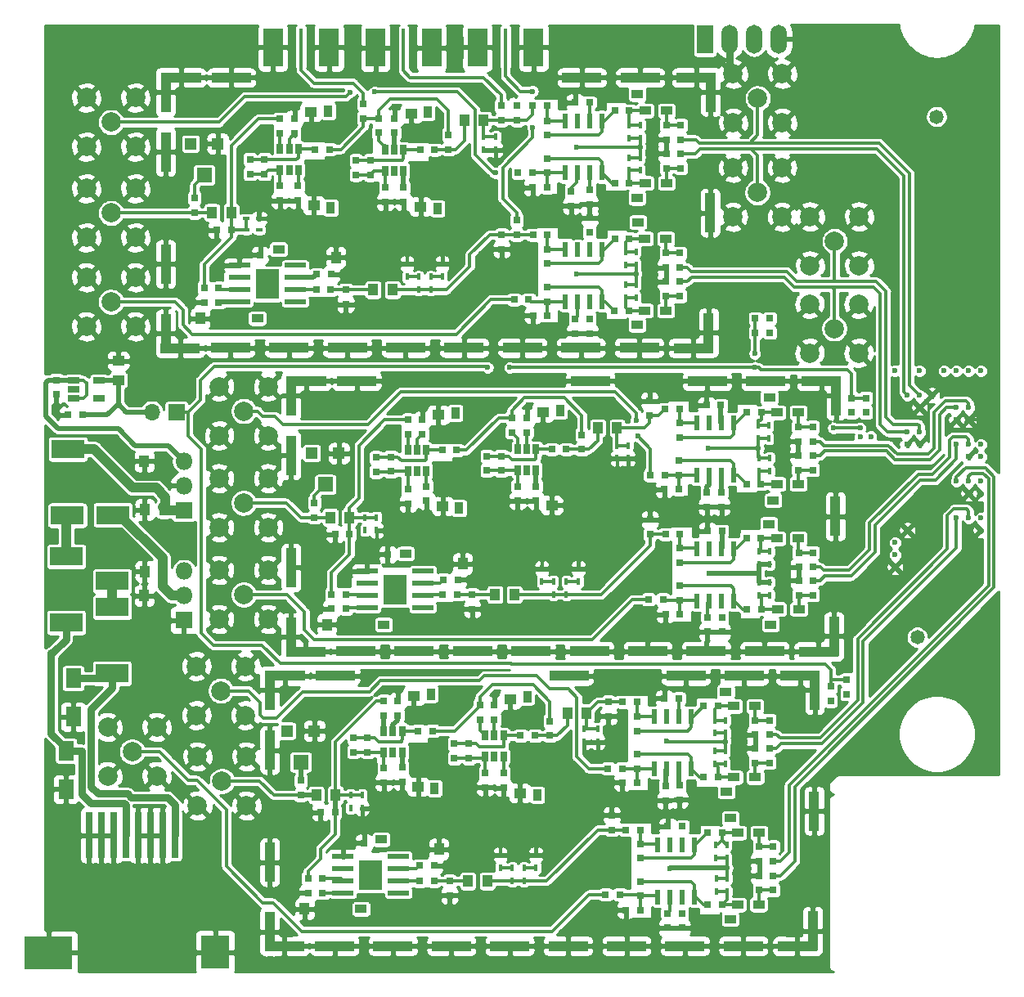
<source format=gbr>
G04 #@! TF.GenerationSoftware,KiCad,Pcbnew,(5.1.5-0-10_14)*
G04 #@! TF.CreationDate,2021-05-04T13:32:50-04:00*
G04 #@! TF.ProjectId,FEA,4645412e-6b69-4636-9164-5f7063625858,rev?*
G04 #@! TF.SameCoordinates,Original*
G04 #@! TF.FileFunction,Copper,L1,Top*
G04 #@! TF.FilePolarity,Positive*
%FSLAX46Y46*%
G04 Gerber Fmt 4.6, Leading zero omitted, Abs format (unit mm)*
G04 Created by KiCad (PCBNEW (5.1.5-0-10_14)) date 2021-05-04 13:32:50*
%MOMM*%
%LPD*%
G04 APERTURE LIST*
%ADD10R,0.400000X0.660000*%
%ADD11R,4.040000X1.000000*%
%ADD12R,1.000000X4.040000*%
%ADD13R,0.600000X1.550000*%
%ADD14R,0.650000X1.060000*%
%ADD15R,1.800000X1.800000*%
%ADD16O,1.800000X1.800000*%
%ADD17C,1.480000*%
%ADD18C,0.600000*%
%ADD19R,1.700000X1.700000*%
%ADD20O,1.700000X1.700000*%
%ADD21R,1.600000X2.000000*%
%ADD22C,2.000000*%
%ADD23R,2.000000X4.000000*%
%ADD24R,0.450000X4.000000*%
%ADD25R,0.750000X0.800000*%
%ADD26R,1.220000X0.650000*%
%ADD27R,1.700000X3.000000*%
%ADD28O,1.700000X3.000000*%
%ADD29R,0.800000X0.750000*%
%ADD30R,0.760000X4.750000*%
%ADD31R,3.000000X3.500000*%
%ADD32R,5.000000X3.500000*%
%ADD33R,1.250000X1.000000*%
%ADD34R,1.000000X1.250000*%
%ADD35R,3.390000X1.960000*%
%ADD36R,0.660000X0.400000*%
%ADD37R,1.200000X0.900000*%
%ADD38R,0.900000X1.200000*%
%ADD39R,1.200000X1.200000*%
%ADD40R,1.600000X1.500000*%
%ADD41R,2.400000X3.100000*%
%ADD42R,2.200000X0.500000*%
%ADD43C,0.380000*%
%ADD44C,0.750000*%
%ADD45C,0.500000*%
%ADD46C,1.000000*%
%ADD47C,0.254000*%
G04 APERTURE END LIST*
D10*
X73250000Y-148250000D03*
X73250000Y-149600000D03*
D11*
X50700000Y-158000000D03*
D12*
X43900000Y-165700000D03*
X43900000Y-159500000D03*
D11*
X45500000Y-158000000D03*
X45400000Y-186000000D03*
D12*
X43900000Y-184500000D03*
X100100000Y-184400000D03*
D11*
X98500000Y-186000000D03*
D12*
X100300000Y-159500000D03*
D11*
X98800000Y-158000000D03*
D12*
X100250000Y-172000000D03*
X43900000Y-177300000D03*
D11*
X74880000Y-158000000D03*
X86970000Y-158000000D03*
X93015000Y-158000000D03*
X50600000Y-185970000D03*
X56645000Y-185970000D03*
X62690000Y-185970000D03*
X68735000Y-185970000D03*
X74780000Y-185970000D03*
X80825000Y-185970000D03*
X86870000Y-185970000D03*
X92915000Y-185970000D03*
D10*
X79850000Y-135500000D03*
X79850000Y-134150000D03*
D13*
X74445000Y-100550000D03*
X74445000Y-105950000D03*
X75715000Y-100550000D03*
X75715000Y-105950000D03*
X76985000Y-100550000D03*
X76985000Y-105950000D03*
X78255000Y-100550000D03*
X78255000Y-105950000D03*
D14*
X45900000Y-105650000D03*
X46850000Y-105650000D03*
X44950000Y-105650000D03*
X44950000Y-103450000D03*
X45900000Y-103450000D03*
X46850000Y-103450000D03*
D15*
X35000000Y-152250000D03*
D16*
X35000000Y-149710000D03*
X35000000Y-147170000D03*
X35000000Y-135770000D03*
X35000000Y-138310000D03*
D15*
X35000000Y-140850000D03*
D11*
X82140000Y-124045000D03*
X76095000Y-124045000D03*
X70050000Y-124045000D03*
X64005000Y-124045000D03*
X57960000Y-124045000D03*
X51915000Y-124045000D03*
X45870000Y-124045000D03*
X39825000Y-124045000D03*
X82240000Y-96075000D03*
X76195000Y-96075000D03*
D12*
X33125000Y-115375000D03*
X89475000Y-110075000D03*
D11*
X88025000Y-96075000D03*
D12*
X89525000Y-97575000D03*
D11*
X87725000Y-124075000D03*
D12*
X89325000Y-122475000D03*
X33125000Y-122575000D03*
D11*
X34625000Y-124075000D03*
X34725000Y-96075000D03*
D12*
X33125000Y-97575000D03*
X33125000Y-103775000D03*
D11*
X39925000Y-96075000D03*
D17*
X110925000Y-154025000D03*
X112925000Y-100125000D03*
D18*
X117515000Y-126425000D03*
X116245000Y-126425000D03*
X114975000Y-126425000D03*
X113705000Y-126425000D03*
X111165000Y-126425000D03*
X108625000Y-126425000D03*
X112435000Y-128965000D03*
X111165000Y-128965000D03*
X109895000Y-128965000D03*
X116245000Y-130235000D03*
X114975000Y-130235000D03*
X111165000Y-130235000D03*
X116245000Y-131505000D03*
X114975000Y-131505000D03*
X111165000Y-132775000D03*
X109895000Y-132775000D03*
X117515000Y-134045000D03*
X116245000Y-134045000D03*
X114975000Y-134045000D03*
X111165000Y-134045000D03*
X109895000Y-134045000D03*
X117515000Y-135315000D03*
X116245000Y-135315000D03*
X117515000Y-137855000D03*
X116245000Y-137855000D03*
X114975000Y-137855000D03*
X117515000Y-139125000D03*
X116245000Y-139125000D03*
X117515000Y-141665000D03*
X116245000Y-141665000D03*
X114975000Y-141665000D03*
X117515000Y-142935000D03*
X109895000Y-142935000D03*
X108625000Y-144205000D03*
X108625000Y-145475000D03*
X108625000Y-146745000D03*
D19*
X34220000Y-130700000D03*
D20*
X31680000Y-130700000D03*
D21*
X22800000Y-165750000D03*
X22800000Y-169750000D03*
D22*
X27450000Y-110100000D03*
X29990000Y-107560000D03*
X24910000Y-107560000D03*
X24910000Y-112640000D03*
X29990000Y-112640000D03*
X27450000Y-100700000D03*
X29990000Y-98160000D03*
X24910000Y-98160000D03*
X24910000Y-103240000D03*
X29990000Y-103240000D03*
D23*
X60640000Y-92980000D03*
D24*
X57740000Y-92980000D03*
D23*
X54840000Y-92980000D03*
X44225000Y-92950000D03*
D24*
X47125000Y-92950000D03*
D23*
X50025000Y-92950000D03*
D25*
X67850000Y-99000000D03*
X67850000Y-100500000D03*
X53600000Y-100300000D03*
X53600000Y-98800000D03*
D22*
X43740000Y-142640000D03*
X38660000Y-142640000D03*
X38660000Y-137560000D03*
X43740000Y-137560000D03*
X41200000Y-140100000D03*
X41200000Y-130600000D03*
X43740000Y-128060000D03*
X38660000Y-128060000D03*
X38660000Y-133140000D03*
X43740000Y-133140000D03*
X38950000Y-168900000D03*
X41490000Y-166360000D03*
X36410000Y-166360000D03*
X36410000Y-171440000D03*
X41490000Y-171440000D03*
X41390000Y-162090000D03*
X36310000Y-162090000D03*
X36310000Y-157010000D03*
X41390000Y-157010000D03*
X38850000Y-159550000D03*
X94410000Y-98230000D03*
X96950000Y-95690000D03*
X91870000Y-95690000D03*
X91870000Y-100770000D03*
X96950000Y-100770000D03*
X96930000Y-110510000D03*
X91850000Y-110510000D03*
X91850000Y-105430000D03*
X96930000Y-105430000D03*
X94390000Y-107970000D03*
X104910000Y-115540000D03*
X99830000Y-115540000D03*
X99830000Y-110460000D03*
X104910000Y-110460000D03*
X102370000Y-113000000D03*
X102320000Y-122050000D03*
X104860000Y-119510000D03*
X99780000Y-119510000D03*
X99780000Y-124590000D03*
X104860000Y-124590000D03*
D25*
X21800000Y-128895000D03*
X21800000Y-127395000D03*
D26*
X23615000Y-127400000D03*
X23615000Y-128350000D03*
X23615000Y-129300000D03*
X26235000Y-129300000D03*
X26235000Y-127400000D03*
D25*
X69450000Y-110850000D03*
X69450000Y-112350000D03*
D23*
X65400000Y-92950000D03*
D24*
X68300000Y-92950000D03*
D23*
X71200000Y-92950000D03*
D27*
X88950000Y-92100000D03*
D28*
X91490000Y-92100000D03*
X94030000Y-92100000D03*
X96570000Y-92100000D03*
D29*
X24500000Y-131000000D03*
X23000000Y-131000000D03*
D30*
X25195000Y-174525000D03*
X26465000Y-174525000D03*
X27735000Y-174525000D03*
X29005000Y-174525000D03*
X30275000Y-174525000D03*
X31545000Y-174525000D03*
X32815000Y-174525000D03*
X34085000Y-174525000D03*
D31*
X38245000Y-186625000D03*
D32*
X20995000Y-186675000D03*
D33*
X28220000Y-125400000D03*
X28220000Y-127400000D03*
D34*
X30900000Y-149700000D03*
X32950000Y-140800000D03*
X30950000Y-140800000D03*
X30950000Y-147200000D03*
X30900000Y-135800000D03*
D29*
X95650000Y-121000000D03*
X94150000Y-121000000D03*
X94150000Y-122500000D03*
X95650000Y-122500000D03*
D25*
X105600000Y-130750000D03*
X105600000Y-129250000D03*
X104100000Y-129250000D03*
X104100000Y-130750000D03*
X101950000Y-160600000D03*
X101950000Y-159100000D03*
X103600000Y-158400000D03*
X103600000Y-159900000D03*
D35*
X27550000Y-157750000D03*
X27600000Y-150900000D03*
X22950000Y-141400000D03*
X23000000Y-134550000D03*
X22850000Y-145650000D03*
X22800000Y-152500000D03*
X27650000Y-141350000D03*
X27600000Y-148200000D03*
D34*
X39900000Y-110050000D03*
X37900000Y-110050000D03*
X36700000Y-121000000D03*
D33*
X48450000Y-109300000D03*
D25*
X46800000Y-108800000D03*
D29*
X37100000Y-119350000D03*
X38600000Y-119350000D03*
D25*
X46800000Y-108800000D03*
X46800000Y-107300000D03*
D29*
X48750000Y-116450000D03*
X50250000Y-116450000D03*
D25*
X46450000Y-101850000D03*
X46450000Y-100350000D03*
D29*
X50250000Y-116450000D03*
X48750000Y-116450000D03*
D25*
X46450000Y-100350000D03*
D33*
X48150000Y-99650000D03*
D34*
X50750000Y-114700000D03*
D36*
X41450000Y-111850000D03*
X42800000Y-111850000D03*
X41450000Y-110650000D03*
X42800000Y-110650000D03*
D10*
X59300000Y-116700000D03*
X59300000Y-118050000D03*
X60550000Y-118050000D03*
X60550000Y-116700000D03*
D37*
X42600000Y-121000000D03*
D38*
X50200000Y-109550000D03*
D37*
X44800000Y-113850000D03*
D38*
X49950000Y-99550000D03*
D25*
X36100000Y-108550000D03*
X36100000Y-110050000D03*
D29*
X39900000Y-111850000D03*
X38400000Y-111850000D03*
X37100000Y-117850000D03*
X38600000Y-117850000D03*
D25*
X44950000Y-100350000D03*
X44950000Y-101850000D03*
X42900000Y-114450000D03*
X44950000Y-107300000D03*
X44950000Y-108800000D03*
X43350000Y-104550000D03*
X43350000Y-106050000D03*
D29*
X48700000Y-118050000D03*
X50200000Y-118050000D03*
X50050000Y-103500000D03*
X48550000Y-103500000D03*
D39*
X38500000Y-102930000D03*
X35700000Y-102930000D03*
D40*
X37100000Y-106170000D03*
D34*
X56600000Y-118050000D03*
X54600000Y-118050000D03*
D25*
X84950000Y-102500000D03*
X84950000Y-101000000D03*
X77000000Y-110600000D03*
X77000000Y-110600000D03*
X77000000Y-112100000D03*
X84900000Y-114250000D03*
X84900000Y-115750000D03*
X84950000Y-105450000D03*
X84950000Y-103950000D03*
X84900000Y-117200000D03*
X84900000Y-118700000D03*
X77000000Y-121050000D03*
X77000000Y-122550000D03*
X75500000Y-121050000D03*
X75500000Y-122550000D03*
D34*
X64050000Y-100500000D03*
X66050000Y-100500000D03*
D29*
X77000000Y-98650000D03*
X75500000Y-98650000D03*
D25*
X77000000Y-109200000D03*
X77000000Y-107700000D03*
X75100000Y-109350000D03*
X75100000Y-107850000D03*
D10*
X80700000Y-114100000D03*
X80700000Y-115450000D03*
X81800000Y-114100000D03*
X81800000Y-115450000D03*
X80700000Y-118850000D03*
X80700000Y-117500000D03*
X81800000Y-118850000D03*
X81800000Y-117500000D03*
X82300000Y-101000000D03*
X82300000Y-102350000D03*
X81100000Y-101000000D03*
X81100000Y-102350000D03*
X81100000Y-105700000D03*
X81100000Y-104350000D03*
X82250000Y-105700000D03*
X82250000Y-104350000D03*
D37*
X82750000Y-99500000D03*
X84950000Y-99500000D03*
X82000000Y-111050000D03*
X82700000Y-112750000D03*
X84900000Y-112750000D03*
X82750000Y-107000000D03*
X84950000Y-107000000D03*
X82700000Y-120200000D03*
X84900000Y-120200000D03*
X81900000Y-121700000D03*
X81950000Y-97800000D03*
X81900000Y-108550000D03*
D25*
X67900000Y-112350000D03*
X67900000Y-113850000D03*
X86450000Y-102500000D03*
X86450000Y-101000000D03*
D29*
X72650000Y-112350000D03*
X71150000Y-112350000D03*
D25*
X72650000Y-113850000D03*
X72650000Y-115350000D03*
D29*
X79600000Y-112750000D03*
X81100000Y-112750000D03*
D25*
X86350000Y-114250000D03*
X86350000Y-115750000D03*
X86450000Y-105450000D03*
X86450000Y-103950000D03*
D29*
X81050000Y-120200000D03*
X79550000Y-120200000D03*
D25*
X86350000Y-117200000D03*
X86350000Y-118700000D03*
X72650000Y-119250000D03*
X72650000Y-117750000D03*
D29*
X71150000Y-120700000D03*
X72650000Y-120700000D03*
D25*
X69500000Y-99000000D03*
X69500000Y-100500000D03*
D29*
X71100000Y-99000000D03*
X72600000Y-99000000D03*
D25*
X72600000Y-102050000D03*
X72600000Y-100550000D03*
D29*
X81100000Y-99500000D03*
X79600000Y-99500000D03*
X79600000Y-107000000D03*
X81100000Y-107000000D03*
D25*
X72600000Y-104450000D03*
X72600000Y-105950000D03*
D29*
X72600000Y-107450000D03*
X71100000Y-107450000D03*
X71100000Y-105950000D03*
X69600000Y-105950000D03*
D10*
X67300000Y-103550000D03*
X67300000Y-102200000D03*
X66050000Y-103550000D03*
X66050000Y-102200000D03*
X58100000Y-116700000D03*
X58100000Y-115350000D03*
X61750000Y-116700000D03*
X61750000Y-115350000D03*
D21*
X23550000Y-158250000D03*
X23550000Y-162250000D03*
D34*
X52150000Y-141600000D03*
X50150000Y-141600000D03*
X49800000Y-152700000D03*
D33*
X61800000Y-140450000D03*
D29*
X50300000Y-151050000D03*
X50300000Y-151050000D03*
X51800000Y-151050000D03*
D25*
X60100000Y-138400000D03*
X60100000Y-139900000D03*
D29*
X61850000Y-148050000D03*
X63350000Y-148050000D03*
D25*
X59700000Y-131500000D03*
X59700000Y-133000000D03*
D33*
X61350000Y-131000000D03*
D34*
X63850000Y-146400000D03*
X67200000Y-149600000D03*
X69200000Y-149600000D03*
X79850000Y-132350000D03*
X77850000Y-132350000D03*
D29*
X90600000Y-130000000D03*
X89100000Y-130000000D03*
X90600000Y-130000000D03*
D25*
X98600000Y-132250000D03*
X98600000Y-133750000D03*
D29*
X90700000Y-143000000D03*
X89200000Y-143000000D03*
D25*
X98650000Y-146750000D03*
X98650000Y-145250000D03*
X98600000Y-135200000D03*
X98600000Y-136700000D03*
X90650000Y-139000000D03*
X90650000Y-140500000D03*
X89150000Y-139000000D03*
X89150000Y-140500000D03*
X98650000Y-149650000D03*
X98650000Y-148150000D03*
X90700000Y-153450000D03*
X90700000Y-151950000D03*
X89200000Y-153450000D03*
X89200000Y-151950000D03*
D10*
X53750000Y-142950000D03*
X53750000Y-141600000D03*
X54950000Y-142950000D03*
X54950000Y-141600000D03*
X72050000Y-146900000D03*
X72050000Y-148250000D03*
X81000000Y-135500000D03*
X81000000Y-134150000D03*
X74600000Y-148250000D03*
X74600000Y-149600000D03*
X75850000Y-146900000D03*
X75850000Y-148250000D03*
X94450000Y-133450000D03*
X94450000Y-132100000D03*
X95550000Y-133450000D03*
X95550000Y-132100000D03*
X94500000Y-146500000D03*
X94500000Y-145150000D03*
X95650000Y-146500000D03*
X95650000Y-145150000D03*
X94500000Y-135450000D03*
X94500000Y-136800000D03*
X95650000Y-135450000D03*
X95650000Y-136800000D03*
X95650000Y-148300000D03*
X95650000Y-149650000D03*
X94500000Y-148300000D03*
X94500000Y-149650000D03*
D37*
X55700000Y-152700000D03*
D38*
X63500000Y-140650000D03*
D37*
X57950000Y-145350000D03*
D38*
X63100000Y-130800000D03*
D37*
X95600000Y-129200000D03*
X96400000Y-130750000D03*
X98600000Y-130750000D03*
X95550000Y-142300000D03*
X96400000Y-143800000D03*
X98600000Y-143800000D03*
X96400000Y-138150000D03*
X98600000Y-138150000D03*
X96000000Y-139850000D03*
X96450000Y-151100000D03*
X98650000Y-151100000D03*
X95750000Y-152700000D03*
D11*
X52900000Y-127500000D03*
D12*
X46100000Y-135200000D03*
X46100000Y-129000000D03*
D11*
X47700000Y-127500000D03*
X47600000Y-155500000D03*
D12*
X46100000Y-154000000D03*
X102300000Y-153900000D03*
D11*
X100700000Y-155500000D03*
D12*
X102500000Y-129000000D03*
D11*
X101000000Y-127500000D03*
D12*
X102450000Y-141500000D03*
X46100000Y-146800000D03*
D11*
X77080000Y-127500000D03*
X89170000Y-127500000D03*
X95215000Y-127500000D03*
X52800000Y-155470000D03*
X58845000Y-155470000D03*
X64890000Y-155470000D03*
X70935000Y-155470000D03*
X76980000Y-155470000D03*
X83025000Y-155470000D03*
X89070000Y-155470000D03*
X95115000Y-155470000D03*
D25*
X48500000Y-140100000D03*
X48500000Y-141600000D03*
D29*
X52150000Y-143350000D03*
X50650000Y-143350000D03*
X50300000Y-149600000D03*
X51800000Y-149600000D03*
D25*
X58200000Y-133000000D03*
X58200000Y-131500000D03*
X56100000Y-145450000D03*
X58200000Y-138700000D03*
X58200000Y-140200000D03*
X56400000Y-136850000D03*
X56400000Y-135350000D03*
D29*
X61800000Y-149600000D03*
X63300000Y-149600000D03*
X61750000Y-134650000D03*
X63250000Y-134650000D03*
D25*
X83200000Y-131050000D03*
X83200000Y-129550000D03*
D29*
X86300000Y-130400000D03*
X84800000Y-130400000D03*
D25*
X86300000Y-131850000D03*
X86300000Y-133350000D03*
X83250000Y-141850000D03*
X83250000Y-143350000D03*
D29*
X93300000Y-130750000D03*
X94800000Y-130750000D03*
D25*
X100100000Y-132250000D03*
X100100000Y-133750000D03*
D29*
X84850000Y-143350000D03*
X86350000Y-143350000D03*
D25*
X86350000Y-146300000D03*
X86350000Y-144800000D03*
D29*
X94750000Y-143800000D03*
X93250000Y-143800000D03*
D25*
X100100000Y-146750000D03*
X100100000Y-145250000D03*
D29*
X94750000Y-138150000D03*
X93250000Y-138150000D03*
D25*
X100100000Y-135200000D03*
X100100000Y-136700000D03*
X86250000Y-137250000D03*
X86250000Y-135750000D03*
D29*
X84750000Y-138700000D03*
X86250000Y-138700000D03*
X83300000Y-137250000D03*
X84800000Y-137250000D03*
X93300000Y-151100000D03*
X94800000Y-151100000D03*
D25*
X100100000Y-149650000D03*
X100100000Y-148150000D03*
X86350000Y-148700000D03*
X86350000Y-150200000D03*
D29*
X86350000Y-151650000D03*
X84850000Y-151650000D03*
D39*
X51050000Y-134960000D03*
X48250000Y-134960000D03*
D40*
X49650000Y-138200000D03*
D14*
X60100000Y-134650000D03*
X59150000Y-134650000D03*
X58200000Y-134650000D03*
X58200000Y-136850000D03*
X60100000Y-136850000D03*
X59150000Y-136850000D03*
D13*
X88095000Y-131850000D03*
X88095000Y-137250000D03*
X89365000Y-131850000D03*
X89365000Y-137250000D03*
X90635000Y-131850000D03*
X90635000Y-137250000D03*
X91905000Y-131850000D03*
X91905000Y-137250000D03*
D34*
X50700000Y-170350000D03*
X48700000Y-170350000D03*
X47500000Y-182150000D03*
D33*
X59250000Y-169500000D03*
D25*
X57600000Y-167500000D03*
X57600000Y-169000000D03*
D29*
X47850000Y-180500000D03*
X49350000Y-180500000D03*
D25*
X57600000Y-167500000D03*
X57600000Y-169000000D03*
D29*
X59400000Y-177650000D03*
X60900000Y-177650000D03*
D25*
X57150000Y-160600000D03*
X57150000Y-162100000D03*
D29*
X60900000Y-177650000D03*
X59400000Y-177650000D03*
D33*
X58800000Y-160100000D03*
D34*
X61400000Y-175950000D03*
X64400000Y-179250000D03*
X66400000Y-179250000D03*
X76700000Y-161850000D03*
X74700000Y-161850000D03*
D29*
X84750000Y-160350000D03*
X86250000Y-160350000D03*
D25*
X94150000Y-162600000D03*
X94150000Y-164100000D03*
D29*
X86600000Y-173600000D03*
X85100000Y-173600000D03*
D25*
X94550000Y-177200000D03*
X94550000Y-175700000D03*
X94150000Y-165500000D03*
X94150000Y-167000000D03*
X86300000Y-169350000D03*
X86300000Y-170850000D03*
X84850000Y-169400000D03*
X84850000Y-170900000D03*
X86300000Y-169350000D03*
X94550000Y-180200000D03*
X94550000Y-178700000D03*
X86550000Y-184100000D03*
X86550000Y-182600000D03*
X85050000Y-184100000D03*
X85050000Y-182600000D03*
D10*
X52250000Y-170350000D03*
X52250000Y-171700000D03*
X53450000Y-170350000D03*
X53450000Y-171700000D03*
X77850000Y-164850000D03*
X77850000Y-163500000D03*
X67750000Y-176550000D03*
X67750000Y-177900000D03*
X69000000Y-177900000D03*
X69000000Y-179250000D03*
X76450000Y-164850000D03*
X76450000Y-163500000D03*
X70200000Y-177900000D03*
X70200000Y-179250000D03*
X71450000Y-176550000D03*
X71450000Y-177900000D03*
X91100000Y-163950000D03*
X91100000Y-162600000D03*
X90000000Y-163950000D03*
X90000000Y-162600000D03*
X90050000Y-175550000D03*
X90050000Y-176900000D03*
X91200000Y-175550000D03*
X91200000Y-176900000D03*
X89950000Y-165800000D03*
X89950000Y-167150000D03*
X91050000Y-165800000D03*
X91050000Y-167150000D03*
X91250000Y-179000000D03*
X91250000Y-180350000D03*
X90150000Y-179000000D03*
X90150000Y-180350000D03*
D37*
X53350000Y-182150000D03*
D38*
X60950000Y-169650000D03*
D37*
X55450000Y-174950000D03*
D38*
X60550000Y-159900000D03*
D37*
X91100000Y-159650000D03*
X91900000Y-161150000D03*
X94100000Y-161150000D03*
X91600000Y-172750000D03*
X92350000Y-174250000D03*
X94550000Y-174250000D03*
X91950000Y-168500000D03*
X94150000Y-168500000D03*
X91150000Y-170000000D03*
X92300000Y-181700000D03*
X94500000Y-181700000D03*
X91550000Y-183200000D03*
D25*
X47100000Y-168850000D03*
X47100000Y-170350000D03*
D29*
X50650000Y-172150000D03*
X49150000Y-172150000D03*
X47850000Y-179000000D03*
X49350000Y-179000000D03*
D25*
X55700000Y-162100000D03*
X55700000Y-160600000D03*
X53650000Y-175300000D03*
X55700000Y-169050000D03*
X55700000Y-167550000D03*
X54000000Y-165900000D03*
X54000000Y-164400000D03*
D29*
X59400000Y-179250000D03*
X60900000Y-179250000D03*
X59250000Y-163700000D03*
X60750000Y-163700000D03*
D25*
X78950000Y-160700000D03*
X78950000Y-162200000D03*
D29*
X81900000Y-160700000D03*
X80400000Y-160700000D03*
D25*
X81900000Y-162200000D03*
X81900000Y-163700000D03*
X79300000Y-172450000D03*
X79300000Y-173950000D03*
D29*
X88800000Y-161150000D03*
X90300000Y-161150000D03*
D25*
X95600000Y-162600000D03*
X95600000Y-164100000D03*
D29*
X80750000Y-173950000D03*
X82250000Y-173950000D03*
D25*
X82250000Y-176900000D03*
X82250000Y-175400000D03*
D29*
X90700000Y-174250000D03*
X89200000Y-174250000D03*
D25*
X96000000Y-177200000D03*
X96000000Y-175700000D03*
D29*
X90300000Y-168450000D03*
X88800000Y-168450000D03*
D25*
X95600000Y-165500000D03*
X95600000Y-167000000D03*
X81900000Y-167600000D03*
X81900000Y-166100000D03*
D29*
X80400000Y-169050000D03*
X81900000Y-169050000D03*
X78900000Y-167600000D03*
X80400000Y-167600000D03*
X89200000Y-181700000D03*
X90700000Y-181700000D03*
D25*
X96000000Y-180200000D03*
X96000000Y-178700000D03*
X82250000Y-179300000D03*
X82250000Y-180800000D03*
D29*
X82250000Y-182250000D03*
X80750000Y-182250000D03*
D39*
X48500000Y-163710000D03*
X45700000Y-163710000D03*
D40*
X47100000Y-166950000D03*
D14*
X57600000Y-163700000D03*
X56650000Y-163700000D03*
X55700000Y-163700000D03*
X55700000Y-165900000D03*
X57600000Y-165900000D03*
X56650000Y-165900000D03*
D13*
X87505000Y-167600000D03*
X87505000Y-162200000D03*
X86235000Y-167600000D03*
X86235000Y-162200000D03*
X84965000Y-167600000D03*
X84965000Y-162200000D03*
X83695000Y-167600000D03*
X83695000Y-162200000D03*
D25*
X54900000Y-135400000D03*
X54900000Y-136900000D03*
D33*
X73100000Y-140350000D03*
D25*
X71450000Y-139900000D03*
X71450000Y-138400000D03*
X71450000Y-139900000D03*
X66350000Y-136750000D03*
X66350000Y-135250000D03*
X70500000Y-131300000D03*
X70500000Y-132800000D03*
D33*
X72150000Y-130750000D03*
D25*
X52550000Y-165900000D03*
X52550000Y-164400000D03*
D33*
X69800000Y-170150000D03*
D25*
X68100000Y-169600000D03*
X68100000Y-168100000D03*
X63000000Y-165050000D03*
X63000000Y-166550000D03*
X67150000Y-162550000D03*
X67150000Y-161050000D03*
D33*
X68800000Y-160450000D03*
D25*
X41850000Y-106050000D03*
X41850000Y-104550000D03*
D33*
X59500000Y-109450000D03*
D25*
X57750000Y-108950000D03*
X57750000Y-107450000D03*
X52800000Y-104650000D03*
X52800000Y-106150000D03*
X56800000Y-101800000D03*
X56800000Y-100300000D03*
D33*
X58550000Y-99800000D03*
D38*
X73950000Y-130550000D03*
X71600000Y-170350000D03*
X70550000Y-160150000D03*
X61250000Y-109650000D03*
X60250000Y-99650000D03*
D25*
X64850000Y-149600000D03*
X64850000Y-151100000D03*
X68950000Y-132800000D03*
X68950000Y-131300000D03*
X69550000Y-139900000D03*
X69550000Y-138400000D03*
X67850000Y-136750000D03*
X67850000Y-135250000D03*
D29*
X73100000Y-134550000D03*
X74600000Y-134550000D03*
D25*
X76200000Y-134550000D03*
X76200000Y-133050000D03*
D29*
X84600000Y-150100000D03*
X83100000Y-150100000D03*
D25*
X62500000Y-180750000D03*
X62500000Y-179250000D03*
X65650000Y-161050000D03*
X65650000Y-162550000D03*
X66200000Y-168050000D03*
X66200000Y-169550000D03*
X64500000Y-165050000D03*
X64500000Y-166550000D03*
D29*
X71350000Y-164200000D03*
X69850000Y-164200000D03*
D25*
X72900000Y-162700000D03*
X72900000Y-164200000D03*
D29*
X78650000Y-180650000D03*
X80150000Y-180650000D03*
D25*
X51750000Y-119550000D03*
X51750000Y-118050000D03*
X55150000Y-100300000D03*
X55150000Y-101800000D03*
X55850000Y-107450000D03*
X55850000Y-108950000D03*
X54300000Y-104650000D03*
X54300000Y-106150000D03*
D29*
X60950000Y-103550000D03*
X59450000Y-103550000D03*
D25*
X62400000Y-102000000D03*
X62400000Y-103500000D03*
D29*
X69200000Y-119050000D03*
X70700000Y-119050000D03*
D22*
X29990000Y-121840000D03*
X24910000Y-121840000D03*
X24910000Y-116760000D03*
X29990000Y-116760000D03*
X27450000Y-119300000D03*
X41200000Y-149600000D03*
X43740000Y-147060000D03*
X38660000Y-147060000D03*
X38660000Y-152140000D03*
X43740000Y-152140000D03*
X29650000Y-165850000D03*
X32190000Y-163310000D03*
X27110000Y-163310000D03*
X27110000Y-168390000D03*
X32190000Y-168390000D03*
D14*
X71450000Y-134550000D03*
X70500000Y-134550000D03*
X69550000Y-134550000D03*
X69550000Y-136750000D03*
X71450000Y-136750000D03*
X70500000Y-136750000D03*
X67150000Y-166400000D03*
X68100000Y-166400000D03*
X66200000Y-166400000D03*
X66200000Y-164200000D03*
X67150000Y-164200000D03*
X68100000Y-164200000D03*
X57750000Y-103550000D03*
X56800000Y-103550000D03*
X55850000Y-103550000D03*
X55850000Y-105750000D03*
X57750000Y-105750000D03*
X56800000Y-105750000D03*
D41*
X56850000Y-149100000D03*
D42*
X59725000Y-150960000D03*
X53975000Y-150960000D03*
X59725000Y-149690000D03*
X53975000Y-149690000D03*
X59725000Y-148420000D03*
X53975000Y-148420000D03*
X59725000Y-147150000D03*
X53975000Y-147150000D03*
D13*
X91955000Y-150250000D03*
X91955000Y-144850000D03*
X90685000Y-150250000D03*
X90685000Y-144850000D03*
X89415000Y-150250000D03*
X89415000Y-144850000D03*
X88145000Y-150250000D03*
X88145000Y-144850000D03*
D42*
X51475000Y-176700000D03*
X57225000Y-176700000D03*
X51475000Y-177970000D03*
X57225000Y-177970000D03*
X51475000Y-179240000D03*
X57225000Y-179240000D03*
X51475000Y-180510000D03*
X57225000Y-180510000D03*
D41*
X54350000Y-178650000D03*
D13*
X87855000Y-180900000D03*
X87855000Y-175500000D03*
X86585000Y-180900000D03*
X86585000Y-175500000D03*
X85315000Y-180900000D03*
X85315000Y-175500000D03*
X84045000Y-180900000D03*
X84045000Y-175500000D03*
D42*
X40750000Y-115500000D03*
X46500000Y-115500000D03*
X40750000Y-116770000D03*
X46500000Y-116770000D03*
X40750000Y-118040000D03*
X46500000Y-118040000D03*
X40750000Y-119310000D03*
X46500000Y-119310000D03*
D41*
X43625000Y-117450000D03*
D13*
X74495000Y-113900000D03*
X74495000Y-119300000D03*
X75765000Y-113900000D03*
X75765000Y-119300000D03*
X77035000Y-113900000D03*
X77035000Y-119300000D03*
X78305000Y-113900000D03*
X78305000Y-119300000D03*
D18*
X118750000Y-131550000D03*
X66430010Y-126090000D03*
X68750000Y-126090000D03*
X94100000Y-126090000D03*
X94100000Y-124650000D03*
X71100000Y-101250000D03*
X71100000Y-97500000D03*
X28650000Y-158200000D03*
X28700000Y-157250000D03*
X26300000Y-158200000D03*
X26350000Y-157250000D03*
X75700000Y-103250000D03*
X82250000Y-103250000D03*
X75700000Y-116400000D03*
X81800000Y-116400000D03*
X89400000Y-147400000D03*
X94500000Y-147400000D03*
X89300000Y-134450000D03*
X105000000Y-132350000D03*
X94450000Y-134450000D03*
X102250000Y-132350000D03*
X85300000Y-177950000D03*
X106123505Y-133223505D03*
X91250000Y-177900000D03*
X84950000Y-164750000D03*
X105000000Y-133300000D03*
X91050000Y-164800000D03*
X52200000Y-97600000D03*
X54750000Y-97550000D03*
X67250000Y-105950000D03*
X81800000Y-131600000D03*
X82000000Y-133200000D03*
D43*
X118705000Y-131505000D02*
X118750000Y-131550000D01*
X116245000Y-131505000D02*
X118705000Y-131505000D01*
D44*
X91490000Y-95310000D02*
X91870000Y-95690000D01*
X91490000Y-92100000D02*
X91490000Y-95310000D01*
D45*
X38610000Y-119360000D02*
X38600000Y-119350000D01*
X38640000Y-119310000D02*
X38600000Y-119350000D01*
X40750000Y-119310000D02*
X38640000Y-119310000D01*
D43*
X24605000Y-129300000D02*
X24950000Y-128955000D01*
X23615000Y-129300000D02*
X24605000Y-129300000D01*
X24950000Y-128955000D02*
X24950000Y-127700000D01*
X24950000Y-127700000D02*
X24900000Y-127700000D01*
X24605000Y-127400000D02*
X23615000Y-127400000D01*
X24900000Y-127695000D02*
X24605000Y-127400000D01*
X24900000Y-127700000D02*
X24900000Y-127695000D01*
D45*
X21805000Y-127400000D02*
X21800000Y-127395000D01*
X23615000Y-127400000D02*
X21805000Y-127400000D01*
X20925000Y-127395000D02*
X20675010Y-127644990D01*
X21800000Y-127395000D02*
X20925000Y-127395000D01*
X20675010Y-127644990D02*
X20675010Y-131125010D01*
X20675010Y-131125010D02*
X22000000Y-132450000D01*
X22000000Y-132450000D02*
X28250000Y-132450000D01*
X28250000Y-132450000D02*
X29950000Y-134150000D01*
X33380000Y-134150000D02*
X35000000Y-135770000D01*
X29950000Y-134150000D02*
X33380000Y-134150000D01*
D43*
X36050000Y-110100000D02*
X36100000Y-110050000D01*
X27450000Y-110100000D02*
X36050000Y-110100000D01*
X36100000Y-110050000D02*
X37900000Y-110050000D01*
X46500000Y-102150000D02*
X46500000Y-101700000D01*
X45900000Y-102400000D02*
X46450000Y-101850000D01*
X45900000Y-103450000D02*
X45900000Y-102400000D01*
D45*
X24500000Y-130850000D02*
X24500000Y-131000000D01*
X28220000Y-127400000D02*
X26235000Y-127400000D01*
X24500000Y-131000000D02*
X27100000Y-131000000D01*
X28220000Y-129880000D02*
X28220000Y-127400000D01*
X27100000Y-131000000D02*
X28220000Y-129880000D01*
X29040000Y-130700000D02*
X31680000Y-130700000D01*
X28220000Y-129880000D02*
X29040000Y-130700000D01*
D43*
X66050000Y-100500000D02*
X67850000Y-100500000D01*
X67850000Y-100500000D02*
X69500000Y-100500000D01*
X69500000Y-100500000D02*
X70500000Y-100500000D01*
X71100000Y-99900000D02*
X71100000Y-99000000D01*
X70500000Y-100500000D02*
X71100000Y-99900000D01*
X66050000Y-102200000D02*
X66050000Y-100500000D01*
X67300000Y-102200000D02*
X66050000Y-102200000D01*
X57740000Y-95360000D02*
X58430000Y-96050000D01*
X57740000Y-92980000D02*
X57740000Y-95360000D01*
X58430000Y-96050000D02*
X66050000Y-96050000D01*
X67850000Y-97850000D02*
X67850000Y-99000000D01*
X66050000Y-96050000D02*
X67850000Y-97850000D01*
X47125000Y-95330000D02*
X48445000Y-96650000D01*
X47125000Y-92950000D02*
X47125000Y-95330000D01*
X48445000Y-96650000D02*
X52550000Y-96650000D01*
X53600000Y-97700000D02*
X53600000Y-98800000D01*
X52550000Y-96650000D02*
X53600000Y-97700000D01*
X60100000Y-134650000D02*
X61750000Y-134650000D01*
X57155000Y-135350000D02*
X57555000Y-135750000D01*
X56400000Y-135350000D02*
X57155000Y-135350000D01*
X57555000Y-135750000D02*
X60000000Y-135750000D01*
X60100000Y-135650000D02*
X60100000Y-134650000D01*
X60000000Y-135750000D02*
X60100000Y-135650000D01*
X54950000Y-135350000D02*
X54900000Y-135400000D01*
X56400000Y-135350000D02*
X54950000Y-135350000D01*
X94150000Y-121000000D02*
X94150000Y-122500000D01*
X35450000Y-130700000D02*
X36700000Y-129450000D01*
X34220000Y-130700000D02*
X35450000Y-130700000D01*
X36700000Y-129450000D02*
X36700000Y-127420258D01*
X38140248Y-125980010D02*
X66430010Y-125980010D01*
X36700000Y-127420258D02*
X38140248Y-125980010D01*
X66430010Y-125980010D02*
X66430010Y-126090000D01*
X68750000Y-126090000D02*
X94100000Y-126090000D01*
X94100000Y-122550000D02*
X94150000Y-122500000D01*
X94100000Y-124650000D02*
X94100000Y-122550000D01*
X94524264Y-126090000D02*
X94734264Y-126300000D01*
X94100000Y-126090000D02*
X94524264Y-126090000D01*
X94734264Y-126300000D02*
X103650000Y-126300000D01*
X104100000Y-126750000D02*
X104100000Y-129250000D01*
X103650000Y-126300000D02*
X104100000Y-126750000D01*
X104100000Y-129250000D02*
X105600000Y-129250000D01*
X101950000Y-158320000D02*
X102020000Y-158250000D01*
X101950000Y-159100000D02*
X101950000Y-158320000D01*
X102170000Y-158400000D02*
X103600000Y-158400000D01*
X102020000Y-158250000D02*
X102170000Y-158400000D01*
X101950000Y-157350000D02*
X101950000Y-159100000D01*
X101400000Y-156800000D02*
X101950000Y-157350000D01*
X45000000Y-156750000D02*
X68850000Y-156750000D01*
X43100000Y-154850000D02*
X45000000Y-156750000D01*
X68900000Y-156800000D02*
X101400000Y-156800000D01*
X38050000Y-154850000D02*
X43100000Y-154850000D01*
X36800000Y-153600000D02*
X38050000Y-154850000D01*
X36800000Y-134550000D02*
X36800000Y-153600000D01*
X35450000Y-133200000D02*
X36800000Y-134550000D01*
X68850000Y-156750000D02*
X68900000Y-156800000D01*
X35450000Y-130700000D02*
X35450000Y-133200000D01*
X69450000Y-110070000D02*
X68000000Y-108620000D01*
X69450000Y-110850000D02*
X69450000Y-110070000D01*
X68000000Y-108620000D02*
X68000000Y-105400000D01*
X71100000Y-102300000D02*
X71100000Y-101250000D01*
X68000000Y-105400000D02*
X71100000Y-102300000D01*
X71100000Y-97500000D02*
X69850000Y-97500000D01*
X68300000Y-95950000D02*
X69850000Y-97500000D01*
X68300000Y-92950000D02*
X68300000Y-95950000D01*
X86450000Y-102500000D02*
X88000000Y-102500000D01*
X88000000Y-102500000D02*
X88350000Y-102850000D01*
X93550000Y-102850000D02*
X93600000Y-102850000D01*
X88350000Y-102850000D02*
X93550000Y-102850000D01*
X94410000Y-102040000D02*
X94410000Y-98230000D01*
X93600000Y-102850000D02*
X94410000Y-102040000D01*
X110130010Y-127930010D02*
X111165000Y-128965000D01*
X110130010Y-106009752D02*
X110130010Y-127930010D01*
X106970259Y-102850001D02*
X110130010Y-106009752D01*
X93550000Y-102850000D02*
X106970259Y-102850001D01*
X94390000Y-104140000D02*
X94390000Y-107970000D01*
X87950000Y-103950000D02*
X88469990Y-103430010D01*
X93680010Y-103430010D02*
X94390000Y-104140000D01*
X88469990Y-103430010D02*
X93680010Y-103430010D01*
X86450000Y-103950000D02*
X87950000Y-103950000D01*
X109550000Y-106250000D02*
X109550000Y-128620000D01*
X106730010Y-103430010D02*
X109550000Y-106250000D01*
X109550000Y-128620000D02*
X109895000Y-128965000D01*
X93680010Y-103430010D02*
X106730010Y-103430010D01*
X107680010Y-131230010D02*
X108400000Y-131950000D01*
X87505000Y-116150000D02*
X97400000Y-116150000D01*
X87105000Y-115750000D02*
X87505000Y-116150000D01*
X86350000Y-115750000D02*
X87105000Y-115750000D01*
X102370000Y-113000000D02*
X102370000Y-117030000D01*
X98450000Y-117200000D02*
X97400000Y-116150000D01*
X102200000Y-117200000D02*
X98450000Y-117200000D01*
X102370000Y-117030000D02*
X102200000Y-117200000D01*
X106670258Y-117200000D02*
X107680010Y-118209752D01*
X102200000Y-117200000D02*
X106670258Y-117200000D01*
X107680010Y-118209752D02*
X107680010Y-131230010D01*
X108400000Y-131950000D02*
X111000000Y-131950000D01*
X111165000Y-132115000D02*
X111165000Y-132775000D01*
X111000000Y-131950000D02*
X111165000Y-132115000D01*
X87105000Y-117200000D02*
X87574990Y-116730010D01*
X86350000Y-117200000D02*
X87105000Y-117200000D01*
X87574990Y-116730010D02*
X97159752Y-116730010D01*
X97159752Y-116730010D02*
X98209752Y-117780010D01*
X102320000Y-117980020D02*
X102119990Y-117780010D01*
X102320000Y-122050000D02*
X102320000Y-117980020D01*
X98209752Y-117780010D02*
X102119990Y-117780010D01*
X107100000Y-118450000D02*
X107100000Y-132000000D01*
X106430010Y-117780010D02*
X107100000Y-118450000D01*
X102119990Y-117780010D02*
X106430010Y-117780010D01*
X107875000Y-132775000D02*
X107100000Y-132000000D01*
X109895000Y-132775000D02*
X107875000Y-132775000D01*
X39900000Y-110050000D02*
X39900000Y-111850000D01*
X39900000Y-110050000D02*
X39900000Y-103150000D01*
X42700000Y-100350000D02*
X44950000Y-100350000D01*
X39900000Y-103150000D02*
X42700000Y-100350000D01*
X39900000Y-111850000D02*
X41450000Y-111850000D01*
X41450000Y-111850000D02*
X41450000Y-110650000D01*
X37100000Y-115405000D02*
X37100000Y-117850000D01*
X39900000Y-112605000D02*
X37100000Y-115405000D01*
X39900000Y-111850000D02*
X39900000Y-112605000D01*
D44*
X27050000Y-158250000D02*
X27550000Y-157750000D01*
X23550000Y-158250000D02*
X27050000Y-158250000D01*
X34085000Y-171400000D02*
X33285000Y-170600000D01*
X34085000Y-174525000D02*
X34085000Y-171400000D01*
X29548517Y-170600000D02*
X29148517Y-170200000D01*
X33285000Y-170600000D02*
X29548517Y-170600000D01*
X29148517Y-170200000D02*
X26100000Y-170200000D01*
X26100000Y-170200000D02*
X25400000Y-169500000D01*
X25400000Y-169500000D02*
X25400000Y-161450000D01*
X25400000Y-161450000D02*
X27600000Y-159250000D01*
X27600000Y-157800000D02*
X27550000Y-157750000D01*
X27600000Y-159250000D02*
X27600000Y-157800000D01*
X22800000Y-165550000D02*
X21250000Y-164000000D01*
X22800000Y-165750000D02*
X22800000Y-165550000D01*
X21250000Y-164000000D02*
X21250000Y-155650000D01*
X22800000Y-154230000D02*
X22800000Y-152500000D01*
X21380000Y-155650000D02*
X22800000Y-154230000D01*
X21250000Y-155650000D02*
X21380000Y-155650000D01*
X24400000Y-165800000D02*
X24350000Y-165750000D01*
X24400000Y-170250000D02*
X24400000Y-165800000D01*
X25350000Y-171200000D02*
X24400000Y-170250000D01*
X28805000Y-171200000D02*
X25350000Y-171200000D01*
X24350000Y-165750000D02*
X22800000Y-165750000D01*
X29005000Y-171400000D02*
X28805000Y-171200000D01*
X29005000Y-174525000D02*
X29005000Y-171400000D01*
D43*
X54300000Y-104650000D02*
X57600000Y-104650000D01*
X57750000Y-104500000D02*
X57750000Y-103550000D01*
X57600000Y-104650000D02*
X57750000Y-104500000D01*
X52800000Y-104650000D02*
X54300000Y-104650000D01*
X57750000Y-103550000D02*
X59450000Y-103550000D01*
X75100000Y-107850000D02*
X75100000Y-107500000D01*
X75100000Y-107500000D02*
X75700000Y-106900000D01*
X75700000Y-105965000D02*
X75715000Y-105950000D01*
X75700000Y-106900000D02*
X75700000Y-105965000D01*
X82250000Y-104350000D02*
X81100000Y-104350000D01*
X81100000Y-102350000D02*
X82300000Y-102350000D01*
X82300000Y-104300000D02*
X82250000Y-104350000D01*
X82250000Y-102400000D02*
X82300000Y-102350000D01*
X82250000Y-103250000D02*
X75700000Y-103250000D01*
X82250000Y-104350000D02*
X82250000Y-103250000D01*
X82250000Y-103250000D02*
X82250000Y-102400000D01*
X75715000Y-120835000D02*
X75500000Y-121050000D01*
X81800000Y-117500000D02*
X80700000Y-117500000D01*
X80700000Y-115450000D02*
X81800000Y-115450000D01*
X81800000Y-116400000D02*
X75700000Y-116400000D01*
X81800000Y-117500000D02*
X81800000Y-116400000D01*
X81800000Y-116400000D02*
X81800000Y-115450000D01*
X75765000Y-120785000D02*
X75500000Y-121050000D01*
X75765000Y-119300000D02*
X75765000Y-120785000D01*
D45*
X95650000Y-146500000D02*
X94500000Y-146500000D01*
X94500000Y-148300000D02*
X95650000Y-148300000D01*
X94500000Y-147400000D02*
X89400000Y-147400000D01*
X94500000Y-146500000D02*
X94500000Y-147400000D01*
X94500000Y-147400000D02*
X94500000Y-148300000D01*
D43*
X89200000Y-151950000D02*
X89200000Y-150465000D01*
D45*
X89150000Y-139000000D02*
X89150000Y-138450000D01*
X89365000Y-138235000D02*
X89365000Y-137250000D01*
X89150000Y-138450000D02*
X89365000Y-138235000D01*
D43*
X94450000Y-133450000D02*
X95550000Y-133450000D01*
X94500000Y-135450000D02*
X95650000Y-135450000D01*
X94450000Y-135400000D02*
X94500000Y-135450000D01*
X94450000Y-133450000D02*
X94450000Y-134450000D01*
X94450000Y-134450000D02*
X94450000Y-135400000D01*
X105000000Y-132350000D02*
X103150000Y-132350000D01*
X94450000Y-134450000D02*
X89300000Y-134450000D01*
X103150000Y-132350000D02*
X102250000Y-132350000D01*
X90050000Y-176900000D02*
X91200000Y-176900000D01*
X91250000Y-176950000D02*
X91200000Y-176900000D01*
X90150000Y-179000000D02*
X91250000Y-179000000D01*
D45*
X85350000Y-177900000D02*
X85300000Y-177950000D01*
X91250000Y-177900000D02*
X85350000Y-177900000D01*
D43*
X91250000Y-179000000D02*
X91250000Y-177900000D01*
X91250000Y-177900000D02*
X91250000Y-176950000D01*
X85315000Y-182335000D02*
X85050000Y-182600000D01*
X85315000Y-180900000D02*
X85315000Y-182335000D01*
D45*
X84850000Y-167715000D02*
X84965000Y-167600000D01*
X84850000Y-169400000D02*
X84850000Y-167715000D01*
D43*
X90000000Y-163950000D02*
X91100000Y-163950000D01*
X89950000Y-165800000D02*
X91050000Y-165800000D01*
X91050000Y-164000000D02*
X91100000Y-163950000D01*
X85000000Y-164800000D02*
X84950000Y-164750000D01*
X91050000Y-165800000D02*
X91050000Y-164800000D01*
X91050000Y-164800000D02*
X85000000Y-164800000D01*
X91050000Y-164800000D02*
X91050000Y-164000000D01*
X36100000Y-107170000D02*
X37100000Y-106170000D01*
X36100000Y-108550000D02*
X36100000Y-107170000D01*
D46*
X33727208Y-149710000D02*
X32800000Y-148782792D01*
X35000000Y-149710000D02*
X33727208Y-149710000D01*
X28365000Y-141350000D02*
X27650000Y-141350000D01*
X32800000Y-145785000D02*
X28365000Y-141350000D01*
X32800000Y-148782792D02*
X32800000Y-145785000D01*
X33100000Y-140850000D02*
X32800000Y-140550000D01*
X35000000Y-140850000D02*
X33100000Y-140850000D01*
X25695000Y-134550000D02*
X29695000Y-138550000D01*
X23000000Y-134550000D02*
X25695000Y-134550000D01*
X29695000Y-138550000D02*
X32100000Y-138550000D01*
X33100000Y-139550000D02*
X33100000Y-140850000D01*
X32100000Y-138550000D02*
X33100000Y-139550000D01*
X27600000Y-150900000D02*
X27600000Y-148200000D01*
X22850000Y-141500000D02*
X22950000Y-141400000D01*
X22850000Y-145650000D02*
X22850000Y-141500000D01*
D43*
X46850000Y-107250000D02*
X46800000Y-107300000D01*
X46850000Y-105650000D02*
X46850000Y-107250000D01*
D45*
X48430000Y-116770000D02*
X48750000Y-116450000D01*
X46500000Y-116770000D02*
X48430000Y-116770000D01*
D43*
X60100000Y-136850000D02*
X60100000Y-138400000D01*
X44950000Y-103450000D02*
X44950000Y-101850000D01*
X58200000Y-133000000D02*
X58200000Y-134650000D01*
X84950000Y-99500000D02*
X84950000Y-101000000D01*
X84950000Y-101000000D02*
X86450000Y-101000000D01*
X76965000Y-112135000D02*
X77000000Y-112100000D01*
X84900000Y-112750000D02*
X84900000Y-114250000D01*
X84900000Y-114250000D02*
X86350000Y-114250000D01*
X84950000Y-107000000D02*
X84950000Y-105450000D01*
X84950000Y-105450000D02*
X86450000Y-105450000D01*
X76985000Y-121035000D02*
X77000000Y-121050000D01*
X84900000Y-118700000D02*
X86350000Y-118700000D01*
X84900000Y-118700000D02*
X84900000Y-120200000D01*
X76985000Y-98665000D02*
X77000000Y-98650000D01*
X76985000Y-100550000D02*
X76985000Y-98665000D01*
X76985000Y-107685000D02*
X77000000Y-107700000D01*
X76985000Y-105950000D02*
X76985000Y-107685000D01*
X81100000Y-112750000D02*
X82700000Y-112750000D01*
X80700000Y-113150000D02*
X81100000Y-112750000D01*
X80700000Y-114100000D02*
X80700000Y-113150000D01*
X81800000Y-114100000D02*
X80700000Y-114100000D01*
X82700000Y-120200000D02*
X81050000Y-120200000D01*
X80700000Y-119850000D02*
X81050000Y-120200000D01*
X80700000Y-118850000D02*
X80700000Y-119850000D01*
X81800000Y-118850000D02*
X80700000Y-118850000D01*
X81100000Y-101000000D02*
X82300000Y-101000000D01*
X81100000Y-101000000D02*
X81100000Y-99500000D01*
X82750000Y-99500000D02*
X81100000Y-99500000D01*
X81100000Y-107000000D02*
X82750000Y-107000000D01*
X81100000Y-105700000D02*
X81100000Y-107000000D01*
X81100000Y-105700000D02*
X82250000Y-105700000D01*
X72650000Y-112350000D02*
X72650000Y-113850000D01*
X72700000Y-113900000D02*
X72650000Y-113850000D01*
X74495000Y-113900000D02*
X72700000Y-113900000D01*
X78255000Y-115005000D02*
X78255000Y-113850000D01*
X77910000Y-115350000D02*
X78255000Y-115005000D01*
X72650000Y-115350000D02*
X77910000Y-115350000D01*
X78500000Y-113850000D02*
X79600000Y-112750000D01*
X78255000Y-113850000D02*
X78500000Y-113850000D01*
X77910000Y-117750000D02*
X78300000Y-118140000D01*
X72650000Y-117750000D02*
X77910000Y-117750000D01*
X78300000Y-119205000D02*
X78255000Y-119250000D01*
X78300000Y-118140000D02*
X78300000Y-119205000D01*
X78600000Y-119250000D02*
X79550000Y-120200000D01*
X78255000Y-119250000D02*
X78600000Y-119250000D01*
X72600000Y-99000000D02*
X72600000Y-100550000D01*
X72600000Y-100550000D02*
X74445000Y-100550000D01*
X77910000Y-102050000D02*
X78255000Y-101705000D01*
X78255000Y-101705000D02*
X78255000Y-100550000D01*
X72600000Y-102050000D02*
X77910000Y-102050000D01*
X78550000Y-100550000D02*
X79600000Y-99500000D01*
X78255000Y-100550000D02*
X78550000Y-100550000D01*
X78255000Y-104795000D02*
X78255000Y-105950000D01*
X77910000Y-104450000D02*
X78255000Y-104795000D01*
X77910000Y-104450000D02*
X72600000Y-104450000D01*
X79305000Y-107000000D02*
X78255000Y-105950000D01*
X79600000Y-107000000D02*
X79305000Y-107000000D01*
X72600000Y-105950000D02*
X74445000Y-105950000D01*
X72600000Y-107450000D02*
X72600000Y-105950000D01*
X72550000Y-106000000D02*
X72600000Y-105950000D01*
X71100000Y-105950000D02*
X72600000Y-105950000D01*
X116245000Y-129795000D02*
X116245000Y-130235000D01*
X115994999Y-129544999D02*
X116245000Y-129795000D01*
X112669990Y-134409752D02*
X112669991Y-130709751D01*
X112029742Y-135050000D02*
X112669990Y-134409752D01*
X113834743Y-129544999D02*
X115994999Y-129544999D01*
X112669991Y-130709751D02*
X113834743Y-129544999D01*
X108850000Y-135050000D02*
X112029742Y-135050000D01*
X100100000Y-133750000D02*
X100855000Y-133750000D01*
X100855000Y-133750000D02*
X101255000Y-134150000D01*
X107950000Y-134150000D02*
X108850000Y-135050000D01*
X101255000Y-134150000D02*
X107950000Y-134150000D01*
X112269990Y-135630010D02*
X113250000Y-134650000D01*
X113250000Y-134650000D02*
X113250000Y-130950000D01*
X108609752Y-135630010D02*
X112269990Y-135630010D01*
X113965000Y-130235000D02*
X114975000Y-130235000D01*
X107709752Y-134730010D02*
X108609752Y-135630010D01*
X101324990Y-134730010D02*
X107709752Y-134730010D01*
X100855000Y-135200000D02*
X101324990Y-134730010D01*
X113250000Y-130950000D02*
X113965000Y-130235000D01*
X100100000Y-135200000D02*
X100855000Y-135200000D01*
X116245000Y-133495000D02*
X116245000Y-134045000D01*
X116000000Y-133250000D02*
X116245000Y-133495000D01*
X101205000Y-147100000D02*
X103850000Y-147100000D01*
X114600000Y-133250000D02*
X116000000Y-133250000D01*
X114284999Y-133565001D02*
X114600000Y-133250000D01*
X105999999Y-144950001D02*
X106000000Y-142179742D01*
X114284999Y-135415001D02*
X114284999Y-133565001D01*
X112530010Y-137169990D02*
X114284999Y-135415001D01*
X111009752Y-137169990D02*
X112530010Y-137169990D01*
X100100000Y-146750000D02*
X100855000Y-146750000D01*
X100855000Y-146750000D02*
X101205000Y-147100000D01*
X106000000Y-142179742D02*
X111009752Y-137169990D01*
X103850000Y-147100000D02*
X105999999Y-144950001D01*
X100855000Y-148150000D02*
X101324990Y-147680010D01*
X100100000Y-148150000D02*
X100855000Y-148150000D01*
X101324990Y-147680010D02*
X104090249Y-147680009D01*
X106580009Y-145190249D02*
X106580009Y-142419991D01*
X104090249Y-147680009D02*
X106580009Y-145190249D01*
X106580009Y-142419991D02*
X111250000Y-137750000D01*
X111250000Y-137750000D02*
X112800000Y-137750000D01*
X114975000Y-135575000D02*
X114975000Y-134045000D01*
X112800000Y-137750000D02*
X114975000Y-135575000D01*
X96755000Y-177200000D02*
X97650000Y-176305000D01*
X96000000Y-177200000D02*
X96755000Y-177200000D01*
X97650000Y-176305000D02*
X97650000Y-169290516D01*
X97650000Y-169290516D02*
X118300000Y-148640516D01*
X118300000Y-137618798D02*
X117731202Y-137050000D01*
X118300000Y-148640516D02*
X118300000Y-137618798D01*
X117731202Y-137050000D02*
X116550000Y-137050000D01*
X116245000Y-137355000D02*
X116550000Y-137050000D01*
X116245000Y-137855000D02*
X116245000Y-137355000D01*
X96755000Y-178700000D02*
X98230009Y-177224991D01*
X96000000Y-178700000D02*
X96755000Y-178700000D01*
X98230009Y-177224991D02*
X98230010Y-176545248D01*
X98230010Y-176545248D02*
X98230010Y-169530764D01*
X118880010Y-148880764D02*
X118880009Y-137378549D01*
X98230010Y-169530764D02*
X118880010Y-148880764D01*
X115935746Y-136469990D02*
X114975000Y-137430736D01*
X114975000Y-137430736D02*
X114975000Y-137855000D01*
X117971450Y-136469990D02*
X115935746Y-136469990D01*
X118880009Y-137378549D02*
X117971450Y-136469990D01*
X116245000Y-140945000D02*
X116245000Y-141665000D01*
X116050000Y-140750000D02*
X116245000Y-140945000D01*
X114700000Y-140750000D02*
X116050000Y-140750000D01*
X114050000Y-144900000D02*
X114050000Y-141400000D01*
X104750000Y-154200000D02*
X114050000Y-144900000D01*
X104750000Y-160550000D02*
X104750000Y-154200000D01*
X100850000Y-164450000D02*
X104750000Y-160550000D01*
X114050000Y-141400000D02*
X114700000Y-140750000D01*
X96705000Y-164450000D02*
X100850000Y-164450000D01*
X96355000Y-164100000D02*
X96705000Y-164450000D01*
X95600000Y-164100000D02*
X96355000Y-164100000D01*
X96355000Y-165500000D02*
X96824990Y-165030010D01*
X95600000Y-165500000D02*
X96355000Y-165500000D01*
X101090249Y-165030009D02*
X105330009Y-160790249D01*
X96824990Y-165030010D02*
X101090249Y-165030009D01*
X105330009Y-160790249D02*
X105330009Y-154440249D01*
X114975000Y-144795258D02*
X114975000Y-141665000D01*
X105330009Y-154440249D02*
X114975000Y-144795258D01*
X62350000Y-103550000D02*
X62400000Y-103500000D01*
X60950000Y-103550000D02*
X62350000Y-103550000D01*
X64050000Y-102605000D02*
X64050000Y-101505000D01*
X63155000Y-103500000D02*
X64050000Y-102605000D01*
X64050000Y-101505000D02*
X64050000Y-100500000D01*
X62400000Y-103500000D02*
X63155000Y-103500000D01*
X50200000Y-118050000D02*
X51750000Y-118050000D01*
X51750000Y-118050000D02*
X54600000Y-118050000D01*
X59300000Y-116700000D02*
X58100000Y-116700000D01*
X60550000Y-116700000D02*
X61750000Y-116700000D01*
X71150000Y-112350000D02*
X69450000Y-112350000D01*
X67900000Y-112350000D02*
X68950000Y-112350000D01*
X68950000Y-112350000D02*
X69450000Y-112350000D01*
X56600000Y-118050000D02*
X59300000Y-118050000D01*
X60550000Y-118050000D02*
X59300000Y-118050000D01*
X60550000Y-118050000D02*
X62200000Y-118050000D01*
X62200000Y-118050000D02*
X64600000Y-115650000D01*
X64600000Y-115650000D02*
X64600000Y-114400000D01*
X66650000Y-112350000D02*
X67900000Y-112350000D01*
X64600000Y-114400000D02*
X66650000Y-112350000D01*
X52150000Y-143350000D02*
X52150000Y-141600000D01*
X52150000Y-141600000D02*
X53750000Y-141600000D01*
X53750000Y-141600000D02*
X54950000Y-141600000D01*
X52150000Y-140595000D02*
X53150000Y-139595000D01*
X52150000Y-141600000D02*
X52150000Y-140595000D01*
X53150000Y-139595000D02*
X53150000Y-134150000D01*
X55800000Y-131500000D02*
X58200000Y-131500000D01*
X53150000Y-134150000D02*
X55800000Y-131500000D01*
X50300000Y-149600000D02*
X50300000Y-147300000D01*
X52150000Y-145450000D02*
X52150000Y-143350000D01*
X50300000Y-147300000D02*
X52150000Y-145450000D01*
X48500000Y-141600000D02*
X50150000Y-141600000D01*
X45600000Y-140100000D02*
X47100000Y-141600000D01*
X47100000Y-141600000D02*
X48500000Y-141600000D01*
X41200000Y-140100000D02*
X45600000Y-140100000D01*
X51990000Y-150860000D02*
X51800000Y-151050000D01*
X51890000Y-150960000D02*
X51800000Y-151050000D01*
X53975000Y-150960000D02*
X51890000Y-150960000D01*
X59150000Y-133550000D02*
X59700000Y-133000000D01*
X59150000Y-134650000D02*
X59150000Y-133550000D01*
X61480000Y-148420000D02*
X61850000Y-148050000D01*
X59725000Y-148420000D02*
X61480000Y-148420000D01*
X63300000Y-149600000D02*
X64850000Y-149600000D01*
X64850000Y-149600000D02*
X67200000Y-149600000D01*
X83250000Y-143350000D02*
X84850000Y-143350000D01*
X69200000Y-149600000D02*
X73250000Y-149600000D01*
X74600000Y-149600000D02*
X73250000Y-149600000D01*
X74600000Y-149600000D02*
X78200000Y-149600000D01*
X83250000Y-144550000D02*
X83250000Y-143350000D01*
X78200000Y-149600000D02*
X83250000Y-144550000D01*
X84150000Y-131050000D02*
X84800000Y-130400000D01*
X83200000Y-131050000D02*
X84150000Y-131050000D01*
X83200000Y-131830000D02*
X83200000Y-131050000D01*
X82680000Y-132350000D02*
X83200000Y-131830000D01*
X79850000Y-132350000D02*
X82680000Y-132350000D01*
X79850000Y-132350000D02*
X79850000Y-134150000D01*
X79850000Y-134150000D02*
X81000000Y-134150000D01*
X76955000Y-134550000D02*
X76200000Y-134550000D01*
X77850000Y-133655000D02*
X76955000Y-134550000D01*
X77850000Y-132350000D02*
X77850000Y-133655000D01*
X74600000Y-134550000D02*
X76200000Y-134550000D01*
D45*
X90600000Y-131815000D02*
X90635000Y-131850000D01*
X90600000Y-130000000D02*
X90600000Y-131815000D01*
D43*
X98600000Y-130750000D02*
X98600000Y-132250000D01*
X98600000Y-132250000D02*
X100100000Y-132250000D01*
D45*
X90700000Y-144785000D02*
X90685000Y-144800000D01*
X90700000Y-143000000D02*
X90700000Y-144785000D01*
X90635000Y-138985000D02*
X90650000Y-139000000D01*
X90635000Y-137250000D02*
X90635000Y-138985000D01*
D43*
X98600000Y-145200000D02*
X98650000Y-145250000D01*
X98600000Y-143800000D02*
X98600000Y-145200000D01*
X98650000Y-145250000D02*
X100100000Y-145250000D01*
X98600000Y-136700000D02*
X100100000Y-136700000D01*
X98600000Y-136700000D02*
X98600000Y-138150000D01*
D45*
X90685000Y-151935000D02*
X90700000Y-151950000D01*
D43*
X98650000Y-149650000D02*
X98650000Y-151100000D01*
X100100000Y-149650000D02*
X98650000Y-149650000D01*
X73250000Y-148250000D02*
X72050000Y-148250000D01*
X74600000Y-148250000D02*
X75850000Y-148250000D01*
X94450000Y-132100000D02*
X94450000Y-131600000D01*
X94800000Y-131505000D02*
X94800000Y-130750000D01*
X94705000Y-131600000D02*
X94800000Y-131505000D01*
X94450000Y-131600000D02*
X94705000Y-131600000D01*
X94450000Y-132100000D02*
X95550000Y-132100000D01*
X96400000Y-130750000D02*
X94800000Y-130750000D01*
X94750000Y-144900000D02*
X94500000Y-145150000D01*
X94750000Y-143800000D02*
X94750000Y-144900000D01*
X94500000Y-145150000D02*
X95650000Y-145150000D01*
X96400000Y-143800000D02*
X94750000Y-143800000D01*
X94500000Y-137900000D02*
X94750000Y-138150000D01*
X94500000Y-136800000D02*
X94500000Y-137900000D01*
X94500000Y-136800000D02*
X95650000Y-136800000D01*
X96400000Y-138150000D02*
X94750000Y-138150000D01*
X96450000Y-151100000D02*
X94800000Y-151100000D01*
X94800000Y-149950000D02*
X94500000Y-149650000D01*
X94800000Y-151100000D02*
X94800000Y-149950000D01*
X94500000Y-149650000D02*
X95650000Y-149650000D01*
X48500000Y-139350000D02*
X49650000Y-138200000D01*
X48500000Y-140100000D02*
X48500000Y-139350000D01*
X86300000Y-130400000D02*
X86300000Y-131850000D01*
X86300000Y-131850000D02*
X88095000Y-131850000D01*
X91905000Y-133005000D02*
X91905000Y-131850000D01*
X91560000Y-133350000D02*
X91905000Y-133005000D01*
X86300000Y-133350000D02*
X91560000Y-133350000D01*
X92200000Y-131850000D02*
X93300000Y-130750000D01*
X91905000Y-131850000D02*
X92200000Y-131850000D01*
X86350000Y-143350000D02*
X86350000Y-144800000D01*
X88095000Y-144800000D02*
X88145000Y-144850000D01*
X86350000Y-144800000D02*
X88095000Y-144800000D01*
X91955000Y-145955000D02*
X91955000Y-144800000D01*
X91610000Y-146300000D02*
X91955000Y-145955000D01*
X86350000Y-146300000D02*
X91610000Y-146300000D01*
X92250000Y-144800000D02*
X93250000Y-143800000D01*
X91955000Y-144800000D02*
X92250000Y-144800000D01*
X91905000Y-136095000D02*
X91905000Y-137250000D01*
X91560000Y-135750000D02*
X91905000Y-136095000D01*
X86250000Y-135750000D02*
X91560000Y-135750000D01*
X92350000Y-137250000D02*
X93250000Y-138150000D01*
X91905000Y-137250000D02*
X92350000Y-137250000D01*
X86250000Y-137250000D02*
X88095000Y-137250000D01*
X86250000Y-137250000D02*
X84800000Y-137250000D01*
X86250000Y-138700000D02*
X86250000Y-137250000D01*
X86350000Y-148700000D02*
X91650000Y-148700000D01*
X91955000Y-149005000D02*
X91955000Y-150200000D01*
X91650000Y-148700000D02*
X91955000Y-149005000D01*
X92855000Y-151100000D02*
X91955000Y-150200000D01*
X93300000Y-151100000D02*
X92855000Y-151100000D01*
D45*
X50700000Y-172100000D02*
X50650000Y-172150000D01*
X50700000Y-170350000D02*
X50700000Y-172100000D01*
D43*
X50700000Y-170350000D02*
X52250000Y-170350000D01*
X52250000Y-170350000D02*
X53450000Y-170350000D01*
X50700000Y-169345000D02*
X50700000Y-170350000D01*
X54945000Y-160600000D02*
X50700000Y-164845000D01*
X50700000Y-164845000D02*
X50700000Y-169345000D01*
X55700000Y-160600000D02*
X54945000Y-160600000D01*
X47850000Y-178245000D02*
X49150000Y-176945000D01*
X47850000Y-179000000D02*
X47850000Y-178245000D01*
X49150000Y-176945000D02*
X49150000Y-175900000D01*
X50650000Y-174400000D02*
X50650000Y-172150000D01*
X49150000Y-175900000D02*
X50650000Y-174400000D01*
D45*
X48700000Y-170350000D02*
X47100000Y-170350000D01*
D43*
X38950000Y-168900000D02*
X42850000Y-168900000D01*
X44300000Y-170350000D02*
X47100000Y-170350000D01*
X42850000Y-168900000D02*
X44300000Y-170350000D01*
X49360000Y-180510000D02*
X49350000Y-180500000D01*
X51475000Y-180510000D02*
X49360000Y-180510000D01*
D45*
X57600000Y-165900000D02*
X57600000Y-167500000D01*
X56650000Y-163700000D02*
X56650000Y-163100000D01*
X57150000Y-162600000D02*
X57150000Y-162100000D01*
X56650000Y-163100000D02*
X57150000Y-162600000D01*
D43*
X59080000Y-177970000D02*
X59400000Y-177650000D01*
X57225000Y-177970000D02*
X59080000Y-177970000D01*
X60900000Y-179250000D02*
X62500000Y-179250000D01*
X64400000Y-179250000D02*
X62500000Y-179250000D01*
X79300000Y-173950000D02*
X80750000Y-173950000D01*
X66400000Y-179250000D02*
X69150000Y-179250000D01*
X70200000Y-179250000D02*
X69000000Y-179250000D01*
X70200000Y-179250000D02*
X72550000Y-179250000D01*
X77850000Y-173950000D02*
X79300000Y-173950000D01*
X72550000Y-179250000D02*
X77850000Y-173950000D01*
X78950000Y-160700000D02*
X80400000Y-160700000D01*
X77850000Y-160700000D02*
X76700000Y-161850000D01*
X78950000Y-160700000D02*
X77850000Y-160700000D01*
X76950000Y-162100000D02*
X76700000Y-161850000D01*
X77850000Y-163500000D02*
X76450000Y-163500000D01*
X76700000Y-163250000D02*
X76450000Y-163500000D01*
X76700000Y-161850000D02*
X76700000Y-163250000D01*
X71350000Y-164200000D02*
X72900000Y-164200000D01*
X73655000Y-164200000D02*
X74700000Y-163155000D01*
X74700000Y-163155000D02*
X74700000Y-161850000D01*
X72900000Y-164200000D02*
X73655000Y-164200000D01*
X86235000Y-160365000D02*
X86250000Y-160350000D01*
X86235000Y-162200000D02*
X86235000Y-160365000D01*
X94100000Y-162550000D02*
X94150000Y-162600000D01*
X94100000Y-161150000D02*
X94100000Y-162550000D01*
X94150000Y-162600000D02*
X95600000Y-162600000D01*
D45*
X86585000Y-173615000D02*
X86600000Y-173600000D01*
X86235000Y-169285000D02*
X86300000Y-169350000D01*
X86235000Y-167600000D02*
X86235000Y-169285000D01*
D43*
X94550000Y-174250000D02*
X94550000Y-175700000D01*
X96000000Y-175700000D02*
X94550000Y-175700000D01*
X94150000Y-167000000D02*
X95600000Y-167000000D01*
X94150000Y-168500000D02*
X94150000Y-167000000D01*
D45*
X86585000Y-182565000D02*
X86550000Y-182600000D01*
D43*
X94550000Y-180200000D02*
X96000000Y-180200000D01*
X94550000Y-181650000D02*
X94500000Y-181700000D01*
X94550000Y-180200000D02*
X94550000Y-181650000D01*
X69000000Y-177900000D02*
X67750000Y-177900000D01*
X70200000Y-177900000D02*
X71450000Y-177900000D01*
X90300000Y-161150000D02*
X91900000Y-161150000D01*
X90000000Y-161450000D02*
X90300000Y-161150000D01*
X90000000Y-162600000D02*
X90000000Y-161450000D01*
X90000000Y-162600000D02*
X91100000Y-162600000D01*
X90700000Y-174250000D02*
X92350000Y-174250000D01*
X90050000Y-175550000D02*
X90050000Y-175400000D01*
X90700000Y-175005000D02*
X90700000Y-174250000D01*
X90305000Y-175400000D02*
X90700000Y-175005000D01*
X90050000Y-175400000D02*
X90305000Y-175400000D01*
X90700000Y-175050000D02*
X91200000Y-175550000D01*
X90700000Y-175005000D02*
X90700000Y-175050000D01*
X91900000Y-168450000D02*
X91950000Y-168500000D01*
X90300000Y-168450000D02*
X91900000Y-168450000D01*
X90300000Y-167500000D02*
X89950000Y-167150000D01*
X90300000Y-168450000D02*
X90300000Y-167500000D01*
X89950000Y-167150000D02*
X91050000Y-167150000D01*
X90150000Y-180350000D02*
X91250000Y-180350000D01*
X91250000Y-181150000D02*
X90700000Y-181700000D01*
X91250000Y-180350000D02*
X91250000Y-181150000D01*
X92300000Y-181700000D02*
X90700000Y-181700000D01*
D45*
X47100000Y-168850000D02*
X47100000Y-166950000D01*
X55700000Y-162100000D02*
X55700000Y-163700000D01*
D43*
X81900000Y-162200000D02*
X81900000Y-160700000D01*
X81900000Y-162200000D02*
X83695000Y-162200000D01*
X87505000Y-163355000D02*
X87505000Y-162200000D01*
X87160000Y-163700000D02*
X87505000Y-163355000D01*
X81900000Y-163700000D02*
X87160000Y-163700000D01*
X87750000Y-162200000D02*
X88800000Y-161150000D01*
X87505000Y-162200000D02*
X87750000Y-162200000D01*
X82250000Y-173950000D02*
X82250000Y-175400000D01*
X83945000Y-175400000D02*
X84045000Y-175500000D01*
X82250000Y-175400000D02*
X83945000Y-175400000D01*
X87855000Y-176555000D02*
X87855000Y-175400000D01*
X87510000Y-176900000D02*
X87855000Y-176555000D01*
X82250000Y-176900000D02*
X87510000Y-176900000D01*
X88050000Y-175400000D02*
X89200000Y-174250000D01*
X87855000Y-175400000D02*
X88050000Y-175400000D01*
X87505000Y-166445000D02*
X87505000Y-167600000D01*
X87160000Y-166100000D02*
X87505000Y-166445000D01*
X81900000Y-166100000D02*
X87160000Y-166100000D01*
X88355000Y-168450000D02*
X87505000Y-167600000D01*
X88800000Y-168450000D02*
X88355000Y-168450000D01*
X80400000Y-167600000D02*
X81900000Y-167600000D01*
X81900000Y-167600000D02*
X83695000Y-167600000D01*
X81900000Y-167600000D02*
X81900000Y-169050000D01*
X87510000Y-179300000D02*
X87855000Y-179645000D01*
X87855000Y-179645000D02*
X87855000Y-180800000D01*
X82250000Y-179300000D02*
X87510000Y-179300000D01*
X88755000Y-181700000D02*
X87855000Y-180800000D01*
X89200000Y-181700000D02*
X88755000Y-181700000D01*
X82250000Y-180800000D02*
X82250000Y-182250000D01*
X82100000Y-180650000D02*
X82250000Y-180800000D01*
X80150000Y-180650000D02*
X82100000Y-180650000D01*
X83945000Y-180800000D02*
X84045000Y-180900000D01*
X82250000Y-180800000D02*
X83945000Y-180800000D01*
X59735000Y-149600000D02*
X59725000Y-149590000D01*
X61800000Y-149600000D02*
X59735000Y-149600000D01*
X56350000Y-136900000D02*
X56400000Y-136850000D01*
X54900000Y-136900000D02*
X56350000Y-136900000D01*
X56400000Y-136850000D02*
X58200000Y-136850000D01*
X58200000Y-136850000D02*
X58200000Y-138700000D01*
D45*
X71450000Y-136750000D02*
X71450000Y-138400000D01*
D43*
X70500000Y-134550000D02*
X70500000Y-132800000D01*
X66350000Y-136750000D02*
X67850000Y-136750000D01*
X67850000Y-136750000D02*
X69550000Y-136750000D01*
X69550000Y-136750000D02*
X69550000Y-138400000D01*
X68605000Y-135250000D02*
X69005000Y-135650000D01*
X67850000Y-135250000D02*
X68605000Y-135250000D01*
X69005000Y-135650000D02*
X71350000Y-135650000D01*
X71450000Y-135550000D02*
X71450000Y-134550000D01*
X71350000Y-135650000D02*
X71450000Y-135550000D01*
X67850000Y-135250000D02*
X66350000Y-135250000D01*
X71450000Y-134550000D02*
X73100000Y-134550000D01*
X59390000Y-179240000D02*
X59400000Y-179250000D01*
X57235000Y-179250000D02*
X57225000Y-179240000D01*
X59400000Y-179250000D02*
X57235000Y-179250000D01*
X52550000Y-165900000D02*
X54000000Y-165900000D01*
X54000000Y-165900000D02*
X55700000Y-165900000D01*
X55700000Y-165900000D02*
X55700000Y-167550000D01*
X57600000Y-163700000D02*
X59250000Y-163700000D01*
X54755000Y-164400000D02*
X55155000Y-164800000D01*
X54000000Y-164400000D02*
X54755000Y-164400000D01*
X55155000Y-164800000D02*
X57500000Y-164800000D01*
X57500000Y-164800000D02*
X57500000Y-164700000D01*
X57510000Y-164700000D02*
X57600000Y-164610000D01*
X57600000Y-164610000D02*
X57600000Y-163700000D01*
X57500000Y-164700000D02*
X57510000Y-164700000D01*
X52550000Y-164400000D02*
X54000000Y-164400000D01*
X68100000Y-168100000D02*
X68100000Y-166400000D01*
X67150000Y-164200000D02*
X67150000Y-162550000D01*
X63000000Y-165050000D02*
X64500000Y-165050000D01*
X65255000Y-165050000D02*
X65550000Y-165345000D01*
X64500000Y-165050000D02*
X65255000Y-165050000D01*
X65550000Y-165345000D02*
X68105000Y-165345000D01*
X68100000Y-165340000D02*
X68100000Y-164200000D01*
X68105000Y-165345000D02*
X68100000Y-165340000D01*
X68100000Y-164200000D02*
X69850000Y-164200000D01*
X63000000Y-166550000D02*
X64500000Y-166550000D01*
X66050000Y-166550000D02*
X66200000Y-166400000D01*
X64500000Y-166550000D02*
X66050000Y-166550000D01*
X66200000Y-166400000D02*
X66200000Y-168050000D01*
X48690000Y-118090000D02*
X48700000Y-118100000D01*
X48690000Y-118040000D02*
X48700000Y-118050000D01*
X46500000Y-118040000D02*
X48690000Y-118040000D01*
X44950000Y-105650000D02*
X44950000Y-107300000D01*
X43750000Y-105650000D02*
X43350000Y-106050000D01*
X44950000Y-105650000D02*
X43750000Y-105650000D01*
X41850000Y-106050000D02*
X43350000Y-106050000D01*
X48500000Y-103450000D02*
X48550000Y-103500000D01*
X46850000Y-103450000D02*
X48500000Y-103450000D01*
X46850000Y-104360000D02*
X46850000Y-103450000D01*
X46660000Y-104550000D02*
X46850000Y-104360000D01*
X43350000Y-104550000D02*
X46660000Y-104550000D01*
X43350000Y-104550000D02*
X41850000Y-104550000D01*
D45*
X57750000Y-105750000D02*
X57750000Y-107450000D01*
X56800000Y-103550000D02*
X56800000Y-101800000D01*
D43*
X55850000Y-107450000D02*
X55850000Y-105750000D01*
X54700000Y-105750000D02*
X54300000Y-106150000D01*
X55850000Y-105750000D02*
X54700000Y-105750000D01*
X54300000Y-106150000D02*
X52800000Y-106150000D01*
X50050000Y-103500000D02*
X51250000Y-103500000D01*
X53600000Y-101150000D02*
X53600000Y-100300000D01*
X51250000Y-103500000D02*
X53600000Y-101150000D01*
X53600000Y-100300000D02*
X55150000Y-100300000D01*
X55150000Y-99520000D02*
X56370000Y-98300000D01*
X55150000Y-100300000D02*
X55150000Y-99520000D01*
X56370000Y-98300000D02*
X61200000Y-98300000D01*
X62400000Y-99500000D02*
X62400000Y-102000000D01*
X61200000Y-98300000D02*
X62400000Y-99500000D01*
X72650000Y-120700000D02*
X72650000Y-119250000D01*
X72550000Y-119150000D02*
X72650000Y-119250000D01*
X70900000Y-119250000D02*
X70700000Y-119050000D01*
X72650000Y-119250000D02*
X70900000Y-119250000D01*
X74445000Y-119250000D02*
X74495000Y-119300000D01*
X72650000Y-119250000D02*
X74445000Y-119250000D01*
X69550000Y-133400000D02*
X68950000Y-132800000D01*
X69550000Y-134550000D02*
X69550000Y-133400000D01*
X64250000Y-134650000D02*
X63250000Y-134650000D01*
X67600000Y-131300000D02*
X64250000Y-134650000D01*
X68950000Y-131300000D02*
X67600000Y-131300000D01*
X68950000Y-130520000D02*
X70270000Y-129200000D01*
X68950000Y-131300000D02*
X68950000Y-130520000D01*
X76200000Y-132270000D02*
X76200000Y-133050000D01*
X76200000Y-131047998D02*
X76200000Y-132270000D01*
X74352002Y-129200000D02*
X76200000Y-131047998D01*
X70270000Y-129200000D02*
X74352002Y-129200000D01*
X27450000Y-100700000D02*
X38650000Y-100700000D01*
X38650000Y-100700000D02*
X41300000Y-98050000D01*
X41300000Y-98050000D02*
X51150000Y-98050000D01*
X51750000Y-98050000D02*
X52200000Y-97600000D01*
X51150000Y-98050000D02*
X51750000Y-98050000D01*
X54750000Y-97550000D02*
X63300000Y-97550000D01*
X65159999Y-99409999D02*
X65159999Y-104059999D01*
X63300000Y-97550000D02*
X65159999Y-99409999D01*
X67050000Y-105950000D02*
X67250000Y-105950000D01*
X65159999Y-104059999D02*
X67050000Y-105950000D01*
X86350000Y-150200000D02*
X86350000Y-151650000D01*
X84700000Y-150200000D02*
X84600000Y-150100000D01*
X86350000Y-150200000D02*
X84700000Y-150200000D01*
X88095000Y-150200000D02*
X88145000Y-150250000D01*
X86350000Y-150200000D02*
X88095000Y-150200000D01*
X41200000Y-149600000D02*
X45700000Y-149600000D01*
X45700000Y-149600000D02*
X47500000Y-151400000D01*
X47500000Y-151400000D02*
X47500000Y-153250000D01*
X47500000Y-153250000D02*
X48500000Y-154250000D01*
X48500000Y-154250000D02*
X77300000Y-154250000D01*
X81450000Y-150100000D02*
X83100000Y-150100000D01*
X77300000Y-154250000D02*
X81450000Y-150100000D01*
X42614213Y-130600000D02*
X43164213Y-131150000D01*
X41200000Y-130600000D02*
X42614213Y-130600000D01*
X43164213Y-131150000D02*
X44450000Y-131150000D01*
X44450000Y-131150000D02*
X45300000Y-132000000D01*
X45300000Y-132000000D02*
X54050000Y-132000000D01*
X57430010Y-128619990D02*
X79619990Y-128619990D01*
X54050000Y-132000000D02*
X57430010Y-128619990D01*
X81800000Y-130800000D02*
X81800000Y-131600000D01*
X79619990Y-128619990D02*
X81800000Y-130800000D01*
X82000000Y-133200000D02*
X83300000Y-134500000D01*
X83300000Y-134500000D02*
X83300000Y-137250000D01*
X65650000Y-161075000D02*
X65650000Y-161050000D01*
X63025000Y-163700000D02*
X65650000Y-161075000D01*
X60750000Y-163700000D02*
X63025000Y-163700000D01*
X65650000Y-160150000D02*
X65650000Y-161050000D01*
X66900000Y-158900000D02*
X65650000Y-160150000D01*
X71150000Y-158900000D02*
X66900000Y-158900000D01*
X72900000Y-160650000D02*
X71150000Y-158900000D01*
X72900000Y-162700000D02*
X72900000Y-160650000D01*
X65650000Y-163650000D02*
X66200000Y-164200000D01*
X65650000Y-162550000D02*
X65650000Y-163650000D01*
X29650000Y-165850000D02*
X32500000Y-165850000D01*
X32500000Y-165850000D02*
X35450000Y-168800000D01*
X35450000Y-168800000D02*
X36350000Y-168800000D01*
X36350000Y-168800000D02*
X39400000Y-171850000D01*
X39400000Y-171850000D02*
X39400000Y-177750000D01*
X39400000Y-177750000D02*
X43150000Y-181500000D01*
X43150000Y-181500000D02*
X44250000Y-181500000D01*
X44250000Y-181500000D02*
X47200000Y-184450000D01*
X47200000Y-184450000D02*
X73100000Y-184450000D01*
X76900000Y-180650000D02*
X78650000Y-180650000D01*
X73100000Y-184450000D02*
X76900000Y-180650000D01*
X55850000Y-103550000D02*
X55850000Y-103150000D01*
X55150000Y-102580000D02*
X55150000Y-101800000D01*
X55720000Y-103150000D02*
X55150000Y-102580000D01*
X55850000Y-103150000D02*
X55720000Y-103150000D01*
X27450000Y-119300000D02*
X34100000Y-119300000D01*
X34100000Y-119300000D02*
X34900000Y-120100000D01*
X34900000Y-120100000D02*
X34900000Y-121700000D01*
X34900000Y-121700000D02*
X35850000Y-122650000D01*
X35850000Y-122650000D02*
X63200000Y-122650000D01*
X66800000Y-119050000D02*
X69200000Y-119050000D01*
X63200000Y-122650000D02*
X66800000Y-119050000D01*
X38850000Y-159550000D02*
X41700000Y-159550000D01*
X41700000Y-159550000D02*
X42900000Y-160750000D01*
X42900000Y-160750000D02*
X42900000Y-162050000D01*
X42900000Y-162050000D02*
X43250000Y-162400000D01*
X43250000Y-162400000D02*
X44550000Y-162400000D01*
X44550000Y-162400000D02*
X47300000Y-159650000D01*
X47300000Y-159650000D02*
X54200000Y-159650000D01*
X54200000Y-159650000D02*
X55350000Y-158500000D01*
X55350000Y-158500000D02*
X65600000Y-158500000D01*
X65600000Y-158500000D02*
X66100000Y-158000000D01*
X66100000Y-158000000D02*
X71500000Y-158000000D01*
X71500000Y-158000000D02*
X72850000Y-159350000D01*
X72850000Y-159350000D02*
X74800000Y-159350000D01*
X74800000Y-159350000D02*
X75700000Y-160250000D01*
X75700000Y-160250000D02*
X75700000Y-166400000D01*
X76900000Y-167600000D02*
X78900000Y-167600000D01*
X75700000Y-166400000D02*
X76900000Y-167600000D01*
X38790000Y-118040000D02*
X38600000Y-117850000D01*
X40750000Y-118040000D02*
X38790000Y-118040000D01*
X53885000Y-149600000D02*
X53975000Y-149690000D01*
X51800000Y-149600000D02*
X53885000Y-149600000D01*
X51235000Y-179000000D02*
X51475000Y-179240000D01*
X49350000Y-179000000D02*
X51235000Y-179000000D01*
D47*
G36*
X21497778Y-132905201D02*
G01*
X21518973Y-132931027D01*
X21544799Y-132952222D01*
X21544801Y-132952224D01*
X21622059Y-133015628D01*
X21739670Y-133078492D01*
X21867285Y-133117204D01*
X22000000Y-133130275D01*
X22033252Y-133127000D01*
X27969578Y-133127000D01*
X29447774Y-134605196D01*
X29468973Y-134631027D01*
X29572059Y-134715628D01*
X29689670Y-134778492D01*
X29817285Y-134817204D01*
X29868530Y-134822251D01*
X29810498Y-134930820D01*
X29774188Y-135050518D01*
X29761928Y-135175000D01*
X29765000Y-135514250D01*
X29923750Y-135673000D01*
X30773000Y-135673000D01*
X30773000Y-135653000D01*
X31027000Y-135653000D01*
X31027000Y-135673000D01*
X31876250Y-135673000D01*
X32035000Y-135514250D01*
X32038072Y-135175000D01*
X32025812Y-135050518D01*
X31989502Y-134930820D01*
X31934008Y-134827000D01*
X33099578Y-134827000D01*
X33712633Y-135440055D01*
X33673000Y-135639302D01*
X33673000Y-135900698D01*
X33723996Y-136157072D01*
X33824028Y-136398570D01*
X33969252Y-136615913D01*
X34154087Y-136800748D01*
X34346402Y-136929249D01*
X34203586Y-136997764D01*
X33962884Y-137178351D01*
X33762038Y-137402427D01*
X33608766Y-137661380D01*
X33508959Y-137945259D01*
X33629008Y-138183000D01*
X34873000Y-138183000D01*
X34873000Y-138163000D01*
X35127000Y-138163000D01*
X35127000Y-138183000D01*
X35147000Y-138183000D01*
X35147000Y-138437000D01*
X35127000Y-138437000D01*
X35127000Y-138457000D01*
X34873000Y-138457000D01*
X34873000Y-138437000D01*
X33629008Y-138437000D01*
X33517937Y-138656961D01*
X32787687Y-137926712D01*
X32758659Y-137891341D01*
X32617505Y-137775499D01*
X32456464Y-137689420D01*
X32281724Y-137636413D01*
X32145538Y-137623000D01*
X32145527Y-137623000D01*
X32100000Y-137618516D01*
X32054473Y-137623000D01*
X30078976Y-137623000D01*
X28880976Y-136425000D01*
X29761928Y-136425000D01*
X29774188Y-136549482D01*
X29810498Y-136669180D01*
X29869463Y-136779494D01*
X29948815Y-136876185D01*
X30045506Y-136955537D01*
X30155820Y-137014502D01*
X30275518Y-137050812D01*
X30400000Y-137063072D01*
X30614250Y-137060000D01*
X30773000Y-136901250D01*
X30773000Y-135927000D01*
X31027000Y-135927000D01*
X31027000Y-136901250D01*
X31185750Y-137060000D01*
X31400000Y-137063072D01*
X31524482Y-137050812D01*
X31644180Y-137014502D01*
X31754494Y-136955537D01*
X31851185Y-136876185D01*
X31930537Y-136779494D01*
X31989502Y-136669180D01*
X32025812Y-136549482D01*
X32038072Y-136425000D01*
X32035000Y-136085750D01*
X31876250Y-135927000D01*
X31027000Y-135927000D01*
X30773000Y-135927000D01*
X29923750Y-135927000D01*
X29765000Y-136085750D01*
X29761928Y-136425000D01*
X28880976Y-136425000D01*
X26382688Y-133926713D01*
X26353659Y-133891341D01*
X26212505Y-133775499D01*
X26051464Y-133689420D01*
X25876724Y-133636413D01*
X25740538Y-133623000D01*
X25740527Y-133623000D01*
X25695000Y-133618516D01*
X25649473Y-133623000D01*
X25124066Y-133623000D01*
X25124066Y-133570000D01*
X25115822Y-133486293D01*
X25091405Y-133405804D01*
X25051755Y-133331624D01*
X24998395Y-133266605D01*
X24933376Y-133213245D01*
X24859196Y-133173595D01*
X24778707Y-133149178D01*
X24695000Y-133140934D01*
X21305000Y-133140934D01*
X21221293Y-133149178D01*
X21140804Y-133173595D01*
X21066624Y-133213245D01*
X21001605Y-133266605D01*
X20948245Y-133331624D01*
X20908595Y-133405804D01*
X20884178Y-133486293D01*
X20875934Y-133570000D01*
X20875934Y-135530000D01*
X20884178Y-135613707D01*
X20908595Y-135694196D01*
X20948245Y-135768376D01*
X21001605Y-135833395D01*
X21066624Y-135886755D01*
X21140804Y-135926405D01*
X21221293Y-135950822D01*
X21305000Y-135959066D01*
X24695000Y-135959066D01*
X24778707Y-135950822D01*
X24859196Y-135926405D01*
X24933376Y-135886755D01*
X24998395Y-135833395D01*
X25051755Y-135768376D01*
X25091405Y-135694196D01*
X25115822Y-135613707D01*
X25124066Y-135530000D01*
X25124066Y-135477000D01*
X25311025Y-135477000D01*
X29007316Y-139173292D01*
X29036341Y-139208659D01*
X29071708Y-139237684D01*
X29071712Y-139237688D01*
X29177494Y-139324501D01*
X29259393Y-139368277D01*
X29338536Y-139410580D01*
X29513276Y-139463587D01*
X29649462Y-139477000D01*
X29649472Y-139477000D01*
X29694999Y-139481484D01*
X29740526Y-139477000D01*
X31716025Y-139477000D01*
X32130389Y-139891364D01*
X32093245Y-139936624D01*
X32072824Y-139974830D01*
X32058242Y-139992598D01*
X32039502Y-139930820D01*
X31980537Y-139820506D01*
X31901185Y-139723815D01*
X31804494Y-139644463D01*
X31694180Y-139585498D01*
X31574482Y-139549188D01*
X31450000Y-139536928D01*
X31235750Y-139540000D01*
X31077000Y-139698750D01*
X31077000Y-140673000D01*
X31097000Y-140673000D01*
X31097000Y-140927000D01*
X31077000Y-140927000D01*
X31077000Y-141901250D01*
X31235750Y-142060000D01*
X31450000Y-142063072D01*
X31574482Y-142050812D01*
X31694180Y-142014502D01*
X31804494Y-141955537D01*
X31901185Y-141876185D01*
X31980537Y-141779494D01*
X32039502Y-141669180D01*
X32060083Y-141601334D01*
X32093245Y-141663376D01*
X32146605Y-141728395D01*
X32211624Y-141781755D01*
X32285804Y-141821405D01*
X32366293Y-141845822D01*
X32450000Y-141854066D01*
X33450000Y-141854066D01*
X33533707Y-141845822D01*
X33614196Y-141821405D01*
X33674777Y-141789024D01*
X33679178Y-141833707D01*
X33703595Y-141914196D01*
X33743245Y-141988376D01*
X33796605Y-142053395D01*
X33861624Y-142106755D01*
X33935804Y-142146405D01*
X34016293Y-142170822D01*
X34100000Y-142179066D01*
X35900000Y-142179066D01*
X35983707Y-142170822D01*
X36064196Y-142146405D01*
X36138376Y-142106755D01*
X36183000Y-142070133D01*
X36183001Y-146558399D01*
X36175972Y-146541430D01*
X36030748Y-146324087D01*
X35845913Y-146139252D01*
X35628570Y-145994028D01*
X35387072Y-145893996D01*
X35130698Y-145843000D01*
X34869302Y-145843000D01*
X34612928Y-145893996D01*
X34371430Y-145994028D01*
X34154087Y-146139252D01*
X33969252Y-146324087D01*
X33824028Y-146541430D01*
X33727000Y-146775676D01*
X33727000Y-145830526D01*
X33731484Y-145784999D01*
X33727000Y-145739472D01*
X33727000Y-145739462D01*
X33713587Y-145603276D01*
X33660580Y-145428536D01*
X33593064Y-145302224D01*
X33574501Y-145267494D01*
X33487688Y-145161712D01*
X33487684Y-145161708D01*
X33458659Y-145126341D01*
X33423292Y-145097316D01*
X30382388Y-142056413D01*
X30450000Y-142063072D01*
X30664250Y-142060000D01*
X30823000Y-141901250D01*
X30823000Y-140927000D01*
X29973750Y-140927000D01*
X29815000Y-141085750D01*
X29811928Y-141425000D01*
X29818587Y-141492612D01*
X29774066Y-141448091D01*
X29774066Y-140370000D01*
X29765822Y-140286293D01*
X29741405Y-140205804D01*
X29724940Y-140175000D01*
X29811928Y-140175000D01*
X29815000Y-140514250D01*
X29973750Y-140673000D01*
X30823000Y-140673000D01*
X30823000Y-139698750D01*
X30664250Y-139540000D01*
X30450000Y-139536928D01*
X30325518Y-139549188D01*
X30205820Y-139585498D01*
X30095506Y-139644463D01*
X29998815Y-139723815D01*
X29919463Y-139820506D01*
X29860498Y-139930820D01*
X29824188Y-140050518D01*
X29811928Y-140175000D01*
X29724940Y-140175000D01*
X29701755Y-140131624D01*
X29648395Y-140066605D01*
X29583376Y-140013245D01*
X29509196Y-139973595D01*
X29428707Y-139949178D01*
X29345000Y-139940934D01*
X25955000Y-139940934D01*
X25871293Y-139949178D01*
X25790804Y-139973595D01*
X25716624Y-140013245D01*
X25651605Y-140066605D01*
X25598245Y-140131624D01*
X25558595Y-140205804D01*
X25534178Y-140286293D01*
X25525934Y-140370000D01*
X25525934Y-142330000D01*
X25534178Y-142413707D01*
X25558595Y-142494196D01*
X25598245Y-142568376D01*
X25651605Y-142633395D01*
X25716624Y-142686755D01*
X25790804Y-142726405D01*
X25871293Y-142750822D01*
X25955000Y-142759066D01*
X28463091Y-142759066D01*
X31687494Y-145983470D01*
X31574482Y-145949188D01*
X31450000Y-145936928D01*
X31235750Y-145940000D01*
X31077000Y-146098750D01*
X31077000Y-147073000D01*
X31097000Y-147073000D01*
X31097000Y-147327000D01*
X31077000Y-147327000D01*
X31077000Y-148301250D01*
X31215326Y-148439576D01*
X31185750Y-148440000D01*
X31027000Y-148598750D01*
X31027000Y-149573000D01*
X31876250Y-149573000D01*
X32035000Y-149414250D01*
X32035917Y-149312991D01*
X32112312Y-149406079D01*
X32141341Y-149441451D01*
X32176713Y-149470480D01*
X33039524Y-150333292D01*
X33068549Y-150368659D01*
X33103916Y-150397684D01*
X33103920Y-150397688D01*
X33209702Y-150484501D01*
X33235485Y-150498282D01*
X33370744Y-150570580D01*
X33545484Y-150623587D01*
X33681670Y-150637000D01*
X33681680Y-150637000D01*
X33727207Y-150641484D01*
X33772734Y-150637000D01*
X34050339Y-150637000D01*
X34125394Y-150712055D01*
X34100000Y-150711928D01*
X33975518Y-150724188D01*
X33855820Y-150760498D01*
X33745506Y-150819463D01*
X33648815Y-150898815D01*
X33569463Y-150995506D01*
X33510498Y-151105820D01*
X33474188Y-151225518D01*
X33461928Y-151350000D01*
X33465000Y-151964250D01*
X33623750Y-152123000D01*
X34873000Y-152123000D01*
X34873000Y-152103000D01*
X35127000Y-152103000D01*
X35127000Y-152123000D01*
X35147000Y-152123000D01*
X35147000Y-152377000D01*
X35127000Y-152377000D01*
X35127000Y-153626250D01*
X35285750Y-153785000D01*
X35900000Y-153788072D01*
X36024482Y-153775812D01*
X36144180Y-153739502D01*
X36191276Y-153714329D01*
X36191928Y-153720953D01*
X36227209Y-153837257D01*
X36246314Y-153873000D01*
X36284502Y-153944445D01*
X36361605Y-154038396D01*
X36385148Y-154057717D01*
X37592282Y-155264852D01*
X37611604Y-155288396D01*
X37705555Y-155365499D01*
X37792626Y-155412039D01*
X37812742Y-155422791D01*
X37929046Y-155458072D01*
X38050000Y-155469985D01*
X38080307Y-155467000D01*
X40849235Y-155467000D01*
X40703912Y-155517205D01*
X40529956Y-155610186D01*
X40434192Y-155874587D01*
X41390000Y-156830395D01*
X42345808Y-155874587D01*
X42250044Y-155610186D01*
X41960429Y-155469296D01*
X41951672Y-155467000D01*
X42844431Y-155467000D01*
X44221912Y-156844481D01*
X44185750Y-156845000D01*
X44167604Y-156863146D01*
X43631446Y-156862196D01*
X43614250Y-156845000D01*
X43400000Y-156841928D01*
X43275518Y-156854188D01*
X43155820Y-156890498D01*
X43045506Y-156949463D01*
X43030872Y-156961473D01*
X43031718Y-156947405D01*
X42987961Y-156628325D01*
X42882795Y-156323912D01*
X42789814Y-156149956D01*
X42525413Y-156054192D01*
X41569605Y-157010000D01*
X42525413Y-157965808D01*
X42762636Y-157879888D01*
X42765000Y-159214250D01*
X42923750Y-159373000D01*
X43773000Y-159373000D01*
X43773000Y-159137553D01*
X44027000Y-159137103D01*
X44027000Y-159373000D01*
X44876250Y-159373000D01*
X45035000Y-159214250D01*
X45035140Y-159135317D01*
X45214250Y-159135000D01*
X45373000Y-158976250D01*
X45373000Y-158127000D01*
X45353000Y-158127000D01*
X45353000Y-157873000D01*
X45373000Y-157873000D01*
X45373000Y-157853000D01*
X45627000Y-157853000D01*
X45627000Y-157873000D01*
X47996250Y-157873000D01*
X48100000Y-157769250D01*
X48203750Y-157873000D01*
X50573000Y-157873000D01*
X50573000Y-157853000D01*
X50827000Y-157853000D01*
X50827000Y-157873000D01*
X53196250Y-157873000D01*
X53355000Y-157714250D01*
X53358072Y-157500000D01*
X53345812Y-157375518D01*
X53343228Y-157367000D01*
X68651908Y-157367000D01*
X68662742Y-157372791D01*
X68696396Y-157383000D01*
X66130307Y-157383000D01*
X66100000Y-157380015D01*
X65979046Y-157391928D01*
X65896396Y-157417000D01*
X65862742Y-157427209D01*
X65755555Y-157484501D01*
X65661604Y-157561604D01*
X65642282Y-157585148D01*
X65344431Y-157883000D01*
X55380307Y-157883000D01*
X55350000Y-157880015D01*
X55229046Y-157891928D01*
X55178636Y-157907220D01*
X55112742Y-157927209D01*
X55005555Y-157984501D01*
X54911604Y-158061604D01*
X54892284Y-158085146D01*
X53944431Y-159033000D01*
X53069886Y-159033000D01*
X53074494Y-159030537D01*
X53171185Y-158951185D01*
X53250537Y-158854494D01*
X53309502Y-158744180D01*
X53345812Y-158624482D01*
X53358072Y-158500000D01*
X53355000Y-158285750D01*
X53196250Y-158127000D01*
X50827000Y-158127000D01*
X50827000Y-158147000D01*
X50573000Y-158147000D01*
X50573000Y-158127000D01*
X48203750Y-158127000D01*
X48100000Y-158230750D01*
X47996250Y-158127000D01*
X45627000Y-158127000D01*
X45627000Y-158976250D01*
X45785750Y-159135000D01*
X46952429Y-159137067D01*
X46861604Y-159211604D01*
X46842278Y-159235153D01*
X45037222Y-161040209D01*
X45035000Y-159785750D01*
X44876250Y-159627000D01*
X44027000Y-159627000D01*
X44027000Y-159647000D01*
X43773000Y-159647000D01*
X43773000Y-159627000D01*
X42923750Y-159627000D01*
X42786660Y-159764091D01*
X42157722Y-159135153D01*
X42138396Y-159111604D01*
X42044445Y-159034501D01*
X41937258Y-158977209D01*
X41820953Y-158941928D01*
X41730307Y-158933000D01*
X41700000Y-158930015D01*
X41669693Y-158933000D01*
X40139004Y-158933000D01*
X40114591Y-158874062D01*
X39958424Y-158640340D01*
X39759660Y-158441576D01*
X39525938Y-158285409D01*
X39266241Y-158177838D01*
X39103227Y-158145413D01*
X40434192Y-158145413D01*
X40529956Y-158409814D01*
X40819571Y-158550704D01*
X41131108Y-158632384D01*
X41452595Y-158651718D01*
X41771675Y-158607961D01*
X42076088Y-158502795D01*
X42250044Y-158409814D01*
X42345808Y-158145413D01*
X41390000Y-157189605D01*
X40434192Y-158145413D01*
X39103227Y-158145413D01*
X38990547Y-158123000D01*
X38709453Y-158123000D01*
X38433759Y-158177838D01*
X38174062Y-158285409D01*
X37940340Y-158441576D01*
X37741576Y-158640340D01*
X37585409Y-158874062D01*
X37477838Y-159133759D01*
X37423000Y-159409453D01*
X37423000Y-159690547D01*
X37477838Y-159966241D01*
X37585409Y-160225938D01*
X37741576Y-160459660D01*
X37940340Y-160658424D01*
X38174062Y-160814591D01*
X38433759Y-160922162D01*
X38709453Y-160977000D01*
X38990547Y-160977000D01*
X39266241Y-160922162D01*
X39525938Y-160814591D01*
X39759660Y-160658424D01*
X39958424Y-160459660D01*
X40114591Y-160225938D01*
X40139004Y-160167000D01*
X41444431Y-160167000D01*
X41779216Y-160501785D01*
X41648892Y-160467616D01*
X41327405Y-160448282D01*
X41008325Y-160492039D01*
X40703912Y-160597205D01*
X40529956Y-160690186D01*
X40434192Y-160954587D01*
X41390000Y-161910395D01*
X41404143Y-161896253D01*
X41583748Y-162075858D01*
X41569605Y-162090000D01*
X42525413Y-163045808D01*
X42789814Y-162950044D01*
X42834848Y-162857472D01*
X42905555Y-162915499D01*
X42997893Y-162964854D01*
X43012742Y-162972791D01*
X43129046Y-163008072D01*
X43250000Y-163019985D01*
X43280307Y-163017000D01*
X44519693Y-163017000D01*
X44550000Y-163019985D01*
X44670953Y-163008072D01*
X44686099Y-163003477D01*
X44679178Y-163026293D01*
X44671421Y-163105059D01*
X44644180Y-163090498D01*
X44524482Y-163054188D01*
X44400000Y-163041928D01*
X44185750Y-163045000D01*
X44027000Y-163203750D01*
X44027000Y-165573000D01*
X44876250Y-165573000D01*
X45035000Y-165414250D01*
X45036207Y-164732783D01*
X45100000Y-164739066D01*
X46300000Y-164739066D01*
X46383707Y-164730822D01*
X46464196Y-164706405D01*
X46538376Y-164666755D01*
X46603395Y-164613395D01*
X46656755Y-164548376D01*
X46696405Y-164474196D01*
X46720822Y-164393707D01*
X46729066Y-164310000D01*
X47261928Y-164310000D01*
X47274188Y-164434482D01*
X47310498Y-164554180D01*
X47369463Y-164664494D01*
X47448815Y-164761185D01*
X47545506Y-164840537D01*
X47655820Y-164899502D01*
X47775518Y-164935812D01*
X47900000Y-164948072D01*
X48214250Y-164945000D01*
X48373000Y-164786250D01*
X48373000Y-163837000D01*
X48627000Y-163837000D01*
X48627000Y-164786250D01*
X48785750Y-164945000D01*
X49100000Y-164948072D01*
X49224482Y-164935812D01*
X49344180Y-164899502D01*
X49454494Y-164840537D01*
X49551185Y-164761185D01*
X49630537Y-164664494D01*
X49689502Y-164554180D01*
X49725812Y-164434482D01*
X49738072Y-164310000D01*
X49735000Y-163995750D01*
X49576250Y-163837000D01*
X48627000Y-163837000D01*
X48373000Y-163837000D01*
X47423750Y-163837000D01*
X47265000Y-163995750D01*
X47261928Y-164310000D01*
X46729066Y-164310000D01*
X46729066Y-163110000D01*
X47261928Y-163110000D01*
X47265000Y-163424250D01*
X47423750Y-163583000D01*
X48373000Y-163583000D01*
X48373000Y-162633750D01*
X48627000Y-162633750D01*
X48627000Y-163583000D01*
X49576250Y-163583000D01*
X49735000Y-163424250D01*
X49738072Y-163110000D01*
X49725812Y-162985518D01*
X49689502Y-162865820D01*
X49630537Y-162755506D01*
X49551185Y-162658815D01*
X49454494Y-162579463D01*
X49344180Y-162520498D01*
X49224482Y-162484188D01*
X49100000Y-162471928D01*
X48785750Y-162475000D01*
X48627000Y-162633750D01*
X48373000Y-162633750D01*
X48214250Y-162475000D01*
X47900000Y-162471928D01*
X47775518Y-162484188D01*
X47655820Y-162520498D01*
X47545506Y-162579463D01*
X47448815Y-162658815D01*
X47369463Y-162755506D01*
X47310498Y-162865820D01*
X47274188Y-162985518D01*
X47261928Y-163110000D01*
X46729066Y-163110000D01*
X46720822Y-163026293D01*
X46696405Y-162945804D01*
X46656755Y-162871624D01*
X46603395Y-162806605D01*
X46538376Y-162753245D01*
X46464196Y-162713595D01*
X46383707Y-162689178D01*
X46300000Y-162680934D01*
X45141635Y-162680934D01*
X47555569Y-160267000D01*
X54169693Y-160267000D01*
X54200000Y-160269985D01*
X54320953Y-160258072D01*
X54329250Y-160255555D01*
X54437258Y-160222791D01*
X54463856Y-160208574D01*
X50285153Y-164387278D01*
X50261604Y-164406604D01*
X50184501Y-164500556D01*
X50135471Y-164592285D01*
X50127209Y-164607743D01*
X50091928Y-164724047D01*
X50080015Y-164845000D01*
X50083000Y-164875307D01*
X50083001Y-169314277D01*
X50035804Y-169328595D01*
X49961624Y-169368245D01*
X49896605Y-169421605D01*
X49843245Y-169486624D01*
X49803595Y-169560804D01*
X49779178Y-169641293D01*
X49770934Y-169725000D01*
X49770934Y-170975000D01*
X49779178Y-171058707D01*
X49803595Y-171139196D01*
X49842009Y-171211064D01*
X49794180Y-171185498D01*
X49674482Y-171149188D01*
X49595236Y-171141383D01*
X49596405Y-171139196D01*
X49620822Y-171058707D01*
X49629066Y-170975000D01*
X49629066Y-169725000D01*
X49620822Y-169641293D01*
X49596405Y-169560804D01*
X49556755Y-169486624D01*
X49503395Y-169421605D01*
X49438376Y-169368245D01*
X49364196Y-169328595D01*
X49283707Y-169304178D01*
X49200000Y-169295934D01*
X48200000Y-169295934D01*
X48116293Y-169304178D01*
X48035804Y-169328595D01*
X47961624Y-169368245D01*
X47896605Y-169421605D01*
X47843245Y-169486624D01*
X47803595Y-169560804D01*
X47779178Y-169641293D01*
X47778627Y-169646888D01*
X47778395Y-169646605D01*
X47721607Y-169600000D01*
X47778395Y-169553395D01*
X47831755Y-169488376D01*
X47871405Y-169414196D01*
X47895822Y-169333707D01*
X47904066Y-169250000D01*
X47904066Y-168450000D01*
X47895822Y-168366293D01*
X47871405Y-168285804D01*
X47831755Y-168211624D01*
X47778395Y-168146605D01*
X47777000Y-168145460D01*
X47777000Y-168129066D01*
X47900000Y-168129066D01*
X47983707Y-168120822D01*
X48064196Y-168096405D01*
X48138376Y-168056755D01*
X48203395Y-168003395D01*
X48256755Y-167938376D01*
X48296405Y-167864196D01*
X48320822Y-167783707D01*
X48329066Y-167700000D01*
X48329066Y-166200000D01*
X48320822Y-166116293D01*
X48296405Y-166035804D01*
X48256755Y-165961624D01*
X48203395Y-165896605D01*
X48138376Y-165843245D01*
X48064196Y-165803595D01*
X47983707Y-165779178D01*
X47900000Y-165770934D01*
X46300000Y-165770934D01*
X46216293Y-165779178D01*
X46135804Y-165803595D01*
X46061624Y-165843245D01*
X45996605Y-165896605D01*
X45943245Y-165961624D01*
X45903595Y-166035804D01*
X45879178Y-166116293D01*
X45870934Y-166200000D01*
X45870934Y-167700000D01*
X45879178Y-167783707D01*
X45903595Y-167864196D01*
X45943245Y-167938376D01*
X45996605Y-168003395D01*
X46061624Y-168056755D01*
X46135804Y-168096405D01*
X46216293Y-168120822D01*
X46300000Y-168129066D01*
X46423000Y-168129066D01*
X46423000Y-168145460D01*
X46421605Y-168146605D01*
X46368245Y-168211624D01*
X46328595Y-168285804D01*
X46304178Y-168366293D01*
X46295934Y-168450000D01*
X46295934Y-169250000D01*
X46304178Y-169333707D01*
X46328595Y-169414196D01*
X46368245Y-169488376D01*
X46421605Y-169553395D01*
X46478393Y-169600000D01*
X46421605Y-169646605D01*
X46368245Y-169711624D01*
X46356819Y-169733000D01*
X44555570Y-169733000D01*
X43307722Y-168485153D01*
X43288396Y-168461604D01*
X43194445Y-168384501D01*
X43087258Y-168327209D01*
X42970953Y-168291928D01*
X42880307Y-168283000D01*
X42850000Y-168280015D01*
X42819693Y-168283000D01*
X40239004Y-168283000D01*
X40214591Y-168224062D01*
X40058424Y-167990340D01*
X39859660Y-167791576D01*
X39625938Y-167635409D01*
X39366241Y-167527838D01*
X39203227Y-167495413D01*
X40534192Y-167495413D01*
X40629956Y-167759814D01*
X40919571Y-167900704D01*
X41231108Y-167982384D01*
X41552595Y-168001718D01*
X41871675Y-167957961D01*
X42176088Y-167852795D01*
X42350044Y-167759814D01*
X42445808Y-167495413D01*
X41490000Y-166539605D01*
X40534192Y-167495413D01*
X39203227Y-167495413D01*
X39090547Y-167473000D01*
X38809453Y-167473000D01*
X38533759Y-167527838D01*
X38274062Y-167635409D01*
X38040340Y-167791576D01*
X37841576Y-167990340D01*
X37685409Y-168224062D01*
X37577838Y-168483759D01*
X37523000Y-168759453D01*
X37523000Y-169040547D01*
X37537869Y-169115300D01*
X36807722Y-168385153D01*
X36788396Y-168361604D01*
X36694445Y-168284501D01*
X36587258Y-168227209D01*
X36470953Y-168191928D01*
X36380307Y-168183000D01*
X36350000Y-168180015D01*
X36319693Y-168183000D01*
X35705570Y-168183000D01*
X35017983Y-167495413D01*
X35454192Y-167495413D01*
X35549956Y-167759814D01*
X35839571Y-167900704D01*
X36151108Y-167982384D01*
X36472595Y-168001718D01*
X36791675Y-167957961D01*
X37096088Y-167852795D01*
X37270044Y-167759814D01*
X37365808Y-167495413D01*
X36410000Y-166539605D01*
X35454192Y-167495413D01*
X35017983Y-167495413D01*
X33945165Y-166422595D01*
X34768282Y-166422595D01*
X34812039Y-166741675D01*
X34917205Y-167046088D01*
X35010186Y-167220044D01*
X35274587Y-167315808D01*
X36230395Y-166360000D01*
X36589605Y-166360000D01*
X37545413Y-167315808D01*
X37809814Y-167220044D01*
X37950704Y-166930429D01*
X38032384Y-166618892D01*
X38044189Y-166422595D01*
X39848282Y-166422595D01*
X39892039Y-166741675D01*
X39997205Y-167046088D01*
X40090186Y-167220044D01*
X40354587Y-167315808D01*
X41310395Y-166360000D01*
X41669605Y-166360000D01*
X42625413Y-167315808D01*
X42762732Y-167266072D01*
X42761928Y-167720000D01*
X42774188Y-167844482D01*
X42810498Y-167964180D01*
X42869463Y-168074494D01*
X42948815Y-168171185D01*
X43045506Y-168250537D01*
X43155820Y-168309502D01*
X43275518Y-168345812D01*
X43400000Y-168358072D01*
X43614250Y-168355000D01*
X43773000Y-168196250D01*
X43773000Y-165827000D01*
X44027000Y-165827000D01*
X44027000Y-168196250D01*
X44185750Y-168355000D01*
X44400000Y-168358072D01*
X44524482Y-168345812D01*
X44644180Y-168309502D01*
X44754494Y-168250537D01*
X44851185Y-168171185D01*
X44930537Y-168074494D01*
X44989502Y-167964180D01*
X45025812Y-167844482D01*
X45038072Y-167720000D01*
X45035000Y-165985750D01*
X44876250Y-165827000D01*
X44027000Y-165827000D01*
X43773000Y-165827000D01*
X43753000Y-165827000D01*
X43753000Y-165573000D01*
X43773000Y-165573000D01*
X43773000Y-163203750D01*
X43614250Y-163045000D01*
X43400000Y-163041928D01*
X43275518Y-163054188D01*
X43155820Y-163090498D01*
X43045506Y-163149463D01*
X42948815Y-163228815D01*
X42869463Y-163325506D01*
X42810498Y-163435820D01*
X42774188Y-163555518D01*
X42761928Y-163680000D01*
X42765000Y-165414250D01*
X42828498Y-165477748D01*
X42625413Y-165404192D01*
X41669605Y-166360000D01*
X41310395Y-166360000D01*
X40354587Y-165404192D01*
X40090186Y-165499956D01*
X39949296Y-165789571D01*
X39867616Y-166101108D01*
X39848282Y-166422595D01*
X38044189Y-166422595D01*
X38051718Y-166297405D01*
X38007961Y-165978325D01*
X37902795Y-165673912D01*
X37809814Y-165499956D01*
X37545413Y-165404192D01*
X36589605Y-166360000D01*
X36230395Y-166360000D01*
X35274587Y-165404192D01*
X35010186Y-165499956D01*
X34869296Y-165789571D01*
X34787616Y-166101108D01*
X34768282Y-166422595D01*
X33945165Y-166422595D01*
X32957722Y-165435153D01*
X32938396Y-165411604D01*
X32844445Y-165334501D01*
X32737258Y-165277209D01*
X32620953Y-165241928D01*
X32530307Y-165233000D01*
X32500000Y-165230015D01*
X32469693Y-165233000D01*
X30939004Y-165233000D01*
X30935520Y-165224587D01*
X35454192Y-165224587D01*
X36410000Y-166180395D01*
X37365808Y-165224587D01*
X40534192Y-165224587D01*
X41490000Y-166180395D01*
X42445808Y-165224587D01*
X42350044Y-164960186D01*
X42060429Y-164819296D01*
X41748892Y-164737616D01*
X41427405Y-164718282D01*
X41108325Y-164762039D01*
X40803912Y-164867205D01*
X40629956Y-164960186D01*
X40534192Y-165224587D01*
X37365808Y-165224587D01*
X37270044Y-164960186D01*
X36980429Y-164819296D01*
X36668892Y-164737616D01*
X36347405Y-164718282D01*
X36028325Y-164762039D01*
X35723912Y-164867205D01*
X35549956Y-164960186D01*
X35454192Y-165224587D01*
X30935520Y-165224587D01*
X30914591Y-165174062D01*
X30758424Y-164940340D01*
X30559660Y-164741576D01*
X30325938Y-164585409D01*
X30066241Y-164477838D01*
X29903227Y-164445413D01*
X31234192Y-164445413D01*
X31329956Y-164709814D01*
X31619571Y-164850704D01*
X31931108Y-164932384D01*
X32252595Y-164951718D01*
X32571675Y-164907961D01*
X32876088Y-164802795D01*
X33050044Y-164709814D01*
X33145808Y-164445413D01*
X32190000Y-163489605D01*
X31234192Y-164445413D01*
X29903227Y-164445413D01*
X29790547Y-164423000D01*
X29509453Y-164423000D01*
X29233759Y-164477838D01*
X28974062Y-164585409D01*
X28740340Y-164741576D01*
X28541576Y-164940340D01*
X28385409Y-165174062D01*
X28277838Y-165433759D01*
X28223000Y-165709453D01*
X28223000Y-165990547D01*
X28277838Y-166266241D01*
X28385409Y-166525938D01*
X28541576Y-166759660D01*
X28740340Y-166958424D01*
X28974062Y-167114591D01*
X29233759Y-167222162D01*
X29509453Y-167277000D01*
X29790547Y-167277000D01*
X30066241Y-167222162D01*
X30325938Y-167114591D01*
X30559660Y-166958424D01*
X30758424Y-166759660D01*
X30914591Y-166525938D01*
X30939004Y-166467000D01*
X32244431Y-166467000D01*
X32579216Y-166801785D01*
X32448892Y-166767616D01*
X32127405Y-166748282D01*
X31808325Y-166792039D01*
X31503912Y-166897205D01*
X31329956Y-166990186D01*
X31234192Y-167254587D01*
X32190000Y-168210395D01*
X32204143Y-168196253D01*
X32383748Y-168375858D01*
X32369605Y-168390000D01*
X33325413Y-169345808D01*
X33589814Y-169250044D01*
X33730704Y-168960429D01*
X33812384Y-168648892D01*
X33831718Y-168327405D01*
X33788312Y-168010881D01*
X34992282Y-169214852D01*
X35011604Y-169238396D01*
X35105555Y-169315499D01*
X35177938Y-169354188D01*
X35212742Y-169372791D01*
X35329046Y-169408072D01*
X35449999Y-169419985D01*
X35480306Y-169417000D01*
X36094431Y-169417000D01*
X36483923Y-169806492D01*
X36347405Y-169798282D01*
X36028325Y-169842039D01*
X35723912Y-169947205D01*
X35549956Y-170040186D01*
X35454192Y-170304587D01*
X36410000Y-171260395D01*
X36424143Y-171246253D01*
X36603748Y-171425858D01*
X36589605Y-171440000D01*
X37545413Y-172395808D01*
X37809814Y-172300044D01*
X37950704Y-172010429D01*
X38032384Y-171698892D01*
X38051718Y-171377405D01*
X38051222Y-171373791D01*
X38783000Y-172105569D01*
X38783001Y-177719683D01*
X38780015Y-177750000D01*
X38791928Y-177870953D01*
X38827209Y-177987257D01*
X38883157Y-178091928D01*
X38884502Y-178094445D01*
X38961605Y-178188396D01*
X38985148Y-178207717D01*
X42692282Y-181914852D01*
X42711604Y-181938396D01*
X42805555Y-182015499D01*
X42859710Y-182044445D01*
X42912730Y-182072785D01*
X42869463Y-182125506D01*
X42810498Y-182235820D01*
X42774188Y-182355518D01*
X42761928Y-182480000D01*
X42765000Y-184214250D01*
X42923750Y-184373000D01*
X43773000Y-184373000D01*
X43773000Y-184353000D01*
X44027000Y-184353000D01*
X44027000Y-184373000D01*
X44876250Y-184373000D01*
X45035000Y-184214250D01*
X45036868Y-183159438D01*
X46740562Y-184863132D01*
X45685750Y-184865000D01*
X45527000Y-185023750D01*
X45527000Y-185873000D01*
X47896250Y-185873000D01*
X48015000Y-185754250D01*
X48103750Y-185843000D01*
X50473000Y-185843000D01*
X50473000Y-185823000D01*
X50727000Y-185823000D01*
X50727000Y-185843000D01*
X53096250Y-185843000D01*
X53255000Y-185684250D01*
X53258072Y-185470000D01*
X53245812Y-185345518D01*
X53209502Y-185225820D01*
X53150537Y-185115506D01*
X53110729Y-185067000D01*
X54134271Y-185067000D01*
X54094463Y-185115506D01*
X54035498Y-185225820D01*
X53999188Y-185345518D01*
X53986928Y-185470000D01*
X53990000Y-185684250D01*
X54148750Y-185843000D01*
X56518000Y-185843000D01*
X56518000Y-185823000D01*
X56772000Y-185823000D01*
X56772000Y-185843000D01*
X59141250Y-185843000D01*
X59300000Y-185684250D01*
X59303072Y-185470000D01*
X59290812Y-185345518D01*
X59254502Y-185225820D01*
X59195537Y-185115506D01*
X59155729Y-185067000D01*
X60179271Y-185067000D01*
X60139463Y-185115506D01*
X60080498Y-185225820D01*
X60044188Y-185345518D01*
X60031928Y-185470000D01*
X60035000Y-185684250D01*
X60193750Y-185843000D01*
X62563000Y-185843000D01*
X62563000Y-185823000D01*
X62817000Y-185823000D01*
X62817000Y-185843000D01*
X65186250Y-185843000D01*
X65345000Y-185684250D01*
X65348072Y-185470000D01*
X65335812Y-185345518D01*
X65299502Y-185225820D01*
X65240537Y-185115506D01*
X65200729Y-185067000D01*
X66224271Y-185067000D01*
X66184463Y-185115506D01*
X66125498Y-185225820D01*
X66089188Y-185345518D01*
X66076928Y-185470000D01*
X66080000Y-185684250D01*
X66238750Y-185843000D01*
X68608000Y-185843000D01*
X68608000Y-185823000D01*
X68862000Y-185823000D01*
X68862000Y-185843000D01*
X71231250Y-185843000D01*
X71390000Y-185684250D01*
X71393072Y-185470000D01*
X71380812Y-185345518D01*
X71344502Y-185225820D01*
X71285537Y-185115506D01*
X71245729Y-185067000D01*
X72269271Y-185067000D01*
X72229463Y-185115506D01*
X72170498Y-185225820D01*
X72134188Y-185345518D01*
X72121928Y-185470000D01*
X72125000Y-185684250D01*
X72283750Y-185843000D01*
X74653000Y-185843000D01*
X74653000Y-184993750D01*
X74907000Y-184993750D01*
X74907000Y-185843000D01*
X77276250Y-185843000D01*
X77435000Y-185684250D01*
X77438072Y-185470000D01*
X78166928Y-185470000D01*
X78170000Y-185684250D01*
X78328750Y-185843000D01*
X80698000Y-185843000D01*
X80698000Y-184993750D01*
X80952000Y-184993750D01*
X80952000Y-185843000D01*
X83321250Y-185843000D01*
X83480000Y-185684250D01*
X83483072Y-185470000D01*
X83470812Y-185345518D01*
X83434502Y-185225820D01*
X83375537Y-185115506D01*
X83296185Y-185018815D01*
X83199494Y-184939463D01*
X83089180Y-184880498D01*
X82969482Y-184844188D01*
X82845000Y-184831928D01*
X81110750Y-184835000D01*
X80952000Y-184993750D01*
X80698000Y-184993750D01*
X80539250Y-184835000D01*
X78805000Y-184831928D01*
X78680518Y-184844188D01*
X78560820Y-184880498D01*
X78450506Y-184939463D01*
X78353815Y-185018815D01*
X78274463Y-185115506D01*
X78215498Y-185225820D01*
X78179188Y-185345518D01*
X78166928Y-185470000D01*
X77438072Y-185470000D01*
X77425812Y-185345518D01*
X77389502Y-185225820D01*
X77330537Y-185115506D01*
X77251185Y-185018815D01*
X77154494Y-184939463D01*
X77044180Y-184880498D01*
X76924482Y-184844188D01*
X76800000Y-184831928D01*
X75065750Y-184835000D01*
X74907000Y-184993750D01*
X74653000Y-184993750D01*
X74494250Y-184835000D01*
X73589172Y-184833397D01*
X73922569Y-184500000D01*
X84036928Y-184500000D01*
X84049188Y-184624482D01*
X84085498Y-184744180D01*
X84144463Y-184854494D01*
X84223815Y-184951185D01*
X84320506Y-185030537D01*
X84368251Y-185056058D01*
X84319463Y-185115506D01*
X84260498Y-185225820D01*
X84224188Y-185345518D01*
X84211928Y-185470000D01*
X84215000Y-185684250D01*
X84373750Y-185843000D01*
X86743000Y-185843000D01*
X86743000Y-185823000D01*
X86997000Y-185823000D01*
X86997000Y-185843000D01*
X89366250Y-185843000D01*
X89525000Y-185684250D01*
X89528072Y-185470000D01*
X90256928Y-185470000D01*
X90260000Y-185684250D01*
X90418750Y-185843000D01*
X92788000Y-185843000D01*
X92788000Y-184993750D01*
X93042000Y-184993750D01*
X93042000Y-185843000D01*
X95411250Y-185843000D01*
X95570000Y-185684250D01*
X95572641Y-185500000D01*
X95841928Y-185500000D01*
X95845000Y-185714250D01*
X96003750Y-185873000D01*
X98373000Y-185873000D01*
X98373000Y-185023750D01*
X98627000Y-185023750D01*
X98627000Y-185873000D01*
X98647000Y-185873000D01*
X98647000Y-186127000D01*
X98627000Y-186127000D01*
X98627000Y-186976250D01*
X98785750Y-187135000D01*
X100520000Y-187138072D01*
X100644482Y-187125812D01*
X100764180Y-187089502D01*
X100874494Y-187030537D01*
X100971185Y-186951185D01*
X101007245Y-186907245D01*
X101051185Y-186871185D01*
X101130537Y-186774494D01*
X101189502Y-186664180D01*
X101225812Y-186544482D01*
X101238072Y-186420000D01*
X101235000Y-184685750D01*
X101076250Y-184527000D01*
X100227000Y-184527000D01*
X100227000Y-184547000D01*
X99973000Y-184547000D01*
X99973000Y-184527000D01*
X99123750Y-184527000D01*
X98965000Y-184685750D01*
X98964683Y-184864683D01*
X98785750Y-184865000D01*
X98627000Y-185023750D01*
X98373000Y-185023750D01*
X98214250Y-184865000D01*
X96480000Y-184861928D01*
X96355518Y-184874188D01*
X96235820Y-184910498D01*
X96125506Y-184969463D01*
X96028815Y-185048815D01*
X95949463Y-185145506D01*
X95890498Y-185255820D01*
X95854188Y-185375518D01*
X95841928Y-185500000D01*
X95572641Y-185500000D01*
X95573072Y-185470000D01*
X95560812Y-185345518D01*
X95524502Y-185225820D01*
X95465537Y-185115506D01*
X95386185Y-185018815D01*
X95289494Y-184939463D01*
X95179180Y-184880498D01*
X95059482Y-184844188D01*
X94935000Y-184831928D01*
X93200750Y-184835000D01*
X93042000Y-184993750D01*
X92788000Y-184993750D01*
X92629250Y-184835000D01*
X90895000Y-184831928D01*
X90770518Y-184844188D01*
X90650820Y-184880498D01*
X90540506Y-184939463D01*
X90443815Y-185018815D01*
X90364463Y-185115506D01*
X90305498Y-185225820D01*
X90269188Y-185345518D01*
X90256928Y-185470000D01*
X89528072Y-185470000D01*
X89515812Y-185345518D01*
X89479502Y-185225820D01*
X89420537Y-185115506D01*
X89341185Y-185018815D01*
X89244494Y-184939463D01*
X89134180Y-184880498D01*
X89014482Y-184844188D01*
X88890000Y-184831928D01*
X87466251Y-184834450D01*
X87514502Y-184744180D01*
X87550812Y-184624482D01*
X87563072Y-184500000D01*
X87560000Y-184385750D01*
X87401250Y-184227000D01*
X86677000Y-184227000D01*
X86677000Y-184247000D01*
X86423000Y-184247000D01*
X86423000Y-184227000D01*
X85177000Y-184227000D01*
X85177000Y-184247000D01*
X84923000Y-184247000D01*
X84923000Y-184227000D01*
X84198750Y-184227000D01*
X84040000Y-184385750D01*
X84036928Y-184500000D01*
X73922569Y-184500000D01*
X75797569Y-182625000D01*
X79711928Y-182625000D01*
X79724188Y-182749482D01*
X79760498Y-182869180D01*
X79819463Y-182979494D01*
X79898815Y-183076185D01*
X79995506Y-183155537D01*
X80105820Y-183214502D01*
X80225518Y-183250812D01*
X80350000Y-183263072D01*
X80464250Y-183260000D01*
X80623000Y-183101250D01*
X80623000Y-182377000D01*
X79873750Y-182377000D01*
X79715000Y-182535750D01*
X79711928Y-182625000D01*
X75797569Y-182625000D01*
X77155570Y-181267000D01*
X77896219Y-181267000D01*
X77946605Y-181328395D01*
X78011624Y-181381755D01*
X78085804Y-181421405D01*
X78166293Y-181445822D01*
X78250000Y-181454066D01*
X79050000Y-181454066D01*
X79133707Y-181445822D01*
X79214196Y-181421405D01*
X79288376Y-181381755D01*
X79353395Y-181328395D01*
X79400000Y-181271607D01*
X79446605Y-181328395D01*
X79511624Y-181381755D01*
X79585804Y-181421405D01*
X79666293Y-181445822D01*
X79750000Y-181454066D01*
X79873989Y-181454066D01*
X79819463Y-181520506D01*
X79760498Y-181630820D01*
X79724188Y-181750518D01*
X79711928Y-181875000D01*
X79715000Y-181964250D01*
X79873750Y-182123000D01*
X80623000Y-182123000D01*
X80623000Y-182103000D01*
X80877000Y-182103000D01*
X80877000Y-182123000D01*
X80897000Y-182123000D01*
X80897000Y-182377000D01*
X80877000Y-182377000D01*
X80877000Y-183101250D01*
X81035750Y-183260000D01*
X81150000Y-183263072D01*
X81274482Y-183250812D01*
X81394180Y-183214502D01*
X81504494Y-183155537D01*
X81539267Y-183127000D01*
X83300000Y-183127000D01*
X83324776Y-183124560D01*
X83348601Y-183117333D01*
X83370557Y-183105597D01*
X83389803Y-183089803D01*
X83405597Y-183070557D01*
X83417333Y-183048601D01*
X83424560Y-183024776D01*
X83427000Y-183000000D01*
X83427000Y-181960599D01*
X83441605Y-181978395D01*
X83506624Y-182031755D01*
X83580804Y-182071405D01*
X83661293Y-182095822D01*
X83745000Y-182104066D01*
X84257887Y-182104066D01*
X84254178Y-182116293D01*
X84245934Y-182200000D01*
X84245934Y-183000000D01*
X84254178Y-183083707D01*
X84278595Y-183164196D01*
X84293331Y-183191765D01*
X84223815Y-183248815D01*
X84144463Y-183345506D01*
X84085498Y-183455820D01*
X84049188Y-183575518D01*
X84036928Y-183700000D01*
X84040000Y-183814250D01*
X84198750Y-183973000D01*
X84923000Y-183973000D01*
X84923000Y-183953000D01*
X85177000Y-183953000D01*
X85177000Y-183973000D01*
X86423000Y-183973000D01*
X86423000Y-183953000D01*
X86677000Y-183953000D01*
X86677000Y-183973000D01*
X87401250Y-183973000D01*
X87560000Y-183814250D01*
X87563072Y-183700000D01*
X87550812Y-183575518D01*
X87514502Y-183455820D01*
X87455537Y-183345506D01*
X87376185Y-183248815D01*
X87306669Y-183191765D01*
X87321405Y-183164196D01*
X87345822Y-183083707D01*
X87354066Y-183000000D01*
X87354066Y-182200000D01*
X87345822Y-182116293D01*
X87321405Y-182035804D01*
X87320287Y-182033713D01*
X87390804Y-182071405D01*
X87471293Y-182095822D01*
X87555000Y-182104066D01*
X88155000Y-182104066D01*
X88238707Y-182095822D01*
X88269048Y-182086618D01*
X88273000Y-182090570D01*
X88273000Y-182650000D01*
X88275440Y-182674776D01*
X88282667Y-182698601D01*
X88294403Y-182720557D01*
X88310197Y-182739803D01*
X88329443Y-182755597D01*
X88351399Y-182767333D01*
X88375224Y-182774560D01*
X88400000Y-182777000D01*
X90400000Y-182777000D01*
X90424776Y-182774560D01*
X90448601Y-182767333D01*
X90470557Y-182755597D01*
X90489803Y-182739803D01*
X90505597Y-182720557D01*
X90517333Y-182698601D01*
X90524560Y-182674776D01*
X90527000Y-182650000D01*
X90527000Y-182504066D01*
X90599448Y-182504066D01*
X90593245Y-182511624D01*
X90553595Y-182585804D01*
X90529178Y-182666293D01*
X90520934Y-182750000D01*
X90520934Y-183650000D01*
X90529178Y-183733707D01*
X90553595Y-183814196D01*
X90593245Y-183888376D01*
X90646605Y-183953395D01*
X90711624Y-184006755D01*
X90785804Y-184046405D01*
X90866293Y-184070822D01*
X90950000Y-184079066D01*
X92150000Y-184079066D01*
X92233707Y-184070822D01*
X92314196Y-184046405D01*
X92388376Y-184006755D01*
X92453395Y-183953395D01*
X92506755Y-183888376D01*
X92546405Y-183814196D01*
X92570822Y-183733707D01*
X92579066Y-183650000D01*
X92579066Y-182750000D01*
X92570822Y-182666293D01*
X92546405Y-182585804D01*
X92542803Y-182579066D01*
X92900000Y-182579066D01*
X92983707Y-182570822D01*
X93064196Y-182546405D01*
X93138376Y-182506755D01*
X93203395Y-182453395D01*
X93256755Y-182388376D01*
X93296405Y-182314196D01*
X93320822Y-182233707D01*
X93329066Y-182150000D01*
X93329066Y-181250000D01*
X93320822Y-181166293D01*
X93296405Y-181085804D01*
X93256755Y-181011624D01*
X93203395Y-180946605D01*
X93138376Y-180893245D01*
X93064196Y-180853595D01*
X92983707Y-180829178D01*
X92900000Y-180820934D01*
X91867000Y-180820934D01*
X91867000Y-180776306D01*
X91870822Y-180763707D01*
X91879066Y-180680000D01*
X91879066Y-180020000D01*
X91870822Y-179936293D01*
X91846405Y-179855804D01*
X91806755Y-179781624D01*
X91753395Y-179716605D01*
X91702699Y-179675000D01*
X91753395Y-179633395D01*
X91806755Y-179568376D01*
X91846405Y-179494196D01*
X91870822Y-179413707D01*
X91879066Y-179330000D01*
X91879066Y-178670000D01*
X91870822Y-178586293D01*
X91867000Y-178573694D01*
X91867000Y-178285160D01*
X91894259Y-178244364D01*
X91949062Y-178112058D01*
X91977000Y-177971603D01*
X91977000Y-177828397D01*
X91949062Y-177687942D01*
X91912636Y-177600000D01*
X93536928Y-177600000D01*
X93549188Y-177724482D01*
X93585498Y-177844180D01*
X93642061Y-177950000D01*
X93585498Y-178055820D01*
X93549188Y-178175518D01*
X93536928Y-178300000D01*
X93540000Y-178414250D01*
X93698750Y-178573000D01*
X94423000Y-178573000D01*
X94423000Y-177327000D01*
X93698750Y-177327000D01*
X93540000Y-177485750D01*
X93536928Y-177600000D01*
X91912636Y-177600000D01*
X91894259Y-177555636D01*
X91867000Y-177514840D01*
X91867000Y-176980307D01*
X91869985Y-176950000D01*
X91858072Y-176829047D01*
X91846912Y-176792257D01*
X91829066Y-176733428D01*
X91829066Y-176570000D01*
X91820822Y-176486293D01*
X91796405Y-176405804D01*
X91756755Y-176331624D01*
X91703395Y-176266605D01*
X91652699Y-176225000D01*
X91703395Y-176183395D01*
X91756755Y-176118376D01*
X91796405Y-176044196D01*
X91820822Y-175963707D01*
X91829066Y-175880000D01*
X91829066Y-175220000D01*
X91820822Y-175136293D01*
X91818630Y-175129066D01*
X92950000Y-175129066D01*
X93033707Y-175120822D01*
X93114196Y-175096405D01*
X93188376Y-175056755D01*
X93253395Y-175003395D01*
X93306755Y-174938376D01*
X93346405Y-174864196D01*
X93370822Y-174783707D01*
X93379066Y-174700000D01*
X93379066Y-173800000D01*
X93370822Y-173716293D01*
X93346405Y-173635804D01*
X93306755Y-173561624D01*
X93253395Y-173496605D01*
X93188376Y-173443245D01*
X93114196Y-173403595D01*
X93033707Y-173379178D01*
X92950000Y-173370934D01*
X92592803Y-173370934D01*
X92596405Y-173364196D01*
X92620822Y-173283707D01*
X92629066Y-173200000D01*
X92629066Y-172300000D01*
X92620822Y-172216293D01*
X92596405Y-172135804D01*
X92556755Y-172061624D01*
X92503395Y-171996605D01*
X92438376Y-171943245D01*
X92364196Y-171903595D01*
X92283707Y-171879178D01*
X92200000Y-171870934D01*
X91000000Y-171870934D01*
X90916293Y-171879178D01*
X90835804Y-171903595D01*
X90761624Y-171943245D01*
X90696605Y-171996605D01*
X90643245Y-172061624D01*
X90603595Y-172135804D01*
X90579178Y-172216293D01*
X90570934Y-172300000D01*
X90570934Y-173200000D01*
X90579178Y-173283707D01*
X90603595Y-173364196D01*
X90643245Y-173438376D01*
X90649448Y-173445934D01*
X90472423Y-173445934D01*
X90470557Y-173444403D01*
X90448601Y-173432667D01*
X90424776Y-173425440D01*
X90400000Y-173423000D01*
X88450000Y-173423000D01*
X88425224Y-173425440D01*
X88401399Y-173432667D01*
X88379443Y-173444403D01*
X88360197Y-173460197D01*
X88344403Y-173479443D01*
X88332667Y-173501399D01*
X88325440Y-173525224D01*
X88323000Y-173550000D01*
X88323000Y-174254430D01*
X88304430Y-174273000D01*
X87307823Y-174273000D01*
X87356755Y-174213376D01*
X87396405Y-174139196D01*
X87420822Y-174058707D01*
X87429066Y-173975000D01*
X87429066Y-173225000D01*
X87420822Y-173141293D01*
X87396405Y-173060804D01*
X87356755Y-172986624D01*
X87303395Y-172921605D01*
X87238376Y-172868245D01*
X87164196Y-172828595D01*
X87083707Y-172804178D01*
X87000000Y-172795934D01*
X86200000Y-172795934D01*
X86116293Y-172804178D01*
X86035804Y-172828595D01*
X86008235Y-172843331D01*
X85951185Y-172773815D01*
X85854494Y-172694463D01*
X85744180Y-172635498D01*
X85624482Y-172599188D01*
X85500000Y-172586928D01*
X85385750Y-172590000D01*
X85227000Y-172748750D01*
X85227000Y-173473000D01*
X85247000Y-173473000D01*
X85247000Y-173727000D01*
X85227000Y-173727000D01*
X85227000Y-173747000D01*
X84973000Y-173747000D01*
X84973000Y-173727000D01*
X84223750Y-173727000D01*
X84065000Y-173885750D01*
X84061928Y-173975000D01*
X84074188Y-174099482D01*
X84110498Y-174219180D01*
X84112540Y-174223000D01*
X83477000Y-174223000D01*
X83477000Y-173250000D01*
X83474560Y-173225224D01*
X83474493Y-173225000D01*
X84061928Y-173225000D01*
X84065000Y-173314250D01*
X84223750Y-173473000D01*
X84973000Y-173473000D01*
X84973000Y-172748750D01*
X84814250Y-172590000D01*
X84700000Y-172586928D01*
X84575518Y-172599188D01*
X84455820Y-172635498D01*
X84345506Y-172694463D01*
X84248815Y-172773815D01*
X84169463Y-172870506D01*
X84110498Y-172980820D01*
X84074188Y-173100518D01*
X84061928Y-173225000D01*
X83474493Y-173225000D01*
X83467333Y-173201399D01*
X83455597Y-173179443D01*
X83439803Y-173160197D01*
X83420557Y-173144403D01*
X83398601Y-173132667D01*
X83374776Y-173125440D01*
X83350000Y-173123000D01*
X81300000Y-173123000D01*
X81275224Y-173125440D01*
X81251399Y-173132667D01*
X81229443Y-173144403D01*
X81219265Y-173152756D01*
X81150000Y-173145934D01*
X80350000Y-173145934D01*
X80266293Y-173154178D01*
X80225879Y-173166438D01*
X80264502Y-173094180D01*
X80300812Y-172974482D01*
X80313072Y-172850000D01*
X80310000Y-172735750D01*
X80151250Y-172577000D01*
X79427000Y-172577000D01*
X79427000Y-172597000D01*
X79173000Y-172597000D01*
X79173000Y-172577000D01*
X78448750Y-172577000D01*
X78290000Y-172735750D01*
X78286928Y-172850000D01*
X78299188Y-172974482D01*
X78335498Y-173094180D01*
X78394463Y-173204494D01*
X78473815Y-173301185D01*
X78512582Y-173333000D01*
X77880307Y-173333000D01*
X77850000Y-173330015D01*
X77729046Y-173341928D01*
X77633428Y-173370934D01*
X77612742Y-173377209D01*
X77505555Y-173434501D01*
X77411604Y-173511604D01*
X77392282Y-173535148D01*
X72294431Y-178633000D01*
X71792456Y-178633000D01*
X71814196Y-178626405D01*
X71888376Y-178586755D01*
X71953395Y-178533395D01*
X72006755Y-178468376D01*
X72046405Y-178394196D01*
X72070822Y-178313707D01*
X72079066Y-178230000D01*
X72079066Y-177570000D01*
X72070822Y-177486293D01*
X72046405Y-177405804D01*
X72035744Y-177385859D01*
X72112108Y-177319991D01*
X72189067Y-177221384D01*
X72245309Y-177109658D01*
X72278675Y-176989106D01*
X72287880Y-176864361D01*
X72285000Y-176835750D01*
X72126250Y-176677000D01*
X71523000Y-176677000D01*
X71523000Y-176697000D01*
X71377000Y-176697000D01*
X71377000Y-176677000D01*
X70773750Y-176677000D01*
X70615000Y-176835750D01*
X70612120Y-176864361D01*
X70621325Y-176989106D01*
X70654691Y-177109658D01*
X70710933Y-177221384D01*
X70759022Y-177283000D01*
X70716850Y-177283000D01*
X70703395Y-177266605D01*
X70638376Y-177213245D01*
X70564196Y-177173595D01*
X70483707Y-177149178D01*
X70400000Y-177140934D01*
X70000000Y-177140934D01*
X69916293Y-177149178D01*
X69835804Y-177173595D01*
X69761624Y-177213245D01*
X69696605Y-177266605D01*
X69643245Y-177331624D01*
X69603595Y-177405804D01*
X69600000Y-177417655D01*
X69596405Y-177405804D01*
X69556755Y-177331624D01*
X69503395Y-177266605D01*
X69438376Y-177213245D01*
X69364196Y-177173595D01*
X69283707Y-177149178D01*
X69200000Y-177140934D01*
X68800000Y-177140934D01*
X68716293Y-177149178D01*
X68635804Y-177173595D01*
X68561624Y-177213245D01*
X68496605Y-177266605D01*
X68483150Y-177283000D01*
X68440978Y-177283000D01*
X68489067Y-177221384D01*
X68545309Y-177109658D01*
X68578675Y-176989106D01*
X68587880Y-176864361D01*
X68585000Y-176835750D01*
X68426250Y-176677000D01*
X67823000Y-176677000D01*
X67823000Y-176697000D01*
X67677000Y-176697000D01*
X67677000Y-176677000D01*
X67073750Y-176677000D01*
X66915000Y-176835750D01*
X66912120Y-176864361D01*
X66921325Y-176989106D01*
X66954691Y-177109658D01*
X67010933Y-177221384D01*
X67087892Y-177319991D01*
X67164256Y-177385859D01*
X67153595Y-177405804D01*
X67129178Y-177486293D01*
X67120934Y-177570000D01*
X67120934Y-178230000D01*
X67123941Y-178260529D01*
X67064196Y-178228595D01*
X66983707Y-178204178D01*
X66900000Y-178195934D01*
X65900000Y-178195934D01*
X65816293Y-178204178D01*
X65735804Y-178228595D01*
X65661624Y-178268245D01*
X65596605Y-178321605D01*
X65543245Y-178386624D01*
X65503595Y-178460804D01*
X65479178Y-178541293D01*
X65470934Y-178625000D01*
X65470934Y-179875000D01*
X65479178Y-179958707D01*
X65503595Y-180039196D01*
X65543245Y-180113376D01*
X65596605Y-180178395D01*
X65661624Y-180231755D01*
X65735804Y-180271405D01*
X65816293Y-180295822D01*
X65900000Y-180304066D01*
X66900000Y-180304066D01*
X66983707Y-180295822D01*
X67064196Y-180271405D01*
X67138376Y-180231755D01*
X67203395Y-180178395D01*
X67256755Y-180113376D01*
X67296405Y-180039196D01*
X67320822Y-179958707D01*
X67329066Y-179875000D01*
X67329066Y-179867000D01*
X68483150Y-179867000D01*
X68496605Y-179883395D01*
X68561624Y-179936755D01*
X68635804Y-179976405D01*
X68716293Y-180000822D01*
X68800000Y-180009066D01*
X69200000Y-180009066D01*
X69283707Y-180000822D01*
X69364196Y-179976405D01*
X69438376Y-179936755D01*
X69503395Y-179883395D01*
X69516850Y-179867000D01*
X69683150Y-179867000D01*
X69696605Y-179883395D01*
X69761624Y-179936755D01*
X69835804Y-179976405D01*
X69916293Y-180000822D01*
X70000000Y-180009066D01*
X70400000Y-180009066D01*
X70483707Y-180000822D01*
X70564196Y-179976405D01*
X70638376Y-179936755D01*
X70703395Y-179883395D01*
X70716850Y-179867000D01*
X72519693Y-179867000D01*
X72550000Y-179869985D01*
X72670953Y-179858072D01*
X72787258Y-179822791D01*
X72894445Y-179765499D01*
X72988396Y-179688396D01*
X73007722Y-179664847D01*
X78105570Y-174567000D01*
X78556819Y-174567000D01*
X78568245Y-174588376D01*
X78621605Y-174653395D01*
X78686624Y-174706755D01*
X78760804Y-174746405D01*
X78841293Y-174770822D01*
X78925000Y-174779066D01*
X79675000Y-174779066D01*
X79758707Y-174770822D01*
X79839196Y-174746405D01*
X79913376Y-174706755D01*
X79978395Y-174653395D01*
X80022759Y-174599338D01*
X80046605Y-174628395D01*
X80111624Y-174681755D01*
X80185804Y-174721405D01*
X80266293Y-174745822D01*
X80350000Y-174754066D01*
X81150000Y-174754066D01*
X81173000Y-174751801D01*
X81173000Y-180033000D01*
X80903781Y-180033000D01*
X80853395Y-179971605D01*
X80788376Y-179918245D01*
X80714196Y-179878595D01*
X80633707Y-179854178D01*
X80550000Y-179845934D01*
X79750000Y-179845934D01*
X79666293Y-179854178D01*
X79585804Y-179878595D01*
X79511624Y-179918245D01*
X79446605Y-179971605D01*
X79400000Y-180028393D01*
X79353395Y-179971605D01*
X79288376Y-179918245D01*
X79214196Y-179878595D01*
X79133707Y-179854178D01*
X79050000Y-179845934D01*
X78250000Y-179845934D01*
X78166293Y-179854178D01*
X78085804Y-179878595D01*
X78011624Y-179918245D01*
X77946605Y-179971605D01*
X77896219Y-180033000D01*
X76930307Y-180033000D01*
X76900000Y-180030015D01*
X76779046Y-180041928D01*
X76730169Y-180056755D01*
X76662742Y-180077209D01*
X76555555Y-180134501D01*
X76461604Y-180211604D01*
X76442282Y-180235148D01*
X72844431Y-183833000D01*
X47455570Y-183833000D01*
X47035138Y-183412568D01*
X47214250Y-183410000D01*
X47373000Y-183251250D01*
X47373000Y-182277000D01*
X47627000Y-182277000D01*
X47627000Y-183251250D01*
X47785750Y-183410000D01*
X48000000Y-183413072D01*
X48124482Y-183400812D01*
X48244180Y-183364502D01*
X48354494Y-183305537D01*
X48451185Y-183226185D01*
X48530537Y-183129494D01*
X48589502Y-183019180D01*
X48625812Y-182899482D01*
X48638072Y-182775000D01*
X48635000Y-182435750D01*
X48476250Y-182277000D01*
X47627000Y-182277000D01*
X47373000Y-182277000D01*
X46523750Y-182277000D01*
X46365000Y-182435750D01*
X46362248Y-182739678D01*
X44707722Y-181085153D01*
X44688396Y-181061604D01*
X44594445Y-180984501D01*
X44487258Y-180927209D01*
X44370953Y-180891928D01*
X44280307Y-180883000D01*
X44250000Y-180880015D01*
X44219693Y-180883000D01*
X43405570Y-180883000D01*
X41842570Y-179320000D01*
X42761928Y-179320000D01*
X42774188Y-179444482D01*
X42810498Y-179564180D01*
X42869463Y-179674494D01*
X42948815Y-179771185D01*
X43045506Y-179850537D01*
X43155820Y-179909502D01*
X43275518Y-179945812D01*
X43400000Y-179958072D01*
X43614250Y-179955000D01*
X43773000Y-179796250D01*
X43773000Y-177427000D01*
X44027000Y-177427000D01*
X44027000Y-179796250D01*
X44185750Y-179955000D01*
X44400000Y-179958072D01*
X44524482Y-179945812D01*
X44644180Y-179909502D01*
X44754494Y-179850537D01*
X44851185Y-179771185D01*
X44930537Y-179674494D01*
X44989502Y-179564180D01*
X45025812Y-179444482D01*
X45038072Y-179320000D01*
X45035000Y-177585750D01*
X44876250Y-177427000D01*
X44027000Y-177427000D01*
X43773000Y-177427000D01*
X42923750Y-177427000D01*
X42765000Y-177585750D01*
X42761928Y-179320000D01*
X41842570Y-179320000D01*
X40017000Y-177494431D01*
X40017000Y-175280000D01*
X42761928Y-175280000D01*
X42765000Y-177014250D01*
X42923750Y-177173000D01*
X43773000Y-177173000D01*
X43773000Y-174803750D01*
X44027000Y-174803750D01*
X44027000Y-177173000D01*
X44876250Y-177173000D01*
X45035000Y-177014250D01*
X45038072Y-175280000D01*
X45025812Y-175155518D01*
X44989502Y-175035820D01*
X44930537Y-174925506D01*
X44851185Y-174828815D01*
X44754494Y-174749463D01*
X44644180Y-174690498D01*
X44524482Y-174654188D01*
X44400000Y-174641928D01*
X44185750Y-174645000D01*
X44027000Y-174803750D01*
X43773000Y-174803750D01*
X43614250Y-174645000D01*
X43400000Y-174641928D01*
X43275518Y-174654188D01*
X43155820Y-174690498D01*
X43045506Y-174749463D01*
X42948815Y-174828815D01*
X42869463Y-174925506D01*
X42810498Y-175035820D01*
X42774188Y-175155518D01*
X42761928Y-175280000D01*
X40017000Y-175280000D01*
X40017000Y-172575413D01*
X40534192Y-172575413D01*
X40629956Y-172839814D01*
X40919571Y-172980704D01*
X41231108Y-173062384D01*
X41552595Y-173081718D01*
X41871675Y-173037961D01*
X42176088Y-172932795D01*
X42350044Y-172839814D01*
X42445808Y-172575413D01*
X42395395Y-172525000D01*
X48111928Y-172525000D01*
X48124188Y-172649482D01*
X48160498Y-172769180D01*
X48219463Y-172879494D01*
X48298815Y-172976185D01*
X48395506Y-173055537D01*
X48505820Y-173114502D01*
X48625518Y-173150812D01*
X48750000Y-173163072D01*
X48864250Y-173160000D01*
X49023000Y-173001250D01*
X49023000Y-172277000D01*
X48273750Y-172277000D01*
X48115000Y-172435750D01*
X48111928Y-172525000D01*
X42395395Y-172525000D01*
X41490000Y-171619605D01*
X40534192Y-172575413D01*
X40017000Y-172575413D01*
X40017000Y-172163122D01*
X40090186Y-172300044D01*
X40354587Y-172395808D01*
X41310395Y-171440000D01*
X41669605Y-171440000D01*
X42625413Y-172395808D01*
X42889814Y-172300044D01*
X43030704Y-172010429D01*
X43112384Y-171698892D01*
X43131718Y-171377405D01*
X43087961Y-171058325D01*
X42982795Y-170753912D01*
X42889814Y-170579956D01*
X42625413Y-170484192D01*
X41669605Y-171440000D01*
X41310395Y-171440000D01*
X40354587Y-170484192D01*
X40090186Y-170579956D01*
X39949296Y-170869571D01*
X39867616Y-171181108D01*
X39852706Y-171429040D01*
X39838396Y-171411604D01*
X39814848Y-171392279D01*
X38734700Y-170312131D01*
X38809453Y-170327000D01*
X39090547Y-170327000D01*
X39203226Y-170304587D01*
X40534192Y-170304587D01*
X41490000Y-171260395D01*
X42445808Y-170304587D01*
X42350044Y-170040186D01*
X42060429Y-169899296D01*
X41748892Y-169817616D01*
X41427405Y-169798282D01*
X41108325Y-169842039D01*
X40803912Y-169947205D01*
X40629956Y-170040186D01*
X40534192Y-170304587D01*
X39203226Y-170304587D01*
X39366241Y-170272162D01*
X39625938Y-170164591D01*
X39859660Y-170008424D01*
X40058424Y-169809660D01*
X40214591Y-169575938D01*
X40239004Y-169517000D01*
X42594431Y-169517000D01*
X43842282Y-170764852D01*
X43861604Y-170788396D01*
X43955555Y-170865499D01*
X44046662Y-170914196D01*
X44062742Y-170922791D01*
X44179046Y-170958072D01*
X44300000Y-170969985D01*
X44330307Y-170967000D01*
X46356819Y-170967000D01*
X46368245Y-170988376D01*
X46421605Y-171053395D01*
X46486624Y-171106755D01*
X46560804Y-171146405D01*
X46641293Y-171170822D01*
X46725000Y-171179066D01*
X47475000Y-171179066D01*
X47558707Y-171170822D01*
X47639196Y-171146405D01*
X47713376Y-171106755D01*
X47778395Y-171053395D01*
X47778627Y-171053112D01*
X47779178Y-171058707D01*
X47803595Y-171139196D01*
X47843245Y-171213376D01*
X47896605Y-171278395D01*
X47961624Y-171331755D01*
X48035804Y-171371405D01*
X48116293Y-171395822D01*
X48200000Y-171404066D01*
X48232955Y-171404066D01*
X48219463Y-171420506D01*
X48160498Y-171530820D01*
X48124188Y-171650518D01*
X48111928Y-171775000D01*
X48115000Y-171864250D01*
X48273750Y-172023000D01*
X49023000Y-172023000D01*
X49023000Y-172003000D01*
X49277000Y-172003000D01*
X49277000Y-172023000D01*
X49297000Y-172023000D01*
X49297000Y-172277000D01*
X49277000Y-172277000D01*
X49277000Y-173001250D01*
X49435750Y-173160000D01*
X49550000Y-173163072D01*
X49674482Y-173150812D01*
X49794180Y-173114502D01*
X49904494Y-173055537D01*
X50001185Y-172976185D01*
X50033001Y-172937417D01*
X50033000Y-174144431D01*
X48735149Y-175442282D01*
X48711605Y-175461604D01*
X48662899Y-175520953D01*
X48634502Y-175555555D01*
X48577209Y-175662743D01*
X48541928Y-175779047D01*
X48530015Y-175900000D01*
X48533001Y-175930316D01*
X48533000Y-176689430D01*
X47435148Y-177787283D01*
X47411605Y-177806604D01*
X47334957Y-177900000D01*
X47334502Y-177900555D01*
X47277209Y-178007743D01*
X47241928Y-178124047D01*
X47230015Y-178245000D01*
X47231270Y-178257744D01*
X47211624Y-178268245D01*
X47146605Y-178321605D01*
X47093245Y-178386624D01*
X47053595Y-178460804D01*
X47029178Y-178541293D01*
X47020934Y-178625000D01*
X47020934Y-179375000D01*
X47029178Y-179458707D01*
X47053595Y-179539196D01*
X47086908Y-179601520D01*
X46998815Y-179673815D01*
X46919463Y-179770506D01*
X46860498Y-179880820D01*
X46824188Y-180000518D01*
X46811928Y-180125000D01*
X46815000Y-180214250D01*
X46973750Y-180373000D01*
X47723000Y-180373000D01*
X47723000Y-180353000D01*
X47977000Y-180353000D01*
X47977000Y-180373000D01*
X47997000Y-180373000D01*
X47997000Y-180627000D01*
X47977000Y-180627000D01*
X47977000Y-180647000D01*
X47723000Y-180647000D01*
X47723000Y-180627000D01*
X46973750Y-180627000D01*
X46815000Y-180785750D01*
X46811928Y-180875000D01*
X46816086Y-180917217D01*
X46755820Y-180935498D01*
X46645506Y-180994463D01*
X46548815Y-181073815D01*
X46469463Y-181170506D01*
X46410498Y-181280820D01*
X46374188Y-181400518D01*
X46361928Y-181525000D01*
X46365000Y-181864250D01*
X46523750Y-182023000D01*
X47373000Y-182023000D01*
X47373000Y-182003000D01*
X47627000Y-182003000D01*
X47627000Y-182023000D01*
X48476250Y-182023000D01*
X48635000Y-181864250D01*
X48636487Y-181700000D01*
X52320934Y-181700000D01*
X52320934Y-182600000D01*
X52329178Y-182683707D01*
X52353595Y-182764196D01*
X52393245Y-182838376D01*
X52446605Y-182903395D01*
X52511624Y-182956755D01*
X52585804Y-182996405D01*
X52666293Y-183020822D01*
X52750000Y-183029066D01*
X53950000Y-183029066D01*
X54033707Y-183020822D01*
X54114196Y-182996405D01*
X54188376Y-182956755D01*
X54253395Y-182903395D01*
X54306755Y-182838376D01*
X54346405Y-182764196D01*
X54370822Y-182683707D01*
X54379066Y-182600000D01*
X54379066Y-181700000D01*
X54370822Y-181616293D01*
X54346405Y-181535804D01*
X54306755Y-181461624D01*
X54253395Y-181396605D01*
X54188376Y-181343245D01*
X54114196Y-181303595D01*
X54033707Y-181279178D01*
X53950000Y-181270934D01*
X52750000Y-181270934D01*
X52666293Y-181279178D01*
X52585804Y-181303595D01*
X52511624Y-181343245D01*
X52446605Y-181396605D01*
X52393245Y-181461624D01*
X52353595Y-181535804D01*
X52329178Y-181616293D01*
X52320934Y-181700000D01*
X48636487Y-181700000D01*
X48638072Y-181525000D01*
X48625812Y-181400518D01*
X48622782Y-181390529D01*
X48701185Y-181326185D01*
X48758235Y-181256669D01*
X48785804Y-181271405D01*
X48866293Y-181295822D01*
X48950000Y-181304066D01*
X49750000Y-181304066D01*
X49833707Y-181295822D01*
X49914196Y-181271405D01*
X49988376Y-181231755D01*
X50053395Y-181178395D01*
X50095574Y-181127000D01*
X50155791Y-181127000D01*
X50210804Y-181156405D01*
X50291293Y-181180822D01*
X50375000Y-181189066D01*
X52575000Y-181189066D01*
X52658707Y-181180822D01*
X52739196Y-181156405D01*
X52813376Y-181116755D01*
X52878395Y-181063395D01*
X52931755Y-180998376D01*
X52971405Y-180924196D01*
X52995822Y-180843707D01*
X53004066Y-180760000D01*
X53004066Y-180601945D01*
X53066293Y-180620822D01*
X53150000Y-180629066D01*
X55550000Y-180629066D01*
X55633707Y-180620822D01*
X55695934Y-180601945D01*
X55695934Y-180760000D01*
X55704178Y-180843707D01*
X55728595Y-180924196D01*
X55768245Y-180998376D01*
X55821605Y-181063395D01*
X55886624Y-181116755D01*
X55960804Y-181156405D01*
X56041293Y-181180822D01*
X56125000Y-181189066D01*
X58325000Y-181189066D01*
X58408707Y-181180822D01*
X58489196Y-181156405D01*
X58501178Y-181150000D01*
X61486928Y-181150000D01*
X61499188Y-181274482D01*
X61535498Y-181394180D01*
X61594463Y-181504494D01*
X61673815Y-181601185D01*
X61770506Y-181680537D01*
X61880820Y-181739502D01*
X62000518Y-181775812D01*
X62125000Y-181788072D01*
X62214250Y-181785000D01*
X62373000Y-181626250D01*
X62373000Y-180877000D01*
X62627000Y-180877000D01*
X62627000Y-181626250D01*
X62785750Y-181785000D01*
X62875000Y-181788072D01*
X62999482Y-181775812D01*
X63119180Y-181739502D01*
X63229494Y-181680537D01*
X63326185Y-181601185D01*
X63405537Y-181504494D01*
X63464502Y-181394180D01*
X63500812Y-181274482D01*
X63513072Y-181150000D01*
X63510000Y-181035750D01*
X63351250Y-180877000D01*
X62627000Y-180877000D01*
X62373000Y-180877000D01*
X61648750Y-180877000D01*
X61490000Y-181035750D01*
X61486928Y-181150000D01*
X58501178Y-181150000D01*
X58563376Y-181116755D01*
X58628395Y-181063395D01*
X58681755Y-180998376D01*
X58721405Y-180924196D01*
X58745822Y-180843707D01*
X58754066Y-180760000D01*
X58754066Y-180260000D01*
X58745822Y-180176293D01*
X58721405Y-180095804D01*
X58681755Y-180021624D01*
X58645133Y-179977000D01*
X58755830Y-179977000D01*
X58761624Y-179981755D01*
X58835804Y-180021405D01*
X58916293Y-180045822D01*
X59000000Y-180054066D01*
X59800000Y-180054066D01*
X59883707Y-180045822D01*
X59964196Y-180021405D01*
X60038376Y-179981755D01*
X60044170Y-179977000D01*
X60255830Y-179977000D01*
X60261624Y-179981755D01*
X60335804Y-180021405D01*
X60416293Y-180045822D01*
X60500000Y-180054066D01*
X61300000Y-180054066D01*
X61383707Y-180045822D01*
X61464196Y-180021405D01*
X61538376Y-179981755D01*
X61603395Y-179928395D01*
X61653781Y-179867000D01*
X61712582Y-179867000D01*
X61673815Y-179898815D01*
X61594463Y-179995506D01*
X61535498Y-180105820D01*
X61499188Y-180225518D01*
X61486928Y-180350000D01*
X61490000Y-180464250D01*
X61648750Y-180623000D01*
X62373000Y-180623000D01*
X62373000Y-180603000D01*
X62627000Y-180603000D01*
X62627000Y-180623000D01*
X63351250Y-180623000D01*
X63510000Y-180464250D01*
X63513072Y-180350000D01*
X63500812Y-180225518D01*
X63464502Y-180105820D01*
X63405537Y-179995506D01*
X63326185Y-179898815D01*
X63287418Y-179867000D01*
X63470934Y-179867000D01*
X63470934Y-179875000D01*
X63479178Y-179958707D01*
X63503595Y-180039196D01*
X63543245Y-180113376D01*
X63596605Y-180178395D01*
X63661624Y-180231755D01*
X63735804Y-180271405D01*
X63816293Y-180295822D01*
X63900000Y-180304066D01*
X64900000Y-180304066D01*
X64983707Y-180295822D01*
X65064196Y-180271405D01*
X65138376Y-180231755D01*
X65203395Y-180178395D01*
X65256755Y-180113376D01*
X65296405Y-180039196D01*
X65320822Y-179958707D01*
X65329066Y-179875000D01*
X65329066Y-178625000D01*
X65320822Y-178541293D01*
X65296405Y-178460804D01*
X65256755Y-178386624D01*
X65203395Y-178321605D01*
X65138376Y-178268245D01*
X65064196Y-178228595D01*
X64983707Y-178204178D01*
X64900000Y-178195934D01*
X63900000Y-178195934D01*
X63816293Y-178204178D01*
X63735804Y-178228595D01*
X63661624Y-178268245D01*
X63596605Y-178321605D01*
X63543245Y-178386624D01*
X63503595Y-178460804D01*
X63479178Y-178541293D01*
X63470934Y-178625000D01*
X63470934Y-178633000D01*
X63243181Y-178633000D01*
X63231755Y-178611624D01*
X63178395Y-178546605D01*
X63113376Y-178493245D01*
X63039196Y-178453595D01*
X62958707Y-178429178D01*
X62875000Y-178420934D01*
X62125000Y-178420934D01*
X62041293Y-178429178D01*
X61960804Y-178453595D01*
X61886624Y-178493245D01*
X61821605Y-178546605D01*
X61768245Y-178611624D01*
X61756819Y-178633000D01*
X61653781Y-178633000D01*
X61609810Y-178579422D01*
X61654494Y-178555537D01*
X61751185Y-178476185D01*
X61830537Y-178379494D01*
X61889502Y-178269180D01*
X61925812Y-178149482D01*
X61938072Y-178025000D01*
X61935000Y-177935750D01*
X61776250Y-177777000D01*
X61027000Y-177777000D01*
X61027000Y-177797000D01*
X60773000Y-177797000D01*
X60773000Y-177777000D01*
X60753000Y-177777000D01*
X60753000Y-177523000D01*
X60773000Y-177523000D01*
X60773000Y-177503000D01*
X61027000Y-177503000D01*
X61027000Y-177523000D01*
X61776250Y-177523000D01*
X61935000Y-177364250D01*
X61938072Y-177275000D01*
X61931666Y-177209953D01*
X62024482Y-177200812D01*
X62144180Y-177164502D01*
X62254494Y-177105537D01*
X62351185Y-177026185D01*
X62430537Y-176929494D01*
X62489502Y-176819180D01*
X62525812Y-176699482D01*
X62538072Y-176575000D01*
X62535000Y-176235750D01*
X62534889Y-176235639D01*
X66912120Y-176235639D01*
X66915000Y-176264250D01*
X67073750Y-176423000D01*
X67677000Y-176423000D01*
X67677000Y-175743750D01*
X67823000Y-175743750D01*
X67823000Y-176423000D01*
X68426250Y-176423000D01*
X68585000Y-176264250D01*
X68587880Y-176235639D01*
X70612120Y-176235639D01*
X70615000Y-176264250D01*
X70773750Y-176423000D01*
X71377000Y-176423000D01*
X71377000Y-175743750D01*
X71523000Y-175743750D01*
X71523000Y-176423000D01*
X72126250Y-176423000D01*
X72285000Y-176264250D01*
X72287880Y-176235639D01*
X72278675Y-176110894D01*
X72245309Y-175990342D01*
X72189067Y-175878616D01*
X72112108Y-175780009D01*
X72017391Y-175698311D01*
X71908555Y-175636660D01*
X71789783Y-175597427D01*
X71681750Y-175585000D01*
X71523000Y-175743750D01*
X71377000Y-175743750D01*
X71218250Y-175585000D01*
X71110217Y-175597427D01*
X70991445Y-175636660D01*
X70882609Y-175698311D01*
X70787892Y-175780009D01*
X70710933Y-175878616D01*
X70654691Y-175990342D01*
X70621325Y-176110894D01*
X70612120Y-176235639D01*
X68587880Y-176235639D01*
X68578675Y-176110894D01*
X68545309Y-175990342D01*
X68489067Y-175878616D01*
X68412108Y-175780009D01*
X68317391Y-175698311D01*
X68208555Y-175636660D01*
X68089783Y-175597427D01*
X67981750Y-175585000D01*
X67823000Y-175743750D01*
X67677000Y-175743750D01*
X67518250Y-175585000D01*
X67410217Y-175597427D01*
X67291445Y-175636660D01*
X67182609Y-175698311D01*
X67087892Y-175780009D01*
X67010933Y-175878616D01*
X66954691Y-175990342D01*
X66921325Y-176110894D01*
X66912120Y-176235639D01*
X62534889Y-176235639D01*
X62376250Y-176077000D01*
X61527000Y-176077000D01*
X61527000Y-176097000D01*
X61273000Y-176097000D01*
X61273000Y-176077000D01*
X60423750Y-176077000D01*
X60265000Y-176235750D01*
X60261928Y-176575000D01*
X60272318Y-176680493D01*
X60255820Y-176685498D01*
X60145506Y-176744463D01*
X60048815Y-176823815D01*
X59991765Y-176893331D01*
X59964196Y-176878595D01*
X59883707Y-176854178D01*
X59800000Y-176845934D01*
X59000000Y-176845934D01*
X58916293Y-176854178D01*
X58835804Y-176878595D01*
X58761624Y-176918245D01*
X58754066Y-176924448D01*
X58754066Y-176450000D01*
X58745822Y-176366293D01*
X58721405Y-176285804D01*
X58681755Y-176211624D01*
X58628395Y-176146605D01*
X58563376Y-176093245D01*
X58489196Y-176053595D01*
X58408707Y-176029178D01*
X58325000Y-176020934D01*
X56125000Y-176020934D01*
X56041293Y-176029178D01*
X55960804Y-176053595D01*
X55886624Y-176093245D01*
X55848253Y-176124736D01*
X54478510Y-176148352D01*
X54555537Y-176054494D01*
X54614502Y-175944180D01*
X54650812Y-175824482D01*
X54655189Y-175780041D01*
X54685804Y-175796405D01*
X54766293Y-175820822D01*
X54850000Y-175829066D01*
X56050000Y-175829066D01*
X56133707Y-175820822D01*
X56214196Y-175796405D01*
X56288376Y-175756755D01*
X56353395Y-175703395D01*
X56406755Y-175638376D01*
X56446405Y-175564196D01*
X56470822Y-175483707D01*
X56479066Y-175400000D01*
X56479066Y-175325000D01*
X60261928Y-175325000D01*
X60265000Y-175664250D01*
X60423750Y-175823000D01*
X61273000Y-175823000D01*
X61273000Y-174848750D01*
X61527000Y-174848750D01*
X61527000Y-175823000D01*
X62376250Y-175823000D01*
X62535000Y-175664250D01*
X62538072Y-175325000D01*
X62525812Y-175200518D01*
X62489502Y-175080820D01*
X62430537Y-174970506D01*
X62351185Y-174873815D01*
X62254494Y-174794463D01*
X62144180Y-174735498D01*
X62024482Y-174699188D01*
X61900000Y-174686928D01*
X61685750Y-174690000D01*
X61527000Y-174848750D01*
X61273000Y-174848750D01*
X61114250Y-174690000D01*
X60900000Y-174686928D01*
X60775518Y-174699188D01*
X60655820Y-174735498D01*
X60545506Y-174794463D01*
X60448815Y-174873815D01*
X60369463Y-174970506D01*
X60310498Y-175080820D01*
X60274188Y-175200518D01*
X60261928Y-175325000D01*
X56479066Y-175325000D01*
X56479066Y-174500000D01*
X56470822Y-174416293D01*
X56446405Y-174335804D01*
X56406755Y-174261624D01*
X56353395Y-174196605D01*
X56288376Y-174143245D01*
X56214196Y-174103595D01*
X56133707Y-174079178D01*
X56050000Y-174070934D01*
X54850000Y-174070934D01*
X54766293Y-174079178D01*
X54685804Y-174103595D01*
X54611624Y-174143245D01*
X54546605Y-174196605D01*
X54493245Y-174261624D01*
X54453595Y-174335804D01*
X54430649Y-174411445D01*
X54379494Y-174369463D01*
X54269180Y-174310498D01*
X54149482Y-174274188D01*
X54025000Y-174261928D01*
X53935750Y-174265000D01*
X53777000Y-174423750D01*
X53777000Y-175173000D01*
X53797000Y-175173000D01*
X53797000Y-175427000D01*
X53777000Y-175427000D01*
X53777000Y-175447000D01*
X53523000Y-175447000D01*
X53523000Y-175427000D01*
X52798750Y-175427000D01*
X52640000Y-175585750D01*
X52636928Y-175700000D01*
X52648649Y-175819013D01*
X52567854Y-175811968D01*
X51760750Y-175815000D01*
X51602000Y-175973750D01*
X51602000Y-176577000D01*
X51622000Y-176577000D01*
X51622000Y-176823000D01*
X51602000Y-176823000D01*
X51602000Y-176847000D01*
X51348000Y-176847000D01*
X51348000Y-176823000D01*
X51328000Y-176823000D01*
X51328000Y-176577000D01*
X51348000Y-176577000D01*
X51348000Y-175973750D01*
X51189250Y-175815000D01*
X50382146Y-175811968D01*
X50257534Y-175822834D01*
X50137437Y-175857801D01*
X50026470Y-175915526D01*
X49928896Y-175993791D01*
X49848466Y-176089587D01*
X49788270Y-176199234D01*
X49767000Y-176266626D01*
X49767000Y-176155569D01*
X51022569Y-174900000D01*
X52636928Y-174900000D01*
X52640000Y-175014250D01*
X52798750Y-175173000D01*
X53523000Y-175173000D01*
X53523000Y-174423750D01*
X53364250Y-174265000D01*
X53275000Y-174261928D01*
X53150518Y-174274188D01*
X53030820Y-174310498D01*
X52920506Y-174369463D01*
X52823815Y-174448815D01*
X52744463Y-174545506D01*
X52685498Y-174655820D01*
X52649188Y-174775518D01*
X52636928Y-174900000D01*
X51022569Y-174900000D01*
X51064848Y-174857721D01*
X51088396Y-174838396D01*
X51165499Y-174744445D01*
X51222791Y-174637258D01*
X51258072Y-174520953D01*
X51267000Y-174430307D01*
X51267000Y-174430305D01*
X51269985Y-174400001D01*
X51267000Y-174369697D01*
X51267000Y-172893181D01*
X51288376Y-172881755D01*
X51353395Y-172828395D01*
X51406755Y-172763376D01*
X51446405Y-172689196D01*
X51470822Y-172608707D01*
X51479066Y-172525000D01*
X51479066Y-171775000D01*
X51470822Y-171691293D01*
X51446405Y-171610804D01*
X51406755Y-171536624D01*
X51377000Y-171500368D01*
X51377000Y-171364561D01*
X51438376Y-171331755D01*
X51503395Y-171278395D01*
X51556755Y-171213376D01*
X51596405Y-171139196D01*
X51620822Y-171058707D01*
X51629066Y-170975000D01*
X51629066Y-170967000D01*
X51733150Y-170967000D01*
X51746605Y-170983395D01*
X51797301Y-171025000D01*
X51746605Y-171066605D01*
X51693245Y-171131624D01*
X51653595Y-171205804D01*
X51629178Y-171286293D01*
X51620934Y-171370000D01*
X51620934Y-172030000D01*
X51629178Y-172113707D01*
X51653595Y-172194196D01*
X51693245Y-172268376D01*
X51746605Y-172333395D01*
X51811624Y-172386755D01*
X51885804Y-172426405D01*
X51966293Y-172450822D01*
X52050000Y-172459066D01*
X52450000Y-172459066D01*
X52533707Y-172450822D01*
X52614196Y-172426405D01*
X52688376Y-172386755D01*
X52709814Y-172369161D01*
X52710933Y-172371384D01*
X52787892Y-172469991D01*
X52882609Y-172551689D01*
X52991445Y-172613340D01*
X53110217Y-172652573D01*
X53218250Y-172665000D01*
X53377000Y-172506250D01*
X53377000Y-171827000D01*
X53523000Y-171827000D01*
X53523000Y-172506250D01*
X53681750Y-172665000D01*
X53789783Y-172652573D01*
X53908555Y-172613340D01*
X54017391Y-172551689D01*
X54112108Y-172469991D01*
X54189067Y-172371384D01*
X54245309Y-172259658D01*
X54278675Y-172139106D01*
X54285250Y-172050000D01*
X78286928Y-172050000D01*
X78290000Y-172164250D01*
X78448750Y-172323000D01*
X79173000Y-172323000D01*
X79173000Y-171573750D01*
X79427000Y-171573750D01*
X79427000Y-172323000D01*
X80151250Y-172323000D01*
X80310000Y-172164250D01*
X80313072Y-172050000D01*
X80300812Y-171925518D01*
X80264502Y-171805820D01*
X80205537Y-171695506D01*
X80126185Y-171598815D01*
X80029494Y-171519463D01*
X79919180Y-171460498D01*
X79799482Y-171424188D01*
X79675000Y-171411928D01*
X79585750Y-171415000D01*
X79427000Y-171573750D01*
X79173000Y-171573750D01*
X79014250Y-171415000D01*
X78925000Y-171411928D01*
X78800518Y-171424188D01*
X78680820Y-171460498D01*
X78570506Y-171519463D01*
X78473815Y-171598815D01*
X78394463Y-171695506D01*
X78335498Y-171805820D01*
X78299188Y-171925518D01*
X78286928Y-172050000D01*
X54285250Y-172050000D01*
X54287880Y-172014361D01*
X54285000Y-171985750D01*
X54126250Y-171827000D01*
X53523000Y-171827000D01*
X53377000Y-171827000D01*
X53303000Y-171827000D01*
X53303000Y-171573000D01*
X53377000Y-171573000D01*
X53377000Y-171553000D01*
X53523000Y-171553000D01*
X53523000Y-171573000D01*
X54126250Y-171573000D01*
X54285000Y-171414250D01*
X54287880Y-171385639D01*
X54278675Y-171260894D01*
X54245309Y-171140342D01*
X54189067Y-171028616D01*
X54112108Y-170930009D01*
X54035744Y-170864141D01*
X54046405Y-170844196D01*
X54070822Y-170763707D01*
X54079066Y-170680000D01*
X54079066Y-170020000D01*
X54070822Y-169936293D01*
X54046405Y-169855804D01*
X54006755Y-169781624D01*
X53953395Y-169716605D01*
X53888376Y-169663245D01*
X53814196Y-169623595D01*
X53733707Y-169599178D01*
X53650000Y-169590934D01*
X53250000Y-169590934D01*
X53166293Y-169599178D01*
X53085804Y-169623595D01*
X53011624Y-169663245D01*
X52946605Y-169716605D01*
X52933150Y-169733000D01*
X52766850Y-169733000D01*
X52753395Y-169716605D01*
X52688376Y-169663245D01*
X52614196Y-169623595D01*
X52533707Y-169599178D01*
X52450000Y-169590934D01*
X52050000Y-169590934D01*
X51966293Y-169599178D01*
X51885804Y-169623595D01*
X51811624Y-169663245D01*
X51746605Y-169716605D01*
X51733150Y-169733000D01*
X51629066Y-169733000D01*
X51629066Y-169725000D01*
X51620822Y-169641293D01*
X51596405Y-169560804D01*
X51556755Y-169486624D01*
X51526699Y-169450000D01*
X54686928Y-169450000D01*
X54699188Y-169574482D01*
X54735498Y-169694180D01*
X54794463Y-169804494D01*
X54873815Y-169901185D01*
X54970506Y-169980537D01*
X55080820Y-170039502D01*
X55200518Y-170075812D01*
X55325000Y-170088072D01*
X55414250Y-170085000D01*
X55573000Y-169926250D01*
X55573000Y-169177000D01*
X55827000Y-169177000D01*
X55827000Y-169926250D01*
X55985750Y-170085000D01*
X56075000Y-170088072D01*
X56199482Y-170075812D01*
X56319180Y-170039502D01*
X56429494Y-169980537D01*
X56526185Y-169901185D01*
X56605537Y-169804494D01*
X56663363Y-169696311D01*
X56694463Y-169754494D01*
X56773815Y-169851185D01*
X56870506Y-169930537D01*
X56980820Y-169989502D01*
X57100518Y-170025812D01*
X57225000Y-170038072D01*
X57314250Y-170035000D01*
X57473000Y-169876250D01*
X57473000Y-169127000D01*
X56748750Y-169127000D01*
X56625000Y-169250750D01*
X56551250Y-169177000D01*
X55827000Y-169177000D01*
X55573000Y-169177000D01*
X54848750Y-169177000D01*
X54690000Y-169335750D01*
X54686928Y-169450000D01*
X51526699Y-169450000D01*
X51503395Y-169421605D01*
X51438376Y-169368245D01*
X51364196Y-169328595D01*
X51317000Y-169314278D01*
X51317000Y-165100569D01*
X51745934Y-164671635D01*
X51745934Y-164800000D01*
X51754178Y-164883707D01*
X51778595Y-164964196D01*
X51818245Y-165038376D01*
X51871605Y-165103395D01*
X51928393Y-165150000D01*
X51871605Y-165196605D01*
X51818245Y-165261624D01*
X51778595Y-165335804D01*
X51754178Y-165416293D01*
X51745934Y-165500000D01*
X51745934Y-166300000D01*
X51754178Y-166383707D01*
X51778595Y-166464196D01*
X51818245Y-166538376D01*
X51871605Y-166603395D01*
X51936624Y-166656755D01*
X52010804Y-166696405D01*
X52091293Y-166720822D01*
X52175000Y-166729066D01*
X52925000Y-166729066D01*
X53008707Y-166720822D01*
X53089196Y-166696405D01*
X53163376Y-166656755D01*
X53228395Y-166603395D01*
X53275000Y-166546607D01*
X53321605Y-166603395D01*
X53386624Y-166656755D01*
X53460804Y-166696405D01*
X53541293Y-166720822D01*
X53625000Y-166729066D01*
X54375000Y-166729066D01*
X54458707Y-166720822D01*
X54539196Y-166696405D01*
X54613376Y-166656755D01*
X54678395Y-166603395D01*
X54731755Y-166538376D01*
X54743181Y-166517000D01*
X54873000Y-166517000D01*
X54873000Y-167050000D01*
X54875440Y-167074776D01*
X54882667Y-167098601D01*
X54894403Y-167120557D01*
X54898359Y-167125378D01*
X54895934Y-167150000D01*
X54895934Y-167950000D01*
X54904178Y-168033707D01*
X54928595Y-168114196D01*
X54943331Y-168141765D01*
X54873815Y-168198815D01*
X54794463Y-168295506D01*
X54735498Y-168405820D01*
X54699188Y-168525518D01*
X54686928Y-168650000D01*
X54690000Y-168764250D01*
X54848750Y-168923000D01*
X55573000Y-168923000D01*
X55573000Y-168903000D01*
X55827000Y-168903000D01*
X55827000Y-168923000D01*
X56551250Y-168923000D01*
X56675000Y-168799250D01*
X56748750Y-168873000D01*
X57473000Y-168873000D01*
X57473000Y-168853000D01*
X57727000Y-168853000D01*
X57727000Y-168873000D01*
X57747000Y-168873000D01*
X57747000Y-169127000D01*
X57727000Y-169127000D01*
X57727000Y-169876250D01*
X57885750Y-170035000D01*
X57975000Y-170038072D01*
X57990527Y-170036543D01*
X57999188Y-170124482D01*
X58035498Y-170244180D01*
X58094463Y-170354494D01*
X58173815Y-170451185D01*
X58270506Y-170530537D01*
X58380820Y-170589502D01*
X58500518Y-170625812D01*
X58625000Y-170638072D01*
X58964250Y-170635000D01*
X59123000Y-170476250D01*
X59123000Y-169627000D01*
X59103000Y-169627000D01*
X59103000Y-169373000D01*
X59123000Y-169373000D01*
X59123000Y-168523750D01*
X59377000Y-168523750D01*
X59377000Y-169373000D01*
X59397000Y-169373000D01*
X59397000Y-169627000D01*
X59377000Y-169627000D01*
X59377000Y-170476250D01*
X59535750Y-170635000D01*
X59875000Y-170638072D01*
X59999482Y-170625812D01*
X60119180Y-170589502D01*
X60193594Y-170549726D01*
X60196605Y-170553395D01*
X60261624Y-170606755D01*
X60335804Y-170646405D01*
X60416293Y-170670822D01*
X60500000Y-170679066D01*
X61400000Y-170679066D01*
X61483707Y-170670822D01*
X61564196Y-170646405D01*
X61638376Y-170606755D01*
X61703395Y-170553395D01*
X61756755Y-170488376D01*
X61796405Y-170414196D01*
X61820822Y-170333707D01*
X61829066Y-170250000D01*
X61829066Y-169950000D01*
X65186928Y-169950000D01*
X65199188Y-170074482D01*
X65235498Y-170194180D01*
X65294463Y-170304494D01*
X65373815Y-170401185D01*
X65470506Y-170480537D01*
X65580820Y-170539502D01*
X65700518Y-170575812D01*
X65825000Y-170588072D01*
X65914250Y-170585000D01*
X66073000Y-170426250D01*
X66073000Y-169677000D01*
X66327000Y-169677000D01*
X66327000Y-170426250D01*
X66485750Y-170585000D01*
X66575000Y-170588072D01*
X66699482Y-170575812D01*
X66819180Y-170539502D01*
X66929494Y-170480537D01*
X67026185Y-170401185D01*
X67105537Y-170304494D01*
X67136637Y-170246311D01*
X67194463Y-170354494D01*
X67273815Y-170451185D01*
X67370506Y-170530537D01*
X67480820Y-170589502D01*
X67600518Y-170625812D01*
X67725000Y-170638072D01*
X67814250Y-170635000D01*
X67973000Y-170476250D01*
X67973000Y-169727000D01*
X67248750Y-169727000D01*
X67175000Y-169800750D01*
X67051250Y-169677000D01*
X66327000Y-169677000D01*
X66073000Y-169677000D01*
X65348750Y-169677000D01*
X65190000Y-169835750D01*
X65186928Y-169950000D01*
X61829066Y-169950000D01*
X61829066Y-169050000D01*
X61820822Y-168966293D01*
X61796405Y-168885804D01*
X61756755Y-168811624D01*
X61703395Y-168746605D01*
X61638376Y-168693245D01*
X61564196Y-168653595D01*
X61483707Y-168629178D01*
X61400000Y-168620934D01*
X60500000Y-168620934D01*
X60416293Y-168629178D01*
X60396952Y-168635045D01*
X60326185Y-168548815D01*
X60229494Y-168469463D01*
X60119180Y-168410498D01*
X59999482Y-168374188D01*
X59875000Y-168361928D01*
X59535750Y-168365000D01*
X59377000Y-168523750D01*
X59123000Y-168523750D01*
X58964250Y-168365000D01*
X58625000Y-168361928D01*
X58568056Y-168367536D01*
X58564502Y-168355820D01*
X58505537Y-168245506D01*
X58426185Y-168148815D01*
X58356669Y-168091765D01*
X58371405Y-168064196D01*
X58395822Y-167983707D01*
X58404066Y-167900000D01*
X58404066Y-167100000D01*
X58395822Y-167016293D01*
X58371405Y-166935804D01*
X58331755Y-166861624D01*
X58278395Y-166796605D01*
X58277000Y-166795460D01*
X58277000Y-166674170D01*
X58281755Y-166668376D01*
X58321405Y-166594196D01*
X58345822Y-166513707D01*
X58354066Y-166430000D01*
X58354066Y-165370000D01*
X58345822Y-165286293D01*
X58321405Y-165205804D01*
X58281755Y-165131624D01*
X58277000Y-165125830D01*
X58277000Y-165027000D01*
X60250000Y-165027000D01*
X60274776Y-165024560D01*
X60298601Y-165017333D01*
X60320557Y-165005597D01*
X60339803Y-164989803D01*
X60355597Y-164970557D01*
X60367333Y-164948601D01*
X60374560Y-164924776D01*
X60377000Y-164900000D01*
X60377000Y-164504066D01*
X61150000Y-164504066D01*
X61233707Y-164495822D01*
X61314196Y-164471405D01*
X61388376Y-164431755D01*
X61453395Y-164378395D01*
X61503781Y-164317000D01*
X62357679Y-164317000D01*
X62321605Y-164346605D01*
X62268245Y-164411624D01*
X62228595Y-164485804D01*
X62204178Y-164566293D01*
X62195934Y-164650000D01*
X62195934Y-165450000D01*
X62204178Y-165533707D01*
X62228595Y-165614196D01*
X62268245Y-165688376D01*
X62321605Y-165753395D01*
X62378393Y-165800000D01*
X62321605Y-165846605D01*
X62268245Y-165911624D01*
X62228595Y-165985804D01*
X62204178Y-166066293D01*
X62195934Y-166150000D01*
X62195934Y-166950000D01*
X62204178Y-167033707D01*
X62228595Y-167114196D01*
X62268245Y-167188376D01*
X62321605Y-167253395D01*
X62386624Y-167306755D01*
X62460804Y-167346405D01*
X62541293Y-167370822D01*
X62625000Y-167379066D01*
X63375000Y-167379066D01*
X63458707Y-167370822D01*
X63539196Y-167346405D01*
X63613376Y-167306755D01*
X63678395Y-167253395D01*
X63731755Y-167188376D01*
X63743181Y-167167000D01*
X63756819Y-167167000D01*
X63768245Y-167188376D01*
X63821605Y-167253395D01*
X63886624Y-167306755D01*
X63960804Y-167346405D01*
X64041293Y-167370822D01*
X64125000Y-167379066D01*
X64875000Y-167379066D01*
X64958707Y-167370822D01*
X65039196Y-167346405D01*
X65113376Y-167306755D01*
X65178395Y-167253395D01*
X65231755Y-167188376D01*
X65243181Y-167167000D01*
X65517510Y-167167000D01*
X65518245Y-167168376D01*
X65571605Y-167233395D01*
X65583001Y-167242747D01*
X65583001Y-167296219D01*
X65521605Y-167346605D01*
X65468245Y-167411624D01*
X65428595Y-167485804D01*
X65404178Y-167566293D01*
X65395934Y-167650000D01*
X65395934Y-168450000D01*
X65404178Y-168533707D01*
X65428595Y-168614196D01*
X65443331Y-168641765D01*
X65373815Y-168698815D01*
X65294463Y-168795506D01*
X65235498Y-168905820D01*
X65199188Y-169025518D01*
X65186928Y-169150000D01*
X65190000Y-169264250D01*
X65348750Y-169423000D01*
X66073000Y-169423000D01*
X66073000Y-169403000D01*
X66327000Y-169403000D01*
X66327000Y-169423000D01*
X67051250Y-169423000D01*
X67125000Y-169349250D01*
X67248750Y-169473000D01*
X67973000Y-169473000D01*
X67973000Y-169453000D01*
X68227000Y-169453000D01*
X68227000Y-169473000D01*
X68247000Y-169473000D01*
X68247000Y-169727000D01*
X68227000Y-169727000D01*
X68227000Y-170476250D01*
X68385750Y-170635000D01*
X68475000Y-170638072D01*
X68537187Y-170631947D01*
X68536928Y-170650000D01*
X68549188Y-170774482D01*
X68585498Y-170894180D01*
X68644463Y-171004494D01*
X68723815Y-171101185D01*
X68820506Y-171180537D01*
X68930820Y-171239502D01*
X69050518Y-171275812D01*
X69175000Y-171288072D01*
X69514250Y-171285000D01*
X69673000Y-171126250D01*
X69673000Y-170277000D01*
X69653000Y-170277000D01*
X69653000Y-170023000D01*
X69673000Y-170023000D01*
X69673000Y-169173750D01*
X69927000Y-169173750D01*
X69927000Y-170023000D01*
X69947000Y-170023000D01*
X69947000Y-170277000D01*
X69927000Y-170277000D01*
X69927000Y-171126250D01*
X70085750Y-171285000D01*
X70425000Y-171288072D01*
X70549482Y-171275812D01*
X70669180Y-171239502D01*
X70779494Y-171180537D01*
X70786140Y-171175083D01*
X70793245Y-171188376D01*
X70846605Y-171253395D01*
X70911624Y-171306755D01*
X70985804Y-171346405D01*
X71066293Y-171370822D01*
X71150000Y-171379066D01*
X72050000Y-171379066D01*
X72133707Y-171370822D01*
X72214196Y-171346405D01*
X72288376Y-171306755D01*
X72296606Y-171300000D01*
X83836928Y-171300000D01*
X83849188Y-171424482D01*
X83885498Y-171544180D01*
X83944463Y-171654494D01*
X84023815Y-171751185D01*
X84120506Y-171830537D01*
X84230820Y-171889502D01*
X84350518Y-171925812D01*
X84475000Y-171938072D01*
X84564250Y-171935000D01*
X84723000Y-171776250D01*
X84723000Y-171027000D01*
X84977000Y-171027000D01*
X84977000Y-171776250D01*
X85135750Y-171935000D01*
X85225000Y-171938072D01*
X85349482Y-171925812D01*
X85469180Y-171889502D01*
X85579494Y-171830537D01*
X85612844Y-171803167D01*
X85680820Y-171839502D01*
X85800518Y-171875812D01*
X85925000Y-171888072D01*
X86014250Y-171885000D01*
X86173000Y-171726250D01*
X86173000Y-170977000D01*
X86427000Y-170977000D01*
X86427000Y-171726250D01*
X86585750Y-171885000D01*
X86675000Y-171888072D01*
X86799482Y-171875812D01*
X86919180Y-171839502D01*
X87029494Y-171780537D01*
X87126185Y-171701185D01*
X87205537Y-171604494D01*
X87264502Y-171494180D01*
X87300812Y-171374482D01*
X87313072Y-171250000D01*
X87310000Y-171135750D01*
X87151250Y-170977000D01*
X86427000Y-170977000D01*
X86173000Y-170977000D01*
X85448750Y-170977000D01*
X85398750Y-171027000D01*
X84977000Y-171027000D01*
X84723000Y-171027000D01*
X83998750Y-171027000D01*
X83840000Y-171185750D01*
X83836928Y-171300000D01*
X72296606Y-171300000D01*
X72353395Y-171253395D01*
X72406755Y-171188376D01*
X72446405Y-171114196D01*
X72470822Y-171033707D01*
X72479066Y-170950000D01*
X72479066Y-169750000D01*
X72470822Y-169666293D01*
X72446405Y-169585804D01*
X72406755Y-169511624D01*
X72353395Y-169446605D01*
X72327070Y-169425000D01*
X79361928Y-169425000D01*
X79374188Y-169549482D01*
X79410498Y-169669180D01*
X79469463Y-169779494D01*
X79548815Y-169876185D01*
X79645506Y-169955537D01*
X79755820Y-170014502D01*
X79875518Y-170050812D01*
X80000000Y-170063072D01*
X80114250Y-170060000D01*
X80273000Y-169901250D01*
X80273000Y-169177000D01*
X79523750Y-169177000D01*
X79365000Y-169335750D01*
X79361928Y-169425000D01*
X72327070Y-169425000D01*
X72288376Y-169393245D01*
X72214196Y-169353595D01*
X72133707Y-169329178D01*
X72050000Y-169320934D01*
X71150000Y-169320934D01*
X71066293Y-169329178D01*
X70986478Y-169353391D01*
X70955537Y-169295506D01*
X70876185Y-169198815D01*
X70779494Y-169119463D01*
X70669180Y-169060498D01*
X70549482Y-169024188D01*
X70425000Y-169011928D01*
X70085750Y-169015000D01*
X69927000Y-169173750D01*
X69673000Y-169173750D01*
X69514250Y-169015000D01*
X69175000Y-169011928D01*
X69084234Y-169020867D01*
X69064502Y-168955820D01*
X69005537Y-168845506D01*
X68926185Y-168748815D01*
X68856669Y-168691765D01*
X68871405Y-168664196D01*
X68895822Y-168583707D01*
X68904066Y-168500000D01*
X68904066Y-167700000D01*
X68895822Y-167616293D01*
X68871405Y-167535804D01*
X68831755Y-167461624D01*
X68778395Y-167396605D01*
X68717000Y-167346219D01*
X68717000Y-167242747D01*
X68728395Y-167233395D01*
X68781755Y-167168376D01*
X68821405Y-167094196D01*
X68845822Y-167013707D01*
X68854066Y-166930000D01*
X68854066Y-165870000D01*
X68845822Y-165786293D01*
X68821405Y-165705804D01*
X68781755Y-165631624D01*
X68728395Y-165566605D01*
X68691680Y-165536473D01*
X68713072Y-165465953D01*
X68724985Y-165345000D01*
X68722001Y-165314698D01*
X68717000Y-165263928D01*
X68717000Y-165042747D01*
X68728395Y-165033395D01*
X68781755Y-164968376D01*
X68821405Y-164894196D01*
X68844823Y-164817000D01*
X69096219Y-164817000D01*
X69146605Y-164878395D01*
X69211624Y-164931755D01*
X69285804Y-164971405D01*
X69366293Y-164995822D01*
X69450000Y-165004066D01*
X70250000Y-165004066D01*
X70333707Y-164995822D01*
X70414196Y-164971405D01*
X70488376Y-164931755D01*
X70553395Y-164878395D01*
X70600000Y-164821607D01*
X70646605Y-164878395D01*
X70711624Y-164931755D01*
X70785804Y-164971405D01*
X70866293Y-164995822D01*
X70950000Y-165004066D01*
X71750000Y-165004066D01*
X71833707Y-164995822D01*
X71914196Y-164971405D01*
X71988376Y-164931755D01*
X72053395Y-164878395D01*
X72103781Y-164817000D01*
X72156819Y-164817000D01*
X72168245Y-164838376D01*
X72221605Y-164903395D01*
X72286624Y-164956755D01*
X72360804Y-164996405D01*
X72441293Y-165020822D01*
X72525000Y-165029066D01*
X73275000Y-165029066D01*
X73358707Y-165020822D01*
X73439196Y-164996405D01*
X73513376Y-164956755D01*
X73578395Y-164903395D01*
X73631755Y-164838376D01*
X73642256Y-164818730D01*
X73655000Y-164819985D01*
X73775953Y-164808072D01*
X73793349Y-164802795D01*
X73892258Y-164772791D01*
X73999445Y-164715499D01*
X74093396Y-164638396D01*
X74112722Y-164614847D01*
X75083001Y-163644569D01*
X75083001Y-166369683D01*
X75080015Y-166400000D01*
X75091928Y-166520953D01*
X75127209Y-166637257D01*
X75176282Y-166729066D01*
X75184502Y-166744445D01*
X75261605Y-166838396D01*
X75285149Y-166857718D01*
X76442278Y-168014847D01*
X76461604Y-168038396D01*
X76555555Y-168115499D01*
X76662742Y-168172791D01*
X76748317Y-168198750D01*
X76779046Y-168208072D01*
X76899999Y-168219985D01*
X76930306Y-168217000D01*
X78146219Y-168217000D01*
X78196605Y-168278395D01*
X78261624Y-168331755D01*
X78335804Y-168371405D01*
X78416293Y-168395822D01*
X78500000Y-168404066D01*
X79300000Y-168404066D01*
X79383707Y-168395822D01*
X79438010Y-168379349D01*
X79410498Y-168430820D01*
X79374188Y-168550518D01*
X79361928Y-168675000D01*
X79365000Y-168764250D01*
X79523750Y-168923000D01*
X80273000Y-168923000D01*
X80273000Y-168903000D01*
X80527000Y-168903000D01*
X80527000Y-168923000D01*
X80547000Y-168923000D01*
X80547000Y-169177000D01*
X80527000Y-169177000D01*
X80527000Y-169901250D01*
X80685750Y-170060000D01*
X80800000Y-170063072D01*
X80924482Y-170050812D01*
X81044180Y-170014502D01*
X81154494Y-169955537D01*
X81189267Y-169927000D01*
X82950000Y-169927000D01*
X82974776Y-169924560D01*
X82998601Y-169917333D01*
X83020557Y-169905597D01*
X83039803Y-169889803D01*
X83055597Y-169870557D01*
X83067333Y-169848601D01*
X83074560Y-169824776D01*
X83077000Y-169800000D01*
X83077000Y-168677000D01*
X83090460Y-168677000D01*
X83091605Y-168678395D01*
X83156624Y-168731755D01*
X83230804Y-168771405D01*
X83311293Y-168795822D01*
X83395000Y-168804066D01*
X83995000Y-168804066D01*
X84078707Y-168795822D01*
X84104080Y-168788125D01*
X84078595Y-168835804D01*
X84054178Y-168916293D01*
X84045934Y-169000000D01*
X84045934Y-169800000D01*
X84054178Y-169883707D01*
X84078595Y-169964196D01*
X84093331Y-169991765D01*
X84023815Y-170048815D01*
X83944463Y-170145506D01*
X83885498Y-170255820D01*
X83849188Y-170375518D01*
X83836928Y-170500000D01*
X83840000Y-170614250D01*
X83998750Y-170773000D01*
X84723000Y-170773000D01*
X84723000Y-170753000D01*
X84977000Y-170753000D01*
X84977000Y-170773000D01*
X85701250Y-170773000D01*
X85751250Y-170723000D01*
X86173000Y-170723000D01*
X86173000Y-170703000D01*
X86427000Y-170703000D01*
X86427000Y-170723000D01*
X87151250Y-170723000D01*
X87310000Y-170564250D01*
X87313072Y-170450000D01*
X87300812Y-170325518D01*
X87264502Y-170205820D01*
X87205537Y-170095506D01*
X87126185Y-169998815D01*
X87056669Y-169941765D01*
X87071405Y-169914196D01*
X87095822Y-169833707D01*
X87104066Y-169750000D01*
X87104066Y-168950000D01*
X87095822Y-168866293D01*
X87071405Y-168785804D01*
X87068141Y-168779698D01*
X87121293Y-168795822D01*
X87205000Y-168804066D01*
X87805000Y-168804066D01*
X87833672Y-168801242D01*
X87897282Y-168864852D01*
X87916604Y-168888396D01*
X87923000Y-168893645D01*
X87923000Y-169450000D01*
X87925440Y-169474776D01*
X87932667Y-169498601D01*
X87944403Y-169520557D01*
X87960197Y-169539803D01*
X87979443Y-169555597D01*
X88001399Y-169567333D01*
X88025224Y-169574560D01*
X88050000Y-169577000D01*
X90050000Y-169577000D01*
X90074776Y-169574560D01*
X90098601Y-169567333D01*
X90120557Y-169555597D01*
X90120934Y-169555288D01*
X90120934Y-170450000D01*
X90129178Y-170533707D01*
X90153595Y-170614196D01*
X90193245Y-170688376D01*
X90246605Y-170753395D01*
X90311624Y-170806755D01*
X90385804Y-170846405D01*
X90466293Y-170870822D01*
X90550000Y-170879066D01*
X91750000Y-170879066D01*
X91833707Y-170870822D01*
X91914196Y-170846405D01*
X91988376Y-170806755D01*
X92053395Y-170753395D01*
X92106755Y-170688376D01*
X92146405Y-170614196D01*
X92170822Y-170533707D01*
X92179066Y-170450000D01*
X92179066Y-169550000D01*
X92170822Y-169466293D01*
X92146405Y-169385804D01*
X92142803Y-169379066D01*
X92550000Y-169379066D01*
X92633707Y-169370822D01*
X92714196Y-169346405D01*
X92788376Y-169306755D01*
X92853395Y-169253395D01*
X92906755Y-169188376D01*
X92946405Y-169114196D01*
X92970822Y-169033707D01*
X92979066Y-168950000D01*
X92979066Y-168050000D01*
X92970822Y-167966293D01*
X92946405Y-167885804D01*
X92906755Y-167811624D01*
X92853395Y-167746605D01*
X92788376Y-167693245D01*
X92714196Y-167653595D01*
X92633707Y-167629178D01*
X92550000Y-167620934D01*
X91653462Y-167620934D01*
X91670822Y-167563707D01*
X91679066Y-167480000D01*
X91679066Y-166820000D01*
X91670822Y-166736293D01*
X91646405Y-166655804D01*
X91606755Y-166581624D01*
X91553395Y-166516605D01*
X91502699Y-166475000D01*
X91553395Y-166433395D01*
X91606755Y-166368376D01*
X91646405Y-166294196D01*
X91670822Y-166213707D01*
X91679066Y-166130000D01*
X91679066Y-165470000D01*
X91670822Y-165386293D01*
X91667000Y-165373694D01*
X91667000Y-165185160D01*
X91694259Y-165144364D01*
X91749062Y-165012058D01*
X91777000Y-164871603D01*
X91777000Y-164728397D01*
X91749062Y-164587942D01*
X91712636Y-164500000D01*
X93136928Y-164500000D01*
X93149188Y-164624482D01*
X93185498Y-164744180D01*
X93215335Y-164800000D01*
X93185498Y-164855820D01*
X93149188Y-164975518D01*
X93136928Y-165100000D01*
X93140000Y-165214250D01*
X93298750Y-165373000D01*
X94023000Y-165373000D01*
X94023000Y-164227000D01*
X93298750Y-164227000D01*
X93140000Y-164385750D01*
X93136928Y-164500000D01*
X91712636Y-164500000D01*
X91694259Y-164455636D01*
X91692054Y-164452336D01*
X91696405Y-164444196D01*
X91720822Y-164363707D01*
X91729066Y-164280000D01*
X91729066Y-163620000D01*
X91720822Y-163536293D01*
X91696405Y-163455804D01*
X91656755Y-163381624D01*
X91603395Y-163316605D01*
X91552699Y-163275000D01*
X91603395Y-163233395D01*
X91656755Y-163168376D01*
X91696405Y-163094196D01*
X91720822Y-163013707D01*
X91729066Y-162930000D01*
X91729066Y-162270000D01*
X91720822Y-162186293D01*
X91696405Y-162105804D01*
X91656755Y-162031624D01*
X91654656Y-162029066D01*
X92500000Y-162029066D01*
X92583707Y-162020822D01*
X92664196Y-161996405D01*
X92738376Y-161956755D01*
X92803395Y-161903395D01*
X92856755Y-161838376D01*
X92896405Y-161764196D01*
X92920822Y-161683707D01*
X92929066Y-161600000D01*
X92929066Y-160700000D01*
X92920822Y-160616293D01*
X92896405Y-160535804D01*
X92856755Y-160461624D01*
X92803395Y-160396605D01*
X92738376Y-160343245D01*
X92664196Y-160303595D01*
X92583707Y-160279178D01*
X92500000Y-160270934D01*
X92092803Y-160270934D01*
X92096405Y-160264196D01*
X92120822Y-160183707D01*
X92129066Y-160100000D01*
X92129066Y-159200000D01*
X92122770Y-159136074D01*
X92729250Y-159135000D01*
X92888000Y-158976250D01*
X92888000Y-158127000D01*
X93142000Y-158127000D01*
X93142000Y-158976250D01*
X93300750Y-159135000D01*
X95035000Y-159138072D01*
X95159482Y-159125812D01*
X95279180Y-159089502D01*
X95389494Y-159030537D01*
X95486185Y-158951185D01*
X95565537Y-158854494D01*
X95624502Y-158744180D01*
X95660812Y-158624482D01*
X95673072Y-158500000D01*
X96141928Y-158500000D01*
X96154188Y-158624482D01*
X96190498Y-158744180D01*
X96249463Y-158854494D01*
X96328815Y-158951185D01*
X96425506Y-159030537D01*
X96535820Y-159089502D01*
X96655518Y-159125812D01*
X96780000Y-159138072D01*
X98514250Y-159135000D01*
X98673000Y-158976250D01*
X98673000Y-158127000D01*
X96303750Y-158127000D01*
X96145000Y-158285750D01*
X96141928Y-158500000D01*
X95673072Y-158500000D01*
X95670000Y-158285750D01*
X95511250Y-158127000D01*
X93142000Y-158127000D01*
X92888000Y-158127000D01*
X90518750Y-158127000D01*
X90360000Y-158285750D01*
X90356928Y-158500000D01*
X90369188Y-158624482D01*
X90405498Y-158744180D01*
X90423809Y-158778438D01*
X90416293Y-158779178D01*
X90335804Y-158803595D01*
X90261624Y-158843245D01*
X90196605Y-158896605D01*
X90143245Y-158961624D01*
X90103595Y-159035804D01*
X90079178Y-159116293D01*
X90070934Y-159200000D01*
X90070934Y-160100000D01*
X90079178Y-160183707D01*
X90093567Y-160231140D01*
X90074776Y-160225440D01*
X90050000Y-160223000D01*
X88100000Y-160223000D01*
X88075224Y-160225440D01*
X88051399Y-160232667D01*
X88029443Y-160244403D01*
X88010197Y-160260197D01*
X87994403Y-160279443D01*
X87982667Y-160301399D01*
X87975440Y-160325224D01*
X87973000Y-160350000D01*
X87973000Y-160754022D01*
X87970934Y-160775000D01*
X87970934Y-161029524D01*
X87969196Y-161028595D01*
X87888707Y-161004178D01*
X87805000Y-160995934D01*
X87205000Y-160995934D01*
X87121293Y-161004178D01*
X87040804Y-161028595D01*
X86966624Y-161068245D01*
X86960830Y-161073000D01*
X86900000Y-161073000D01*
X86898914Y-161073107D01*
X86953395Y-161028395D01*
X87006755Y-160963376D01*
X87046405Y-160889196D01*
X87070822Y-160808707D01*
X87079066Y-160725000D01*
X87079066Y-159975000D01*
X87070822Y-159891293D01*
X87046405Y-159810804D01*
X87006755Y-159736624D01*
X86953395Y-159671605D01*
X86888376Y-159618245D01*
X86814196Y-159578595D01*
X86733707Y-159554178D01*
X86650000Y-159545934D01*
X85850000Y-159545934D01*
X85766293Y-159554178D01*
X85685804Y-159578595D01*
X85658235Y-159593331D01*
X85601185Y-159523815D01*
X85504494Y-159444463D01*
X85394180Y-159385498D01*
X85274482Y-159349188D01*
X85150000Y-159336928D01*
X85035750Y-159340000D01*
X84877000Y-159498750D01*
X84877000Y-160223000D01*
X84897000Y-160223000D01*
X84897000Y-160477000D01*
X84877000Y-160477000D01*
X84877000Y-160497000D01*
X84623000Y-160497000D01*
X84623000Y-160477000D01*
X83873750Y-160477000D01*
X83715000Y-160635750D01*
X83711928Y-160725000D01*
X83724188Y-160849482D01*
X83760498Y-160969180D01*
X83774799Y-160995934D01*
X83395000Y-160995934D01*
X83311293Y-161004178D01*
X83249248Y-161023000D01*
X83127000Y-161023000D01*
X83127000Y-160050000D01*
X83124560Y-160025224D01*
X83117333Y-160001399D01*
X83105597Y-159979443D01*
X83101951Y-159975000D01*
X83711928Y-159975000D01*
X83715000Y-160064250D01*
X83873750Y-160223000D01*
X84623000Y-160223000D01*
X84623000Y-159498750D01*
X84464250Y-159340000D01*
X84350000Y-159336928D01*
X84225518Y-159349188D01*
X84105820Y-159385498D01*
X83995506Y-159444463D01*
X83898815Y-159523815D01*
X83819463Y-159620506D01*
X83760498Y-159730820D01*
X83724188Y-159850518D01*
X83711928Y-159975000D01*
X83101951Y-159975000D01*
X83089803Y-159960197D01*
X83070557Y-159944403D01*
X83048601Y-159932667D01*
X83024776Y-159925440D01*
X83000000Y-159923000D01*
X82445752Y-159923000D01*
X82383707Y-159904178D01*
X82300000Y-159895934D01*
X81500000Y-159895934D01*
X81416293Y-159904178D01*
X81354248Y-159923000D01*
X80950000Y-159923000D01*
X80946793Y-159923316D01*
X80883707Y-159904178D01*
X80800000Y-159895934D01*
X80000000Y-159895934D01*
X79916293Y-159904178D01*
X79835804Y-159928595D01*
X79761624Y-159968245D01*
X79696605Y-160021605D01*
X79672759Y-160050662D01*
X79628395Y-159996605D01*
X79563376Y-159943245D01*
X79489196Y-159903595D01*
X79408707Y-159879178D01*
X79325000Y-159870934D01*
X78575000Y-159870934D01*
X78491293Y-159879178D01*
X78410804Y-159903595D01*
X78336624Y-159943245D01*
X78271605Y-159996605D01*
X78218245Y-160061624D01*
X78206819Y-160083000D01*
X77880307Y-160083000D01*
X77850000Y-160080015D01*
X77729046Y-160091928D01*
X77648727Y-160116293D01*
X77612742Y-160127209D01*
X77505555Y-160184501D01*
X77411604Y-160261604D01*
X77392282Y-160285148D01*
X76881496Y-160795934D01*
X76317000Y-160795934D01*
X76317000Y-160280306D01*
X76319985Y-160249999D01*
X76308072Y-160129046D01*
X76296812Y-160091928D01*
X76272791Y-160012742D01*
X76215499Y-159905555D01*
X76138396Y-159811604D01*
X76114853Y-159792283D01*
X75458087Y-159135518D01*
X76900000Y-159138072D01*
X77024482Y-159125812D01*
X77144180Y-159089502D01*
X77254494Y-159030537D01*
X77351185Y-158951185D01*
X77430537Y-158854494D01*
X77489502Y-158744180D01*
X77525812Y-158624482D01*
X77538072Y-158500000D01*
X84311928Y-158500000D01*
X84324188Y-158624482D01*
X84360498Y-158744180D01*
X84419463Y-158854494D01*
X84498815Y-158951185D01*
X84595506Y-159030537D01*
X84705820Y-159089502D01*
X84825518Y-159125812D01*
X84950000Y-159138072D01*
X86684250Y-159135000D01*
X86843000Y-158976250D01*
X86843000Y-158127000D01*
X87097000Y-158127000D01*
X87097000Y-158976250D01*
X87255750Y-159135000D01*
X88990000Y-159138072D01*
X89114482Y-159125812D01*
X89234180Y-159089502D01*
X89344494Y-159030537D01*
X89441185Y-158951185D01*
X89520537Y-158854494D01*
X89579502Y-158744180D01*
X89615812Y-158624482D01*
X89628072Y-158500000D01*
X89625000Y-158285750D01*
X89466250Y-158127000D01*
X87097000Y-158127000D01*
X86843000Y-158127000D01*
X84473750Y-158127000D01*
X84315000Y-158285750D01*
X84311928Y-158500000D01*
X77538072Y-158500000D01*
X77535000Y-158285750D01*
X77376250Y-158127000D01*
X75007000Y-158127000D01*
X75007000Y-158147000D01*
X74753000Y-158147000D01*
X74753000Y-158127000D01*
X74733000Y-158127000D01*
X74733000Y-157873000D01*
X74753000Y-157873000D01*
X74753000Y-157853000D01*
X75007000Y-157853000D01*
X75007000Y-157873000D01*
X77376250Y-157873000D01*
X77535000Y-157714250D01*
X77538072Y-157500000D01*
X77529897Y-157417000D01*
X84320103Y-157417000D01*
X84311928Y-157500000D01*
X84315000Y-157714250D01*
X84473750Y-157873000D01*
X86843000Y-157873000D01*
X86843000Y-157853000D01*
X87097000Y-157853000D01*
X87097000Y-157873000D01*
X89466250Y-157873000D01*
X89625000Y-157714250D01*
X89628072Y-157500000D01*
X89619897Y-157417000D01*
X90365103Y-157417000D01*
X90356928Y-157500000D01*
X90360000Y-157714250D01*
X90518750Y-157873000D01*
X92888000Y-157873000D01*
X92888000Y-157853000D01*
X93142000Y-157853000D01*
X93142000Y-157873000D01*
X95511250Y-157873000D01*
X95670000Y-157714250D01*
X95673072Y-157500000D01*
X95664897Y-157417000D01*
X96150103Y-157417000D01*
X96141928Y-157500000D01*
X96145000Y-157714250D01*
X96303750Y-157873000D01*
X98673000Y-157873000D01*
X98673000Y-157853000D01*
X98927000Y-157853000D01*
X98927000Y-157873000D01*
X98947000Y-157873000D01*
X98947000Y-158127000D01*
X98927000Y-158127000D01*
X98927000Y-158976250D01*
X99085750Y-159135000D01*
X99164860Y-159135140D01*
X99165000Y-159214250D01*
X99323750Y-159373000D01*
X100173000Y-159373000D01*
X100173000Y-159353000D01*
X100427000Y-159353000D01*
X100427000Y-159373000D01*
X100447000Y-159373000D01*
X100447000Y-159627000D01*
X100427000Y-159627000D01*
X100427000Y-161996250D01*
X100585750Y-162155000D01*
X100800000Y-162158072D01*
X100924482Y-162145812D01*
X101044180Y-162109502D01*
X101154494Y-162050537D01*
X101251185Y-161971185D01*
X101330537Y-161874494D01*
X101389502Y-161764180D01*
X101425812Y-161644482D01*
X101438072Y-161520000D01*
X101437868Y-161404615D01*
X101491293Y-161420822D01*
X101575000Y-161429066D01*
X102325000Y-161429066D01*
X102408707Y-161420822D01*
X102489196Y-161396405D01*
X102563376Y-161356755D01*
X102628395Y-161303395D01*
X102681755Y-161238376D01*
X102721405Y-161164196D01*
X102745822Y-161083707D01*
X102754066Y-161000000D01*
X102754066Y-160200000D01*
X102745822Y-160116293D01*
X102721405Y-160035804D01*
X102681755Y-159961624D01*
X102628395Y-159896605D01*
X102571607Y-159850000D01*
X102628395Y-159803395D01*
X102681755Y-159738376D01*
X102721405Y-159664196D01*
X102745822Y-159583707D01*
X102754066Y-159500000D01*
X102754066Y-159017000D01*
X102856819Y-159017000D01*
X102868245Y-159038376D01*
X102921605Y-159103395D01*
X102978393Y-159150000D01*
X102921605Y-159196605D01*
X102868245Y-159261624D01*
X102828595Y-159335804D01*
X102804178Y-159416293D01*
X102795934Y-159500000D01*
X102795934Y-160300000D01*
X102804178Y-160383707D01*
X102828595Y-160464196D01*
X102868245Y-160538376D01*
X102921605Y-160603395D01*
X102986624Y-160656755D01*
X103060804Y-160696405D01*
X103141293Y-160720822D01*
X103225000Y-160729066D01*
X103698364Y-160729066D01*
X100594431Y-163833000D01*
X96960569Y-163833000D01*
X96812722Y-163685153D01*
X96793396Y-163661604D01*
X96699445Y-163584501D01*
X96592258Y-163527209D01*
X96475953Y-163491928D01*
X96385307Y-163483000D01*
X96355000Y-163480015D01*
X96342256Y-163481270D01*
X96331755Y-163461624D01*
X96278395Y-163396605D01*
X96221607Y-163350000D01*
X96278395Y-163303395D01*
X96331755Y-163238376D01*
X96371405Y-163164196D01*
X96395822Y-163083707D01*
X96404066Y-163000000D01*
X96404066Y-162200000D01*
X96395822Y-162116293D01*
X96371405Y-162035804D01*
X96331755Y-161961624D01*
X96278395Y-161896605D01*
X96213376Y-161843245D01*
X96139196Y-161803595D01*
X96058707Y-161779178D01*
X95975000Y-161770934D01*
X95225000Y-161770934D01*
X95141293Y-161779178D01*
X95078160Y-161798330D01*
X95096405Y-161764196D01*
X95120822Y-161683707D01*
X95129066Y-161600000D01*
X95129066Y-161520000D01*
X99161928Y-161520000D01*
X99174188Y-161644482D01*
X99210498Y-161764180D01*
X99269463Y-161874494D01*
X99348815Y-161971185D01*
X99445506Y-162050537D01*
X99555820Y-162109502D01*
X99675518Y-162145812D01*
X99800000Y-162158072D01*
X100014250Y-162155000D01*
X100173000Y-161996250D01*
X100173000Y-159627000D01*
X99323750Y-159627000D01*
X99165000Y-159785750D01*
X99161928Y-161520000D01*
X95129066Y-161520000D01*
X95129066Y-160700000D01*
X95120822Y-160616293D01*
X95096405Y-160535804D01*
X95056755Y-160461624D01*
X95003395Y-160396605D01*
X94938376Y-160343245D01*
X94864196Y-160303595D01*
X94783707Y-160279178D01*
X94700000Y-160270934D01*
X93500000Y-160270934D01*
X93416293Y-160279178D01*
X93335804Y-160303595D01*
X93261624Y-160343245D01*
X93196605Y-160396605D01*
X93143245Y-160461624D01*
X93103595Y-160535804D01*
X93079178Y-160616293D01*
X93070934Y-160700000D01*
X93070934Y-161600000D01*
X93079178Y-161683707D01*
X93103595Y-161764196D01*
X93143245Y-161838376D01*
X93196605Y-161903395D01*
X93261624Y-161956755D01*
X93335804Y-161996405D01*
X93390746Y-162013072D01*
X93378595Y-162035804D01*
X93354178Y-162116293D01*
X93345934Y-162200000D01*
X93345934Y-163000000D01*
X93354178Y-163083707D01*
X93378595Y-163164196D01*
X93393331Y-163191765D01*
X93323815Y-163248815D01*
X93244463Y-163345506D01*
X93185498Y-163455820D01*
X93149188Y-163575518D01*
X93136928Y-163700000D01*
X93140000Y-163814250D01*
X93298750Y-163973000D01*
X94023000Y-163973000D01*
X94023000Y-163953000D01*
X94277000Y-163953000D01*
X94277000Y-163973000D01*
X94297000Y-163973000D01*
X94297000Y-164227000D01*
X94277000Y-164227000D01*
X94277000Y-165373000D01*
X94297000Y-165373000D01*
X94297000Y-165627000D01*
X94277000Y-165627000D01*
X94277000Y-165647000D01*
X94023000Y-165647000D01*
X94023000Y-165627000D01*
X93298750Y-165627000D01*
X93140000Y-165785750D01*
X93136928Y-165900000D01*
X93149188Y-166024482D01*
X93185498Y-166144180D01*
X93244463Y-166254494D01*
X93323815Y-166351185D01*
X93393331Y-166408235D01*
X93378595Y-166435804D01*
X93354178Y-166516293D01*
X93345934Y-166600000D01*
X93345934Y-167400000D01*
X93354178Y-167483707D01*
X93378595Y-167564196D01*
X93418245Y-167638376D01*
X93421779Y-167642682D01*
X93385804Y-167653595D01*
X93311624Y-167693245D01*
X93246605Y-167746605D01*
X93193245Y-167811624D01*
X93153595Y-167885804D01*
X93129178Y-167966293D01*
X93120934Y-168050000D01*
X93120934Y-168950000D01*
X93129178Y-169033707D01*
X93153595Y-169114196D01*
X93193245Y-169188376D01*
X93246605Y-169253395D01*
X93311624Y-169306755D01*
X93385804Y-169346405D01*
X93466293Y-169370822D01*
X93550000Y-169379066D01*
X94750000Y-169379066D01*
X94833707Y-169370822D01*
X94914196Y-169346405D01*
X94988376Y-169306755D01*
X95053395Y-169253395D01*
X95106755Y-169188376D01*
X95146405Y-169114196D01*
X95170822Y-169033707D01*
X95179066Y-168950000D01*
X95179066Y-168050000D01*
X95170822Y-167966293D01*
X95146405Y-167885804D01*
X95106755Y-167811624D01*
X95105357Y-167809921D01*
X95141293Y-167820822D01*
X95225000Y-167829066D01*
X95975000Y-167829066D01*
X96058707Y-167820822D01*
X96139196Y-167796405D01*
X96213376Y-167756755D01*
X96278395Y-167703395D01*
X96331755Y-167638376D01*
X96371405Y-167564196D01*
X96395822Y-167483707D01*
X96404066Y-167400000D01*
X96404066Y-166600000D01*
X96395822Y-166516293D01*
X96371405Y-166435804D01*
X96331755Y-166361624D01*
X96278395Y-166296605D01*
X96221607Y-166250000D01*
X96278395Y-166203395D01*
X96331755Y-166138376D01*
X96342256Y-166118730D01*
X96355000Y-166119985D01*
X96475953Y-166108072D01*
X96500733Y-166100555D01*
X96592258Y-166072791D01*
X96699445Y-166015499D01*
X96793396Y-165938396D01*
X96812722Y-165914847D01*
X97080560Y-165647010D01*
X100420939Y-165647008D01*
X97235149Y-168832798D01*
X97211605Y-168852120D01*
X97140801Y-168938396D01*
X97134502Y-168946071D01*
X97077209Y-169053259D01*
X97041928Y-169169563D01*
X97030015Y-169290516D01*
X97033001Y-169320833D01*
X97033000Y-176049430D01*
X96627552Y-176454879D01*
X96621607Y-176450000D01*
X96678395Y-176403395D01*
X96731755Y-176338376D01*
X96771405Y-176264196D01*
X96795822Y-176183707D01*
X96804066Y-176100000D01*
X96804066Y-175300000D01*
X96795822Y-175216293D01*
X96771405Y-175135804D01*
X96731755Y-175061624D01*
X96678395Y-174996605D01*
X96613376Y-174943245D01*
X96539196Y-174903595D01*
X96458707Y-174879178D01*
X96375000Y-174870934D01*
X95625000Y-174870934D01*
X95541293Y-174879178D01*
X95537836Y-174880227D01*
X95546405Y-174864196D01*
X95570822Y-174783707D01*
X95579066Y-174700000D01*
X95579066Y-173800000D01*
X95570822Y-173716293D01*
X95546405Y-173635804D01*
X95506755Y-173561624D01*
X95453395Y-173496605D01*
X95388376Y-173443245D01*
X95314196Y-173403595D01*
X95233707Y-173379178D01*
X95150000Y-173370934D01*
X93950000Y-173370934D01*
X93866293Y-173379178D01*
X93785804Y-173403595D01*
X93711624Y-173443245D01*
X93646605Y-173496605D01*
X93593245Y-173561624D01*
X93553595Y-173635804D01*
X93529178Y-173716293D01*
X93520934Y-173800000D01*
X93520934Y-174700000D01*
X93529178Y-174783707D01*
X93553595Y-174864196D01*
X93593245Y-174938376D01*
X93646605Y-175003395D01*
X93711624Y-175056755D01*
X93785804Y-175096405D01*
X93797722Y-175100020D01*
X93778595Y-175135804D01*
X93754178Y-175216293D01*
X93745934Y-175300000D01*
X93745934Y-176100000D01*
X93754178Y-176183707D01*
X93778595Y-176264196D01*
X93793331Y-176291765D01*
X93723815Y-176348815D01*
X93644463Y-176445506D01*
X93585498Y-176555820D01*
X93549188Y-176675518D01*
X93536928Y-176800000D01*
X93540000Y-176914250D01*
X93698750Y-177073000D01*
X94423000Y-177073000D01*
X94423000Y-177053000D01*
X94677000Y-177053000D01*
X94677000Y-177073000D01*
X94697000Y-177073000D01*
X94697000Y-177327000D01*
X94677000Y-177327000D01*
X94677000Y-178573000D01*
X94697000Y-178573000D01*
X94697000Y-178827000D01*
X94677000Y-178827000D01*
X94677000Y-178847000D01*
X94423000Y-178847000D01*
X94423000Y-178827000D01*
X93698750Y-178827000D01*
X93540000Y-178985750D01*
X93536928Y-179100000D01*
X93549188Y-179224482D01*
X93585498Y-179344180D01*
X93644463Y-179454494D01*
X93723815Y-179551185D01*
X93793331Y-179608235D01*
X93778595Y-179635804D01*
X93754178Y-179716293D01*
X93745934Y-179800000D01*
X93745934Y-180600000D01*
X93754178Y-180683707D01*
X93778595Y-180764196D01*
X93813742Y-180829952D01*
X93735804Y-180853595D01*
X93661624Y-180893245D01*
X93596605Y-180946605D01*
X93543245Y-181011624D01*
X93503595Y-181085804D01*
X93479178Y-181166293D01*
X93470934Y-181250000D01*
X93470934Y-182150000D01*
X93479178Y-182233707D01*
X93503595Y-182314196D01*
X93543245Y-182388376D01*
X93596605Y-182453395D01*
X93661624Y-182506755D01*
X93735804Y-182546405D01*
X93816293Y-182570822D01*
X93900000Y-182579066D01*
X95100000Y-182579066D01*
X95183707Y-182570822D01*
X95264196Y-182546405D01*
X95338376Y-182506755D01*
X95403395Y-182453395D01*
X95456755Y-182388376D01*
X95461232Y-182380000D01*
X98961928Y-182380000D01*
X98965000Y-184114250D01*
X99123750Y-184273000D01*
X99973000Y-184273000D01*
X99973000Y-181903750D01*
X100227000Y-181903750D01*
X100227000Y-184273000D01*
X101076250Y-184273000D01*
X101235000Y-184114250D01*
X101238072Y-182380000D01*
X101225812Y-182255518D01*
X101189502Y-182135820D01*
X101130537Y-182025506D01*
X101051185Y-181928815D01*
X100954494Y-181849463D01*
X100844180Y-181790498D01*
X100724482Y-181754188D01*
X100600000Y-181741928D01*
X100385750Y-181745000D01*
X100227000Y-181903750D01*
X99973000Y-181903750D01*
X99814250Y-181745000D01*
X99600000Y-181741928D01*
X99475518Y-181754188D01*
X99355820Y-181790498D01*
X99245506Y-181849463D01*
X99148815Y-181928815D01*
X99069463Y-182025506D01*
X99010498Y-182135820D01*
X98974188Y-182255518D01*
X98961928Y-182380000D01*
X95461232Y-182380000D01*
X95496405Y-182314196D01*
X95520822Y-182233707D01*
X95529066Y-182150000D01*
X95529066Y-181250000D01*
X95520822Y-181166293D01*
X95496405Y-181085804D01*
X95456755Y-181011624D01*
X95431340Y-180980656D01*
X95460804Y-180996405D01*
X95541293Y-181020822D01*
X95625000Y-181029066D01*
X96375000Y-181029066D01*
X96458707Y-181020822D01*
X96539196Y-180996405D01*
X96613376Y-180956755D01*
X96678395Y-180903395D01*
X96731755Y-180838376D01*
X96771405Y-180764196D01*
X96795822Y-180683707D01*
X96804066Y-180600000D01*
X96804066Y-179800000D01*
X96795822Y-179716293D01*
X96771405Y-179635804D01*
X96731755Y-179561624D01*
X96678395Y-179496605D01*
X96621607Y-179450000D01*
X96678395Y-179403395D01*
X96731755Y-179338376D01*
X96742256Y-179318730D01*
X96755000Y-179319985D01*
X96875953Y-179308072D01*
X96900733Y-179300555D01*
X96992258Y-179272791D01*
X97099445Y-179215499D01*
X97193396Y-179138396D01*
X97212722Y-179114847D01*
X98644866Y-177682704D01*
X98668404Y-177663387D01*
X98687721Y-177639849D01*
X98687724Y-177639846D01*
X98745507Y-177569436D01*
X98802800Y-177462249D01*
X98838081Y-177345945D01*
X98849994Y-177224991D01*
X98847008Y-177194676D01*
X98847010Y-176514942D01*
X98847010Y-174020000D01*
X99111928Y-174020000D01*
X99124188Y-174144482D01*
X99160498Y-174264180D01*
X99219463Y-174374494D01*
X99298815Y-174471185D01*
X99395506Y-174550537D01*
X99505820Y-174609502D01*
X99625518Y-174645812D01*
X99750000Y-174658072D01*
X99964250Y-174655000D01*
X100123000Y-174496250D01*
X100123000Y-172127000D01*
X100377000Y-172127000D01*
X100377000Y-174496250D01*
X100535750Y-174655000D01*
X100750000Y-174658072D01*
X100874482Y-174645812D01*
X100994180Y-174609502D01*
X101104494Y-174550537D01*
X101201185Y-174471185D01*
X101280537Y-174374494D01*
X101339502Y-174264180D01*
X101375812Y-174144482D01*
X101388072Y-174020000D01*
X101385000Y-172285750D01*
X101226250Y-172127000D01*
X100377000Y-172127000D01*
X100123000Y-172127000D01*
X99273750Y-172127000D01*
X99115000Y-172285750D01*
X99111928Y-174020000D01*
X98847010Y-174020000D01*
X98847010Y-169980000D01*
X99111928Y-169980000D01*
X99115000Y-171714250D01*
X99273750Y-171873000D01*
X100123000Y-171873000D01*
X100123000Y-169503750D01*
X100377000Y-169503750D01*
X100377000Y-171873000D01*
X101226250Y-171873000D01*
X101385000Y-171714250D01*
X101388072Y-169980000D01*
X101375812Y-169855518D01*
X101339502Y-169735820D01*
X101280537Y-169625506D01*
X101201185Y-169528815D01*
X101104494Y-169449463D01*
X100994180Y-169390498D01*
X100874482Y-169354188D01*
X100750000Y-169341928D01*
X100535750Y-169345000D01*
X100377000Y-169503750D01*
X100123000Y-169503750D01*
X99964250Y-169345000D01*
X99750000Y-169341928D01*
X99625518Y-169354188D01*
X99505820Y-169390498D01*
X99395506Y-169449463D01*
X99298815Y-169528815D01*
X99219463Y-169625506D01*
X99160498Y-169735820D01*
X99124188Y-169855518D01*
X99111928Y-169980000D01*
X98847010Y-169980000D01*
X98847010Y-169786333D01*
X105002568Y-163630775D01*
X108947367Y-163630775D01*
X108947367Y-164419225D01*
X109101186Y-165192525D01*
X109402913Y-165920958D01*
X109840952Y-166576530D01*
X110398470Y-167134048D01*
X111054042Y-167572087D01*
X111782475Y-167873814D01*
X112555775Y-168027633D01*
X113344225Y-168027633D01*
X114117525Y-167873814D01*
X114845958Y-167572087D01*
X115501530Y-167134048D01*
X116059048Y-166576530D01*
X116497087Y-165920958D01*
X116798814Y-165192525D01*
X116952633Y-164419225D01*
X116952633Y-163630775D01*
X116798814Y-162857475D01*
X116497087Y-162129042D01*
X116059048Y-161473470D01*
X115501530Y-160915952D01*
X114845958Y-160477913D01*
X114117525Y-160176186D01*
X113344225Y-160022367D01*
X112555775Y-160022367D01*
X111782475Y-160176186D01*
X111054042Y-160477913D01*
X110398470Y-160915952D01*
X109840952Y-161473470D01*
X109402913Y-162129042D01*
X109101186Y-162857475D01*
X108947367Y-163630775D01*
X105002568Y-163630775D01*
X119294868Y-149338476D01*
X119318406Y-149319159D01*
X119347647Y-149283528D01*
X119343007Y-165475285D01*
X119343001Y-165475347D01*
X119343001Y-165496616D01*
X119342993Y-165524509D01*
X119343001Y-165524590D01*
X119343000Y-168248000D01*
X102794643Y-168248000D01*
X102770000Y-168245573D01*
X102745357Y-168248000D01*
X102745347Y-168248000D01*
X102671591Y-168255264D01*
X102576964Y-168283969D01*
X102570811Y-168287258D01*
X102489754Y-168330583D01*
X102432464Y-168377600D01*
X102432456Y-168377608D01*
X102413316Y-168393316D01*
X102397607Y-168412457D01*
X101932467Y-168877599D01*
X101913316Y-168893316D01*
X101850583Y-168969755D01*
X101803969Y-169056965D01*
X101775264Y-169151592D01*
X101768000Y-169225348D01*
X101768000Y-169225357D01*
X101765573Y-169250000D01*
X101768000Y-169274644D01*
X101768001Y-169750338D01*
X101765572Y-169775000D01*
X101775264Y-169873409D01*
X101803969Y-169968036D01*
X101850583Y-170055245D01*
X101913316Y-170131684D01*
X101989755Y-170194417D01*
X102076964Y-170241031D01*
X102171591Y-170269736D01*
X102225040Y-170275000D01*
X102171591Y-170280264D01*
X102076964Y-170308969D01*
X101989755Y-170355583D01*
X101913316Y-170418316D01*
X101850583Y-170494755D01*
X101803969Y-170581964D01*
X101775264Y-170676591D01*
X101765572Y-170775000D01*
X101768001Y-170799663D01*
X101768000Y-188125347D01*
X101765572Y-188150000D01*
X101775264Y-188248409D01*
X101803969Y-188343036D01*
X101821054Y-188375000D01*
X101850583Y-188430245D01*
X101913316Y-188506684D01*
X101989755Y-188569417D01*
X102076964Y-188616031D01*
X102171591Y-188644736D01*
X102204938Y-188648020D01*
X40309014Y-188666863D01*
X40334502Y-188619180D01*
X40370812Y-188499482D01*
X40383072Y-188375000D01*
X40380000Y-186910750D01*
X40221250Y-186752000D01*
X38372000Y-186752000D01*
X38372000Y-186772000D01*
X38118000Y-186772000D01*
X38118000Y-186752000D01*
X36268750Y-186752000D01*
X36110000Y-186910750D01*
X36106928Y-188375000D01*
X36119188Y-188499482D01*
X36155498Y-188619180D01*
X36181657Y-188668120D01*
X24083100Y-188671803D01*
X24084502Y-188669180D01*
X24120812Y-188549482D01*
X24133072Y-188425000D01*
X24130000Y-186960750D01*
X23971250Y-186802000D01*
X21122000Y-186802000D01*
X21122000Y-186822000D01*
X20868000Y-186822000D01*
X20868000Y-186802000D01*
X20848000Y-186802000D01*
X20848000Y-186548000D01*
X20868000Y-186548000D01*
X20868000Y-184448750D01*
X21122000Y-184448750D01*
X21122000Y-186548000D01*
X23971250Y-186548000D01*
X24130000Y-186389250D01*
X24133072Y-184925000D01*
X24128148Y-184875000D01*
X36106928Y-184875000D01*
X36110000Y-186339250D01*
X36268750Y-186498000D01*
X38118000Y-186498000D01*
X38118000Y-184398750D01*
X38372000Y-184398750D01*
X38372000Y-186498000D01*
X40221250Y-186498000D01*
X40380000Y-186339250D01*
X40381760Y-185500000D01*
X42741928Y-185500000D01*
X42745000Y-185714250D01*
X42763323Y-185732573D01*
X42762374Y-186268376D01*
X42745000Y-186285750D01*
X42741928Y-186500000D01*
X42754188Y-186624482D01*
X42790498Y-186744180D01*
X42849463Y-186854494D01*
X42928815Y-186951185D01*
X42939800Y-186960200D01*
X42948815Y-186971185D01*
X43045506Y-187050537D01*
X43155820Y-187109502D01*
X43275518Y-187145812D01*
X43400000Y-187158072D01*
X43614250Y-187155000D01*
X43631624Y-187137626D01*
X44167427Y-187136677D01*
X44185750Y-187155000D01*
X44400000Y-187158072D01*
X44524482Y-187145812D01*
X44556870Y-187135987D01*
X45114250Y-187135000D01*
X45273000Y-186976250D01*
X45273000Y-186127000D01*
X45527000Y-186127000D01*
X45527000Y-186976250D01*
X45685750Y-187135000D01*
X47420000Y-187138072D01*
X47544482Y-187125812D01*
X47664180Y-187089502D01*
X47774494Y-187030537D01*
X47871185Y-186951185D01*
X47950537Y-186854494D01*
X48008018Y-186746957D01*
X48049463Y-186824494D01*
X48128815Y-186921185D01*
X48225506Y-187000537D01*
X48335820Y-187059502D01*
X48455518Y-187095812D01*
X48580000Y-187108072D01*
X50314250Y-187105000D01*
X50473000Y-186946250D01*
X50473000Y-186097000D01*
X50727000Y-186097000D01*
X50727000Y-186946250D01*
X50885750Y-187105000D01*
X52620000Y-187108072D01*
X52744482Y-187095812D01*
X52864180Y-187059502D01*
X52974494Y-187000537D01*
X53071185Y-186921185D01*
X53150537Y-186824494D01*
X53209502Y-186714180D01*
X53245812Y-186594482D01*
X53258072Y-186470000D01*
X53986928Y-186470000D01*
X53999188Y-186594482D01*
X54035498Y-186714180D01*
X54094463Y-186824494D01*
X54173815Y-186921185D01*
X54270506Y-187000537D01*
X54380820Y-187059502D01*
X54500518Y-187095812D01*
X54625000Y-187108072D01*
X56359250Y-187105000D01*
X56518000Y-186946250D01*
X56518000Y-186097000D01*
X56772000Y-186097000D01*
X56772000Y-186946250D01*
X56930750Y-187105000D01*
X58665000Y-187108072D01*
X58789482Y-187095812D01*
X58909180Y-187059502D01*
X59019494Y-187000537D01*
X59116185Y-186921185D01*
X59195537Y-186824494D01*
X59254502Y-186714180D01*
X59290812Y-186594482D01*
X59303072Y-186470000D01*
X60031928Y-186470000D01*
X60044188Y-186594482D01*
X60080498Y-186714180D01*
X60139463Y-186824494D01*
X60218815Y-186921185D01*
X60315506Y-187000537D01*
X60425820Y-187059502D01*
X60545518Y-187095812D01*
X60670000Y-187108072D01*
X62404250Y-187105000D01*
X62563000Y-186946250D01*
X62563000Y-186097000D01*
X62817000Y-186097000D01*
X62817000Y-186946250D01*
X62975750Y-187105000D01*
X64710000Y-187108072D01*
X64834482Y-187095812D01*
X64954180Y-187059502D01*
X65064494Y-187000537D01*
X65161185Y-186921185D01*
X65240537Y-186824494D01*
X65299502Y-186714180D01*
X65335812Y-186594482D01*
X65348072Y-186470000D01*
X66076928Y-186470000D01*
X66089188Y-186594482D01*
X66125498Y-186714180D01*
X66184463Y-186824494D01*
X66263815Y-186921185D01*
X66360506Y-187000537D01*
X66470820Y-187059502D01*
X66590518Y-187095812D01*
X66715000Y-187108072D01*
X68449250Y-187105000D01*
X68608000Y-186946250D01*
X68608000Y-186097000D01*
X68862000Y-186097000D01*
X68862000Y-186946250D01*
X69020750Y-187105000D01*
X70755000Y-187108072D01*
X70879482Y-187095812D01*
X70999180Y-187059502D01*
X71109494Y-187000537D01*
X71206185Y-186921185D01*
X71285537Y-186824494D01*
X71344502Y-186714180D01*
X71380812Y-186594482D01*
X71393072Y-186470000D01*
X72121928Y-186470000D01*
X72134188Y-186594482D01*
X72170498Y-186714180D01*
X72229463Y-186824494D01*
X72308815Y-186921185D01*
X72405506Y-187000537D01*
X72515820Y-187059502D01*
X72635518Y-187095812D01*
X72760000Y-187108072D01*
X74494250Y-187105000D01*
X74653000Y-186946250D01*
X74653000Y-186097000D01*
X74907000Y-186097000D01*
X74907000Y-186946250D01*
X75065750Y-187105000D01*
X76800000Y-187108072D01*
X76924482Y-187095812D01*
X77044180Y-187059502D01*
X77154494Y-187000537D01*
X77251185Y-186921185D01*
X77330537Y-186824494D01*
X77389502Y-186714180D01*
X77425812Y-186594482D01*
X77438072Y-186470000D01*
X78166928Y-186470000D01*
X78179188Y-186594482D01*
X78215498Y-186714180D01*
X78274463Y-186824494D01*
X78353815Y-186921185D01*
X78450506Y-187000537D01*
X78560820Y-187059502D01*
X78680518Y-187095812D01*
X78805000Y-187108072D01*
X80539250Y-187105000D01*
X80698000Y-186946250D01*
X80698000Y-186097000D01*
X80952000Y-186097000D01*
X80952000Y-186946250D01*
X81110750Y-187105000D01*
X82845000Y-187108072D01*
X82969482Y-187095812D01*
X83089180Y-187059502D01*
X83199494Y-187000537D01*
X83296185Y-186921185D01*
X83375537Y-186824494D01*
X83434502Y-186714180D01*
X83470812Y-186594482D01*
X83483072Y-186470000D01*
X84211928Y-186470000D01*
X84224188Y-186594482D01*
X84260498Y-186714180D01*
X84319463Y-186824494D01*
X84398815Y-186921185D01*
X84495506Y-187000537D01*
X84605820Y-187059502D01*
X84725518Y-187095812D01*
X84850000Y-187108072D01*
X86584250Y-187105000D01*
X86743000Y-186946250D01*
X86743000Y-186097000D01*
X86997000Y-186097000D01*
X86997000Y-186946250D01*
X87155750Y-187105000D01*
X88890000Y-187108072D01*
X89014482Y-187095812D01*
X89134180Y-187059502D01*
X89244494Y-187000537D01*
X89341185Y-186921185D01*
X89420537Y-186824494D01*
X89479502Y-186714180D01*
X89515812Y-186594482D01*
X89528072Y-186470000D01*
X90256928Y-186470000D01*
X90269188Y-186594482D01*
X90305498Y-186714180D01*
X90364463Y-186824494D01*
X90443815Y-186921185D01*
X90540506Y-187000537D01*
X90650820Y-187059502D01*
X90770518Y-187095812D01*
X90895000Y-187108072D01*
X92629250Y-187105000D01*
X92788000Y-186946250D01*
X92788000Y-186097000D01*
X93042000Y-186097000D01*
X93042000Y-186946250D01*
X93200750Y-187105000D01*
X94935000Y-187108072D01*
X95059482Y-187095812D01*
X95179180Y-187059502D01*
X95289494Y-187000537D01*
X95386185Y-186921185D01*
X95465537Y-186824494D01*
X95524502Y-186714180D01*
X95560812Y-186594482D01*
X95570117Y-186500000D01*
X95841928Y-186500000D01*
X95854188Y-186624482D01*
X95890498Y-186744180D01*
X95949463Y-186854494D01*
X96028815Y-186951185D01*
X96125506Y-187030537D01*
X96235820Y-187089502D01*
X96355518Y-187125812D01*
X96480000Y-187138072D01*
X98214250Y-187135000D01*
X98373000Y-186976250D01*
X98373000Y-186127000D01*
X96003750Y-186127000D01*
X95845000Y-186285750D01*
X95841928Y-186500000D01*
X95570117Y-186500000D01*
X95573072Y-186470000D01*
X95570000Y-186255750D01*
X95411250Y-186097000D01*
X93042000Y-186097000D01*
X92788000Y-186097000D01*
X90418750Y-186097000D01*
X90260000Y-186255750D01*
X90256928Y-186470000D01*
X89528072Y-186470000D01*
X89525000Y-186255750D01*
X89366250Y-186097000D01*
X86997000Y-186097000D01*
X86743000Y-186097000D01*
X84373750Y-186097000D01*
X84215000Y-186255750D01*
X84211928Y-186470000D01*
X83483072Y-186470000D01*
X83480000Y-186255750D01*
X83321250Y-186097000D01*
X80952000Y-186097000D01*
X80698000Y-186097000D01*
X78328750Y-186097000D01*
X78170000Y-186255750D01*
X78166928Y-186470000D01*
X77438072Y-186470000D01*
X77435000Y-186255750D01*
X77276250Y-186097000D01*
X74907000Y-186097000D01*
X74653000Y-186097000D01*
X72283750Y-186097000D01*
X72125000Y-186255750D01*
X72121928Y-186470000D01*
X71393072Y-186470000D01*
X71390000Y-186255750D01*
X71231250Y-186097000D01*
X68862000Y-186097000D01*
X68608000Y-186097000D01*
X66238750Y-186097000D01*
X66080000Y-186255750D01*
X66076928Y-186470000D01*
X65348072Y-186470000D01*
X65345000Y-186255750D01*
X65186250Y-186097000D01*
X62817000Y-186097000D01*
X62563000Y-186097000D01*
X60193750Y-186097000D01*
X60035000Y-186255750D01*
X60031928Y-186470000D01*
X59303072Y-186470000D01*
X59300000Y-186255750D01*
X59141250Y-186097000D01*
X56772000Y-186097000D01*
X56518000Y-186097000D01*
X54148750Y-186097000D01*
X53990000Y-186255750D01*
X53986928Y-186470000D01*
X53258072Y-186470000D01*
X53255000Y-186255750D01*
X53096250Y-186097000D01*
X50727000Y-186097000D01*
X50473000Y-186097000D01*
X48103750Y-186097000D01*
X47985000Y-186215750D01*
X47896250Y-186127000D01*
X45527000Y-186127000D01*
X45273000Y-186127000D01*
X45037376Y-186127000D01*
X45036926Y-185873000D01*
X45273000Y-185873000D01*
X45273000Y-185023750D01*
X45114250Y-184865000D01*
X45035140Y-184864860D01*
X45035000Y-184785750D01*
X44876250Y-184627000D01*
X44027000Y-184627000D01*
X44027000Y-184863074D01*
X43773000Y-184862624D01*
X43773000Y-184627000D01*
X42923750Y-184627000D01*
X42765000Y-184785750D01*
X42764013Y-185343130D01*
X42754188Y-185375518D01*
X42741928Y-185500000D01*
X40381760Y-185500000D01*
X40383072Y-184875000D01*
X40370812Y-184750518D01*
X40334502Y-184630820D01*
X40275537Y-184520506D01*
X40196185Y-184423815D01*
X40099494Y-184344463D01*
X39989180Y-184285498D01*
X39869482Y-184249188D01*
X39745000Y-184236928D01*
X38530750Y-184240000D01*
X38372000Y-184398750D01*
X38118000Y-184398750D01*
X37959250Y-184240000D01*
X36745000Y-184236928D01*
X36620518Y-184249188D01*
X36500820Y-184285498D01*
X36390506Y-184344463D01*
X36293815Y-184423815D01*
X36214463Y-184520506D01*
X36155498Y-184630820D01*
X36119188Y-184750518D01*
X36106928Y-184875000D01*
X24128148Y-184875000D01*
X24120812Y-184800518D01*
X24084502Y-184680820D01*
X24025537Y-184570506D01*
X23946185Y-184473815D01*
X23849494Y-184394463D01*
X23739180Y-184335498D01*
X23619482Y-184299188D01*
X23495000Y-184286928D01*
X21280750Y-184290000D01*
X21122000Y-184448750D01*
X20868000Y-184448750D01*
X20709250Y-184290000D01*
X20652000Y-184289921D01*
X20652000Y-176900000D01*
X24176928Y-176900000D01*
X24189188Y-177024482D01*
X24225498Y-177144180D01*
X24284463Y-177254494D01*
X24363815Y-177351185D01*
X24460506Y-177430537D01*
X24570820Y-177489502D01*
X24690518Y-177525812D01*
X24815000Y-177538072D01*
X24909250Y-177535000D01*
X25068000Y-177376250D01*
X25068000Y-174652000D01*
X25322000Y-174652000D01*
X25322000Y-177376250D01*
X25480750Y-177535000D01*
X25575000Y-177538072D01*
X25699482Y-177525812D01*
X25819180Y-177489502D01*
X25830000Y-177483718D01*
X25840820Y-177489502D01*
X25960518Y-177525812D01*
X26085000Y-177538072D01*
X26179250Y-177535000D01*
X26338000Y-177376250D01*
X26338000Y-174652000D01*
X26592000Y-174652000D01*
X26592000Y-177376250D01*
X26750750Y-177535000D01*
X26845000Y-177538072D01*
X26969482Y-177525812D01*
X27089180Y-177489502D01*
X27100000Y-177483718D01*
X27110820Y-177489502D01*
X27230518Y-177525812D01*
X27355000Y-177538072D01*
X27449250Y-177535000D01*
X27608000Y-177376250D01*
X27608000Y-174652000D01*
X26592000Y-174652000D01*
X26338000Y-174652000D01*
X25322000Y-174652000D01*
X25068000Y-174652000D01*
X24338750Y-174652000D01*
X24180000Y-174810750D01*
X24176928Y-176900000D01*
X20652000Y-176900000D01*
X20652000Y-170750000D01*
X21361928Y-170750000D01*
X21374188Y-170874482D01*
X21410498Y-170994180D01*
X21469463Y-171104494D01*
X21548815Y-171201185D01*
X21645506Y-171280537D01*
X21755820Y-171339502D01*
X21875518Y-171375812D01*
X22000000Y-171388072D01*
X22514250Y-171385000D01*
X22673000Y-171226250D01*
X22673000Y-169877000D01*
X21523750Y-169877000D01*
X21365000Y-170035750D01*
X21361928Y-170750000D01*
X20652000Y-170750000D01*
X20652000Y-168750000D01*
X21361928Y-168750000D01*
X21365000Y-169464250D01*
X21523750Y-169623000D01*
X22673000Y-169623000D01*
X22673000Y-168273750D01*
X22514250Y-168115000D01*
X22000000Y-168111928D01*
X21875518Y-168124188D01*
X21755820Y-168160498D01*
X21645506Y-168219463D01*
X21548815Y-168298815D01*
X21469463Y-168395506D01*
X21410498Y-168505820D01*
X21374188Y-168625518D01*
X21361928Y-168750000D01*
X20652000Y-168750000D01*
X20652000Y-164535534D01*
X20680157Y-164569843D01*
X20710762Y-164594960D01*
X21570934Y-165455133D01*
X21570934Y-166750000D01*
X21579178Y-166833707D01*
X21603595Y-166914196D01*
X21643245Y-166988376D01*
X21696605Y-167053395D01*
X21761624Y-167106755D01*
X21835804Y-167146405D01*
X21916293Y-167170822D01*
X22000000Y-167179066D01*
X23598001Y-167179066D01*
X23598000Y-168111940D01*
X23085750Y-168115000D01*
X22927000Y-168273750D01*
X22927000Y-169623000D01*
X22947000Y-169623000D01*
X22947000Y-169877000D01*
X22927000Y-169877000D01*
X22927000Y-171226250D01*
X23085750Y-171385000D01*
X23600000Y-171388072D01*
X23724482Y-171375812D01*
X23844180Y-171339502D01*
X23954494Y-171280537D01*
X24051185Y-171201185D01*
X24125921Y-171110119D01*
X24575024Y-171559223D01*
X24570820Y-171560498D01*
X24460506Y-171619463D01*
X24363815Y-171698815D01*
X24284463Y-171795506D01*
X24225498Y-171905820D01*
X24189188Y-172025518D01*
X24176928Y-172150000D01*
X24180000Y-174239250D01*
X24338750Y-174398000D01*
X25068000Y-174398000D01*
X25068000Y-174378000D01*
X25322000Y-174378000D01*
X25322000Y-174398000D01*
X26338000Y-174398000D01*
X26338000Y-174378000D01*
X26592000Y-174378000D01*
X26592000Y-174398000D01*
X27608000Y-174398000D01*
X27608000Y-174378000D01*
X27862000Y-174378000D01*
X27862000Y-174398000D01*
X27882000Y-174398000D01*
X27882000Y-174652000D01*
X27862000Y-174652000D01*
X27862000Y-177376250D01*
X28020750Y-177535000D01*
X28115000Y-177538072D01*
X28239482Y-177525812D01*
X28359180Y-177489502D01*
X28469494Y-177430537D01*
X28566185Y-177351185D01*
X28587378Y-177325361D01*
X28625000Y-177329066D01*
X29385000Y-177329066D01*
X29422622Y-177325361D01*
X29443815Y-177351185D01*
X29540506Y-177430537D01*
X29650820Y-177489502D01*
X29770518Y-177525812D01*
X29895000Y-177538072D01*
X29989250Y-177535000D01*
X30148000Y-177376250D01*
X30148000Y-174652000D01*
X30402000Y-174652000D01*
X30402000Y-177376250D01*
X30560750Y-177535000D01*
X30655000Y-177538072D01*
X30779482Y-177525812D01*
X30899180Y-177489502D01*
X30910000Y-177483718D01*
X30920820Y-177489502D01*
X31040518Y-177525812D01*
X31165000Y-177538072D01*
X31259250Y-177535000D01*
X31418000Y-177376250D01*
X31418000Y-174652000D01*
X31672000Y-174652000D01*
X31672000Y-177376250D01*
X31830750Y-177535000D01*
X31925000Y-177538072D01*
X32049482Y-177525812D01*
X32169180Y-177489502D01*
X32180000Y-177483718D01*
X32190820Y-177489502D01*
X32310518Y-177525812D01*
X32435000Y-177538072D01*
X32529250Y-177535000D01*
X32688000Y-177376250D01*
X32688000Y-174652000D01*
X31672000Y-174652000D01*
X31418000Y-174652000D01*
X30402000Y-174652000D01*
X30148000Y-174652000D01*
X30128000Y-174652000D01*
X30128000Y-174398000D01*
X30148000Y-174398000D01*
X30148000Y-171673750D01*
X30402000Y-171673750D01*
X30402000Y-174398000D01*
X31418000Y-174398000D01*
X31418000Y-171673750D01*
X31672000Y-171673750D01*
X31672000Y-174398000D01*
X32688000Y-174398000D01*
X32688000Y-171673750D01*
X32529250Y-171515000D01*
X32435000Y-171511928D01*
X32310518Y-171524188D01*
X32190820Y-171560498D01*
X32180000Y-171566282D01*
X32169180Y-171560498D01*
X32049482Y-171524188D01*
X31925000Y-171511928D01*
X31830750Y-171515000D01*
X31672000Y-171673750D01*
X31418000Y-171673750D01*
X31259250Y-171515000D01*
X31165000Y-171511928D01*
X31040518Y-171524188D01*
X30920820Y-171560498D01*
X30910000Y-171566282D01*
X30899180Y-171560498D01*
X30779482Y-171524188D01*
X30655000Y-171511928D01*
X30560750Y-171515000D01*
X30402000Y-171673750D01*
X30148000Y-171673750D01*
X29989250Y-171515000D01*
X29895000Y-171511928D01*
X29807000Y-171520595D01*
X29807000Y-171439386D01*
X29810682Y-171402000D01*
X32952802Y-171402000D01*
X33083276Y-171532474D01*
X32942000Y-171673750D01*
X32942000Y-174398000D01*
X32962000Y-174398000D01*
X32962000Y-174652000D01*
X32942000Y-174652000D01*
X32942000Y-177376250D01*
X33100750Y-177535000D01*
X33195000Y-177538072D01*
X33319482Y-177525812D01*
X33439180Y-177489502D01*
X33549494Y-177430537D01*
X33646185Y-177351185D01*
X33667378Y-177325361D01*
X33705000Y-177329066D01*
X34465000Y-177329066D01*
X34548707Y-177320822D01*
X34629196Y-177296405D01*
X34703376Y-177256755D01*
X34768395Y-177203395D01*
X34821755Y-177138376D01*
X34861405Y-177064196D01*
X34885822Y-176983707D01*
X34894066Y-176900000D01*
X34894066Y-172575413D01*
X35454192Y-172575413D01*
X35549956Y-172839814D01*
X35839571Y-172980704D01*
X36151108Y-173062384D01*
X36472595Y-173081718D01*
X36791675Y-173037961D01*
X37096088Y-172932795D01*
X37270044Y-172839814D01*
X37365808Y-172575413D01*
X36410000Y-171619605D01*
X35454192Y-172575413D01*
X34894066Y-172575413D01*
X34894066Y-172150000D01*
X34887000Y-172078254D01*
X34887000Y-172038657D01*
X34917205Y-172126088D01*
X35010186Y-172300044D01*
X35274587Y-172395808D01*
X36230395Y-171440000D01*
X35274587Y-170484192D01*
X35010186Y-170579956D01*
X34869296Y-170869571D01*
X34817156Y-171068441D01*
X34755065Y-170952277D01*
X34654843Y-170830157D01*
X34624243Y-170805044D01*
X33879960Y-170060762D01*
X33854843Y-170030157D01*
X33732723Y-169929935D01*
X33593397Y-169855464D01*
X33442219Y-169809605D01*
X33324394Y-169798000D01*
X33324386Y-169798000D01*
X33285000Y-169794121D01*
X33245614Y-169798000D01*
X33034729Y-169798000D01*
X33050044Y-169789814D01*
X33145808Y-169525413D01*
X32190000Y-168569605D01*
X31234192Y-169525413D01*
X31329956Y-169789814D01*
X31346783Y-169798000D01*
X29880715Y-169798000D01*
X29743477Y-169660762D01*
X29718360Y-169630157D01*
X29596240Y-169529935D01*
X29456914Y-169455464D01*
X29305736Y-169409605D01*
X29187911Y-169398000D01*
X29187903Y-169398000D01*
X29148517Y-169394121D01*
X29109131Y-169398000D01*
X28297608Y-169398000D01*
X28245415Y-169345807D01*
X28509814Y-169250044D01*
X28650704Y-168960429D01*
X28732384Y-168648892D01*
X28744189Y-168452595D01*
X30548282Y-168452595D01*
X30592039Y-168771675D01*
X30697205Y-169076088D01*
X30790186Y-169250044D01*
X31054587Y-169345808D01*
X32010395Y-168390000D01*
X31054587Y-167434192D01*
X30790186Y-167529956D01*
X30649296Y-167819571D01*
X30567616Y-168131108D01*
X30548282Y-168452595D01*
X28744189Y-168452595D01*
X28751718Y-168327405D01*
X28707961Y-168008325D01*
X28602795Y-167703912D01*
X28509814Y-167529956D01*
X28245413Y-167434192D01*
X27289605Y-168390000D01*
X27303748Y-168404143D01*
X27124143Y-168583748D01*
X27110000Y-168569605D01*
X27095858Y-168583748D01*
X26916253Y-168404143D01*
X26930395Y-168390000D01*
X26916253Y-168375858D01*
X27095858Y-168196253D01*
X27110000Y-168210395D01*
X28065808Y-167254587D01*
X27970044Y-166990186D01*
X27680429Y-166849296D01*
X27368892Y-166767616D01*
X27047405Y-166748282D01*
X26728325Y-166792039D01*
X26423912Y-166897205D01*
X26249956Y-166990186D01*
X26202000Y-167122591D01*
X26202000Y-164577409D01*
X26249956Y-164709814D01*
X26539571Y-164850704D01*
X26851108Y-164932384D01*
X27172595Y-164951718D01*
X27491675Y-164907961D01*
X27796088Y-164802795D01*
X27970044Y-164709814D01*
X28065808Y-164445413D01*
X27110000Y-163489605D01*
X27095858Y-163503748D01*
X26916253Y-163324143D01*
X26930395Y-163310000D01*
X27289605Y-163310000D01*
X28245413Y-164265808D01*
X28509814Y-164170044D01*
X28650704Y-163880429D01*
X28732384Y-163568892D01*
X28744189Y-163372595D01*
X30548282Y-163372595D01*
X30592039Y-163691675D01*
X30697205Y-163996088D01*
X3
... [862166 chars truncated]
</source>
